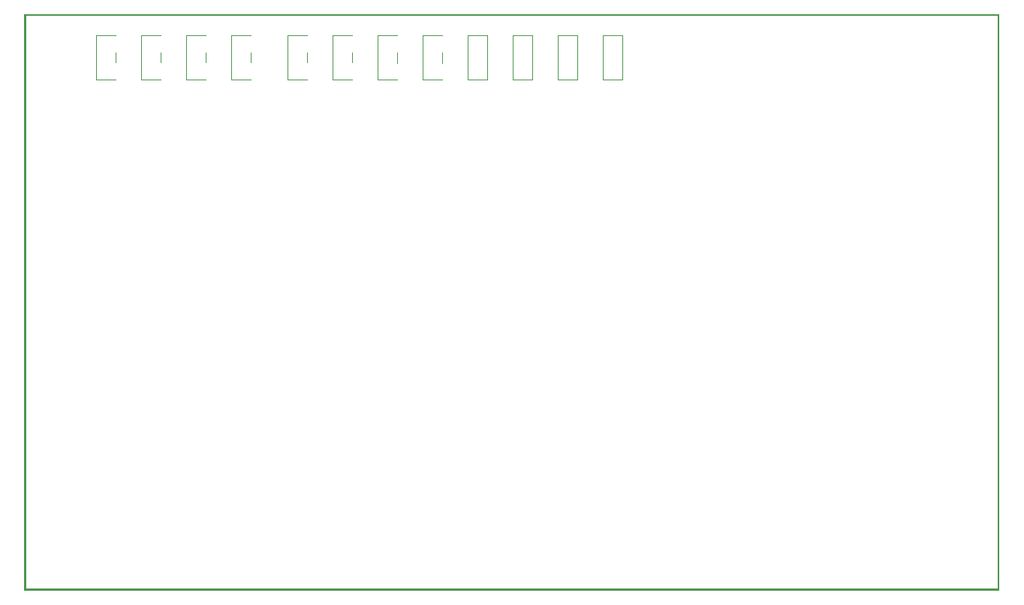
<source format=gbo>
G04 MADE WITH FRITZING*
G04 WWW.FRITZING.ORG*
G04 SINGLE SIDED*
G04 HOLES NOT PLATED*
G04 CONTOUR ON CENTER OF CONTOUR VECTOR*
%ASAXBY*%
%FSLAX23Y23*%
%MOIN*%
%OFA0B0*%
%SFA1.0B1.0*%
%ADD10R,0.001000X0.001000*%
%LNSILK0*%
G90*
G70*
G54D10*
X0Y2559D02*
X4329Y2559D01*
X0Y2558D02*
X4329Y2558D01*
X0Y2557D02*
X4329Y2557D01*
X0Y2556D02*
X4329Y2556D01*
X0Y2555D02*
X4329Y2555D01*
X0Y2554D02*
X4329Y2554D01*
X0Y2553D02*
X4329Y2553D01*
X0Y2552D02*
X4329Y2552D01*
X0Y2551D02*
X7Y2551D01*
X4322Y2551D02*
X4329Y2551D01*
X0Y2550D02*
X7Y2550D01*
X4322Y2550D02*
X4329Y2550D01*
X0Y2549D02*
X7Y2549D01*
X4322Y2549D02*
X4329Y2549D01*
X0Y2548D02*
X7Y2548D01*
X4322Y2548D02*
X4329Y2548D01*
X0Y2547D02*
X7Y2547D01*
X4322Y2547D02*
X4329Y2547D01*
X0Y2546D02*
X7Y2546D01*
X4322Y2546D02*
X4329Y2546D01*
X0Y2545D02*
X7Y2545D01*
X4322Y2545D02*
X4329Y2545D01*
X0Y2544D02*
X7Y2544D01*
X4322Y2544D02*
X4329Y2544D01*
X0Y2543D02*
X7Y2543D01*
X4322Y2543D02*
X4329Y2543D01*
X0Y2542D02*
X7Y2542D01*
X4322Y2542D02*
X4329Y2542D01*
X0Y2541D02*
X7Y2541D01*
X4322Y2541D02*
X4329Y2541D01*
X0Y2540D02*
X7Y2540D01*
X4322Y2540D02*
X4329Y2540D01*
X0Y2539D02*
X7Y2539D01*
X4322Y2539D02*
X4329Y2539D01*
X0Y2538D02*
X7Y2538D01*
X4322Y2538D02*
X4329Y2538D01*
X0Y2537D02*
X7Y2537D01*
X4322Y2537D02*
X4329Y2537D01*
X0Y2536D02*
X7Y2536D01*
X4322Y2536D02*
X4329Y2536D01*
X0Y2535D02*
X7Y2535D01*
X4322Y2535D02*
X4329Y2535D01*
X0Y2534D02*
X7Y2534D01*
X4322Y2534D02*
X4329Y2534D01*
X0Y2533D02*
X7Y2533D01*
X4322Y2533D02*
X4329Y2533D01*
X0Y2532D02*
X7Y2532D01*
X4322Y2532D02*
X4329Y2532D01*
X0Y2531D02*
X7Y2531D01*
X4322Y2531D02*
X4329Y2531D01*
X0Y2530D02*
X7Y2530D01*
X4322Y2530D02*
X4329Y2530D01*
X0Y2529D02*
X7Y2529D01*
X4322Y2529D02*
X4329Y2529D01*
X0Y2528D02*
X7Y2528D01*
X4322Y2528D02*
X4329Y2528D01*
X0Y2527D02*
X7Y2527D01*
X4322Y2527D02*
X4329Y2527D01*
X0Y2526D02*
X7Y2526D01*
X4322Y2526D02*
X4329Y2526D01*
X0Y2525D02*
X7Y2525D01*
X4322Y2525D02*
X4329Y2525D01*
X0Y2524D02*
X7Y2524D01*
X4322Y2524D02*
X4329Y2524D01*
X0Y2523D02*
X7Y2523D01*
X4322Y2523D02*
X4329Y2523D01*
X0Y2522D02*
X7Y2522D01*
X4322Y2522D02*
X4329Y2522D01*
X0Y2521D02*
X7Y2521D01*
X4322Y2521D02*
X4329Y2521D01*
X0Y2520D02*
X7Y2520D01*
X4322Y2520D02*
X4329Y2520D01*
X0Y2519D02*
X7Y2519D01*
X4322Y2519D02*
X4329Y2519D01*
X0Y2518D02*
X7Y2518D01*
X4322Y2518D02*
X4329Y2518D01*
X0Y2517D02*
X7Y2517D01*
X4322Y2517D02*
X4329Y2517D01*
X0Y2516D02*
X7Y2516D01*
X4322Y2516D02*
X4329Y2516D01*
X0Y2515D02*
X7Y2515D01*
X4322Y2515D02*
X4329Y2515D01*
X0Y2514D02*
X7Y2514D01*
X4322Y2514D02*
X4329Y2514D01*
X0Y2513D02*
X7Y2513D01*
X4322Y2513D02*
X4329Y2513D01*
X0Y2512D02*
X7Y2512D01*
X4322Y2512D02*
X4329Y2512D01*
X0Y2511D02*
X7Y2511D01*
X4322Y2511D02*
X4329Y2511D01*
X0Y2510D02*
X7Y2510D01*
X4322Y2510D02*
X4329Y2510D01*
X0Y2509D02*
X7Y2509D01*
X4322Y2509D02*
X4329Y2509D01*
X0Y2508D02*
X7Y2508D01*
X4322Y2508D02*
X4329Y2508D01*
X0Y2507D02*
X7Y2507D01*
X4322Y2507D02*
X4329Y2507D01*
X0Y2506D02*
X7Y2506D01*
X4322Y2506D02*
X4329Y2506D01*
X0Y2505D02*
X7Y2505D01*
X4322Y2505D02*
X4329Y2505D01*
X0Y2504D02*
X7Y2504D01*
X4322Y2504D02*
X4329Y2504D01*
X0Y2503D02*
X7Y2503D01*
X4322Y2503D02*
X4329Y2503D01*
X0Y2502D02*
X7Y2502D01*
X4322Y2502D02*
X4329Y2502D01*
X0Y2501D02*
X7Y2501D01*
X4322Y2501D02*
X4329Y2501D01*
X0Y2500D02*
X7Y2500D01*
X4322Y2500D02*
X4329Y2500D01*
X0Y2499D02*
X7Y2499D01*
X4322Y2499D02*
X4329Y2499D01*
X0Y2498D02*
X7Y2498D01*
X4322Y2498D02*
X4329Y2498D01*
X0Y2497D02*
X7Y2497D01*
X4322Y2497D02*
X4329Y2497D01*
X0Y2496D02*
X7Y2496D01*
X4322Y2496D02*
X4329Y2496D01*
X0Y2495D02*
X7Y2495D01*
X4322Y2495D02*
X4329Y2495D01*
X0Y2494D02*
X7Y2494D01*
X4322Y2494D02*
X4329Y2494D01*
X0Y2493D02*
X7Y2493D01*
X4322Y2493D02*
X4329Y2493D01*
X0Y2492D02*
X7Y2492D01*
X4322Y2492D02*
X4329Y2492D01*
X0Y2491D02*
X7Y2491D01*
X4322Y2491D02*
X4329Y2491D01*
X0Y2490D02*
X7Y2490D01*
X4322Y2490D02*
X4329Y2490D01*
X0Y2489D02*
X7Y2489D01*
X4322Y2489D02*
X4329Y2489D01*
X0Y2488D02*
X7Y2488D01*
X4322Y2488D02*
X4329Y2488D01*
X0Y2487D02*
X7Y2487D01*
X4322Y2487D02*
X4329Y2487D01*
X0Y2486D02*
X7Y2486D01*
X4322Y2486D02*
X4329Y2486D01*
X0Y2485D02*
X7Y2485D01*
X4322Y2485D02*
X4329Y2485D01*
X0Y2484D02*
X7Y2484D01*
X4322Y2484D02*
X4329Y2484D01*
X0Y2483D02*
X7Y2483D01*
X4322Y2483D02*
X4329Y2483D01*
X0Y2482D02*
X7Y2482D01*
X4322Y2482D02*
X4329Y2482D01*
X0Y2481D02*
X7Y2481D01*
X4322Y2481D02*
X4329Y2481D01*
X0Y2480D02*
X7Y2480D01*
X4322Y2480D02*
X4329Y2480D01*
X0Y2479D02*
X7Y2479D01*
X4322Y2479D02*
X4329Y2479D01*
X0Y2478D02*
X7Y2478D01*
X4322Y2478D02*
X4329Y2478D01*
X0Y2477D02*
X7Y2477D01*
X4322Y2477D02*
X4329Y2477D01*
X0Y2476D02*
X7Y2476D01*
X4322Y2476D02*
X4329Y2476D01*
X0Y2475D02*
X7Y2475D01*
X4322Y2475D02*
X4329Y2475D01*
X0Y2474D02*
X7Y2474D01*
X4322Y2474D02*
X4329Y2474D01*
X0Y2473D02*
X7Y2473D01*
X4322Y2473D02*
X4329Y2473D01*
X0Y2472D02*
X7Y2472D01*
X4322Y2472D02*
X4329Y2472D01*
X0Y2471D02*
X7Y2471D01*
X4322Y2471D02*
X4329Y2471D01*
X0Y2470D02*
X7Y2470D01*
X4322Y2470D02*
X4329Y2470D01*
X0Y2469D02*
X7Y2469D01*
X4322Y2469D02*
X4329Y2469D01*
X0Y2468D02*
X7Y2468D01*
X4322Y2468D02*
X4329Y2468D01*
X0Y2467D02*
X7Y2467D01*
X4322Y2467D02*
X4329Y2467D01*
X0Y2466D02*
X7Y2466D01*
X319Y2466D02*
X409Y2466D01*
X519Y2466D02*
X608Y2466D01*
X719Y2466D02*
X808Y2466D01*
X919Y2466D02*
X1008Y2466D01*
X1169Y2466D02*
X1258Y2466D01*
X1369Y2466D02*
X1458Y2466D01*
X1569Y2466D02*
X1658Y2466D01*
X1769Y2466D02*
X1858Y2466D01*
X1969Y2466D02*
X2058Y2466D01*
X2169Y2466D02*
X2258Y2466D01*
X2369Y2466D02*
X2458Y2466D01*
X2569Y2466D02*
X2658Y2466D01*
X4322Y2466D02*
X4329Y2466D01*
X0Y2465D02*
X7Y2465D01*
X319Y2465D02*
X409Y2465D01*
X519Y2465D02*
X609Y2465D01*
X719Y2465D02*
X809Y2465D01*
X919Y2465D02*
X1009Y2465D01*
X1169Y2465D02*
X1259Y2465D01*
X1369Y2465D02*
X1458Y2465D01*
X1569Y2465D02*
X1658Y2465D01*
X1769Y2465D02*
X1858Y2465D01*
X1969Y2465D02*
X2058Y2465D01*
X2169Y2465D02*
X2258Y2465D01*
X2369Y2465D02*
X2458Y2465D01*
X2569Y2465D02*
X2658Y2465D01*
X4322Y2465D02*
X4329Y2465D01*
X0Y2464D02*
X7Y2464D01*
X319Y2464D02*
X409Y2464D01*
X519Y2464D02*
X609Y2464D01*
X719Y2464D02*
X809Y2464D01*
X919Y2464D02*
X1009Y2464D01*
X1169Y2464D02*
X1259Y2464D01*
X1369Y2464D02*
X1458Y2464D01*
X1569Y2464D02*
X1658Y2464D01*
X1769Y2464D02*
X1858Y2464D01*
X1969Y2464D02*
X2058Y2464D01*
X2169Y2464D02*
X2258Y2464D01*
X2369Y2464D02*
X2458Y2464D01*
X2569Y2464D02*
X2658Y2464D01*
X4322Y2464D02*
X4329Y2464D01*
X0Y2463D02*
X7Y2463D01*
X319Y2463D02*
X321Y2463D01*
X407Y2463D02*
X409Y2463D01*
X519Y2463D02*
X521Y2463D01*
X607Y2463D02*
X609Y2463D01*
X719Y2463D02*
X721Y2463D01*
X807Y2463D02*
X809Y2463D01*
X919Y2463D02*
X921Y2463D01*
X1007Y2463D02*
X1009Y2463D01*
X1169Y2463D02*
X1171Y2463D01*
X1257Y2463D02*
X1259Y2463D01*
X1369Y2463D02*
X1371Y2463D01*
X1457Y2463D02*
X1458Y2463D01*
X1569Y2463D02*
X1571Y2463D01*
X1657Y2463D02*
X1658Y2463D01*
X1769Y2463D02*
X1771Y2463D01*
X1856Y2463D02*
X1858Y2463D01*
X1969Y2463D02*
X1971Y2463D01*
X2056Y2463D02*
X2058Y2463D01*
X2169Y2463D02*
X2171Y2463D01*
X2256Y2463D02*
X2258Y2463D01*
X2369Y2463D02*
X2371Y2463D01*
X2456Y2463D02*
X2458Y2463D01*
X2569Y2463D02*
X2571Y2463D01*
X2656Y2463D02*
X2658Y2463D01*
X4322Y2463D02*
X4329Y2463D01*
X0Y2462D02*
X7Y2462D01*
X319Y2462D02*
X321Y2462D01*
X407Y2462D02*
X409Y2462D01*
X519Y2462D02*
X521Y2462D01*
X607Y2462D02*
X609Y2462D01*
X719Y2462D02*
X721Y2462D01*
X807Y2462D02*
X809Y2462D01*
X919Y2462D02*
X921Y2462D01*
X1007Y2462D02*
X1009Y2462D01*
X1169Y2462D02*
X1171Y2462D01*
X1257Y2462D02*
X1259Y2462D01*
X1369Y2462D02*
X1371Y2462D01*
X1457Y2462D02*
X1458Y2462D01*
X1569Y2462D02*
X1571Y2462D01*
X1657Y2462D02*
X1658Y2462D01*
X1769Y2462D02*
X1771Y2462D01*
X1857Y2462D02*
X1858Y2462D01*
X1969Y2462D02*
X1971Y2462D01*
X2056Y2462D02*
X2058Y2462D01*
X2169Y2462D02*
X2171Y2462D01*
X2256Y2462D02*
X2258Y2462D01*
X2369Y2462D02*
X2371Y2462D01*
X2456Y2462D02*
X2458Y2462D01*
X2569Y2462D02*
X2571Y2462D01*
X2656Y2462D02*
X2658Y2462D01*
X4322Y2462D02*
X4329Y2462D01*
X0Y2461D02*
X7Y2461D01*
X319Y2461D02*
X321Y2461D01*
X407Y2461D02*
X409Y2461D01*
X519Y2461D02*
X521Y2461D01*
X607Y2461D02*
X609Y2461D01*
X719Y2461D02*
X721Y2461D01*
X807Y2461D02*
X809Y2461D01*
X919Y2461D02*
X921Y2461D01*
X1007Y2461D02*
X1009Y2461D01*
X1169Y2461D02*
X1171Y2461D01*
X1257Y2461D02*
X1259Y2461D01*
X1369Y2461D02*
X1371Y2461D01*
X1457Y2461D02*
X1458Y2461D01*
X1569Y2461D02*
X1571Y2461D01*
X1657Y2461D02*
X1658Y2461D01*
X1769Y2461D02*
X1771Y2461D01*
X1857Y2461D02*
X1858Y2461D01*
X1969Y2461D02*
X1971Y2461D01*
X2056Y2461D02*
X2058Y2461D01*
X2169Y2461D02*
X2171Y2461D01*
X2256Y2461D02*
X2258Y2461D01*
X2369Y2461D02*
X2371Y2461D01*
X2456Y2461D02*
X2458Y2461D01*
X2569Y2461D02*
X2571Y2461D01*
X2656Y2461D02*
X2658Y2461D01*
X4322Y2461D02*
X4329Y2461D01*
X0Y2460D02*
X7Y2460D01*
X319Y2460D02*
X321Y2460D01*
X407Y2460D02*
X409Y2460D01*
X519Y2460D02*
X521Y2460D01*
X607Y2460D02*
X609Y2460D01*
X719Y2460D02*
X721Y2460D01*
X807Y2460D02*
X809Y2460D01*
X919Y2460D02*
X921Y2460D01*
X1007Y2460D02*
X1009Y2460D01*
X1169Y2460D02*
X1171Y2460D01*
X1257Y2460D02*
X1259Y2460D01*
X1369Y2460D02*
X1371Y2460D01*
X1457Y2460D02*
X1458Y2460D01*
X1569Y2460D02*
X1571Y2460D01*
X1657Y2460D02*
X1658Y2460D01*
X1769Y2460D02*
X1771Y2460D01*
X1857Y2460D02*
X1858Y2460D01*
X1969Y2460D02*
X1971Y2460D01*
X2056Y2460D02*
X2058Y2460D01*
X2169Y2460D02*
X2171Y2460D01*
X2256Y2460D02*
X2258Y2460D01*
X2369Y2460D02*
X2371Y2460D01*
X2456Y2460D02*
X2458Y2460D01*
X2569Y2460D02*
X2571Y2460D01*
X2656Y2460D02*
X2658Y2460D01*
X4322Y2460D02*
X4329Y2460D01*
X0Y2459D02*
X7Y2459D01*
X319Y2459D02*
X321Y2459D01*
X407Y2459D02*
X409Y2459D01*
X519Y2459D02*
X521Y2459D01*
X607Y2459D02*
X609Y2459D01*
X719Y2459D02*
X721Y2459D01*
X807Y2459D02*
X809Y2459D01*
X919Y2459D02*
X921Y2459D01*
X1007Y2459D02*
X1009Y2459D01*
X1169Y2459D02*
X1171Y2459D01*
X1257Y2459D02*
X1259Y2459D01*
X1369Y2459D02*
X1371Y2459D01*
X1457Y2459D02*
X1458Y2459D01*
X1569Y2459D02*
X1571Y2459D01*
X1657Y2459D02*
X1658Y2459D01*
X1769Y2459D02*
X1771Y2459D01*
X1857Y2459D02*
X1858Y2459D01*
X1969Y2459D02*
X1971Y2459D01*
X2056Y2459D02*
X2058Y2459D01*
X2169Y2459D02*
X2171Y2459D01*
X2256Y2459D02*
X2258Y2459D01*
X2369Y2459D02*
X2371Y2459D01*
X2456Y2459D02*
X2458Y2459D01*
X2569Y2459D02*
X2571Y2459D01*
X2656Y2459D02*
X2658Y2459D01*
X4322Y2459D02*
X4329Y2459D01*
X0Y2458D02*
X7Y2458D01*
X319Y2458D02*
X321Y2458D01*
X407Y2458D02*
X409Y2458D01*
X519Y2458D02*
X521Y2458D01*
X607Y2458D02*
X609Y2458D01*
X719Y2458D02*
X721Y2458D01*
X807Y2458D02*
X809Y2458D01*
X919Y2458D02*
X921Y2458D01*
X1007Y2458D02*
X1009Y2458D01*
X1169Y2458D02*
X1171Y2458D01*
X1257Y2458D02*
X1259Y2458D01*
X1369Y2458D02*
X1371Y2458D01*
X1457Y2458D02*
X1458Y2458D01*
X1569Y2458D02*
X1571Y2458D01*
X1657Y2458D02*
X1658Y2458D01*
X1769Y2458D02*
X1771Y2458D01*
X1857Y2458D02*
X1858Y2458D01*
X1969Y2458D02*
X1971Y2458D01*
X2056Y2458D02*
X2058Y2458D01*
X2169Y2458D02*
X2171Y2458D01*
X2256Y2458D02*
X2258Y2458D01*
X2369Y2458D02*
X2371Y2458D01*
X2456Y2458D02*
X2458Y2458D01*
X2569Y2458D02*
X2571Y2458D01*
X2656Y2458D02*
X2658Y2458D01*
X4322Y2458D02*
X4329Y2458D01*
X0Y2457D02*
X7Y2457D01*
X319Y2457D02*
X321Y2457D01*
X407Y2457D02*
X409Y2457D01*
X519Y2457D02*
X521Y2457D01*
X607Y2457D02*
X609Y2457D01*
X719Y2457D02*
X721Y2457D01*
X807Y2457D02*
X809Y2457D01*
X919Y2457D02*
X921Y2457D01*
X1007Y2457D02*
X1009Y2457D01*
X1169Y2457D02*
X1171Y2457D01*
X1257Y2457D02*
X1259Y2457D01*
X1369Y2457D02*
X1371Y2457D01*
X1457Y2457D02*
X1458Y2457D01*
X1569Y2457D02*
X1571Y2457D01*
X1657Y2457D02*
X1658Y2457D01*
X1769Y2457D02*
X1771Y2457D01*
X1857Y2457D02*
X1858Y2457D01*
X1969Y2457D02*
X1971Y2457D01*
X2056Y2457D02*
X2058Y2457D01*
X2169Y2457D02*
X2171Y2457D01*
X2256Y2457D02*
X2258Y2457D01*
X2369Y2457D02*
X2371Y2457D01*
X2456Y2457D02*
X2458Y2457D01*
X2569Y2457D02*
X2571Y2457D01*
X2656Y2457D02*
X2658Y2457D01*
X4322Y2457D02*
X4329Y2457D01*
X0Y2456D02*
X7Y2456D01*
X319Y2456D02*
X321Y2456D01*
X407Y2456D02*
X409Y2456D01*
X519Y2456D02*
X521Y2456D01*
X607Y2456D02*
X609Y2456D01*
X719Y2456D02*
X721Y2456D01*
X807Y2456D02*
X809Y2456D01*
X919Y2456D02*
X921Y2456D01*
X1007Y2456D02*
X1009Y2456D01*
X1169Y2456D02*
X1171Y2456D01*
X1257Y2456D02*
X1259Y2456D01*
X1369Y2456D02*
X1371Y2456D01*
X1457Y2456D02*
X1458Y2456D01*
X1569Y2456D02*
X1571Y2456D01*
X1657Y2456D02*
X1658Y2456D01*
X1769Y2456D02*
X1771Y2456D01*
X1857Y2456D02*
X1858Y2456D01*
X1969Y2456D02*
X1971Y2456D01*
X2056Y2456D02*
X2058Y2456D01*
X2169Y2456D02*
X2171Y2456D01*
X2256Y2456D02*
X2258Y2456D01*
X2369Y2456D02*
X2371Y2456D01*
X2456Y2456D02*
X2458Y2456D01*
X2569Y2456D02*
X2571Y2456D01*
X2656Y2456D02*
X2658Y2456D01*
X4322Y2456D02*
X4329Y2456D01*
X0Y2455D02*
X7Y2455D01*
X319Y2455D02*
X321Y2455D01*
X407Y2455D02*
X409Y2455D01*
X519Y2455D02*
X521Y2455D01*
X607Y2455D02*
X609Y2455D01*
X719Y2455D02*
X721Y2455D01*
X807Y2455D02*
X809Y2455D01*
X919Y2455D02*
X921Y2455D01*
X1007Y2455D02*
X1009Y2455D01*
X1169Y2455D02*
X1171Y2455D01*
X1257Y2455D02*
X1259Y2455D01*
X1369Y2455D02*
X1371Y2455D01*
X1457Y2455D02*
X1458Y2455D01*
X1569Y2455D02*
X1571Y2455D01*
X1657Y2455D02*
X1658Y2455D01*
X1769Y2455D02*
X1771Y2455D01*
X1857Y2455D02*
X1858Y2455D01*
X1969Y2455D02*
X1971Y2455D01*
X2056Y2455D02*
X2058Y2455D01*
X2169Y2455D02*
X2171Y2455D01*
X2256Y2455D02*
X2258Y2455D01*
X2369Y2455D02*
X2371Y2455D01*
X2456Y2455D02*
X2458Y2455D01*
X2569Y2455D02*
X2571Y2455D01*
X2656Y2455D02*
X2658Y2455D01*
X4322Y2455D02*
X4329Y2455D01*
X0Y2454D02*
X7Y2454D01*
X319Y2454D02*
X321Y2454D01*
X407Y2454D02*
X409Y2454D01*
X519Y2454D02*
X521Y2454D01*
X607Y2454D02*
X609Y2454D01*
X719Y2454D02*
X721Y2454D01*
X807Y2454D02*
X809Y2454D01*
X919Y2454D02*
X921Y2454D01*
X1007Y2454D02*
X1009Y2454D01*
X1169Y2454D02*
X1171Y2454D01*
X1257Y2454D02*
X1259Y2454D01*
X1369Y2454D02*
X1371Y2454D01*
X1457Y2454D02*
X1458Y2454D01*
X1569Y2454D02*
X1571Y2454D01*
X1657Y2454D02*
X1658Y2454D01*
X1769Y2454D02*
X1771Y2454D01*
X1857Y2454D02*
X1858Y2454D01*
X1969Y2454D02*
X1971Y2454D01*
X2056Y2454D02*
X2058Y2454D01*
X2169Y2454D02*
X2171Y2454D01*
X2256Y2454D02*
X2258Y2454D01*
X2369Y2454D02*
X2371Y2454D01*
X2456Y2454D02*
X2458Y2454D01*
X2569Y2454D02*
X2571Y2454D01*
X2656Y2454D02*
X2658Y2454D01*
X4322Y2454D02*
X4329Y2454D01*
X0Y2453D02*
X7Y2453D01*
X319Y2453D02*
X321Y2453D01*
X407Y2453D02*
X409Y2453D01*
X519Y2453D02*
X521Y2453D01*
X607Y2453D02*
X609Y2453D01*
X719Y2453D02*
X721Y2453D01*
X807Y2453D02*
X809Y2453D01*
X919Y2453D02*
X921Y2453D01*
X1007Y2453D02*
X1009Y2453D01*
X1169Y2453D02*
X1171Y2453D01*
X1257Y2453D02*
X1259Y2453D01*
X1369Y2453D02*
X1371Y2453D01*
X1457Y2453D02*
X1458Y2453D01*
X1569Y2453D02*
X1571Y2453D01*
X1657Y2453D02*
X1658Y2453D01*
X1769Y2453D02*
X1771Y2453D01*
X1857Y2453D02*
X1858Y2453D01*
X1969Y2453D02*
X1971Y2453D01*
X2056Y2453D02*
X2058Y2453D01*
X2169Y2453D02*
X2171Y2453D01*
X2256Y2453D02*
X2258Y2453D01*
X2369Y2453D02*
X2371Y2453D01*
X2456Y2453D02*
X2458Y2453D01*
X2569Y2453D02*
X2571Y2453D01*
X2656Y2453D02*
X2658Y2453D01*
X4322Y2453D02*
X4329Y2453D01*
X0Y2452D02*
X7Y2452D01*
X319Y2452D02*
X321Y2452D01*
X407Y2452D02*
X409Y2452D01*
X519Y2452D02*
X521Y2452D01*
X607Y2452D02*
X609Y2452D01*
X719Y2452D02*
X721Y2452D01*
X807Y2452D02*
X809Y2452D01*
X919Y2452D02*
X921Y2452D01*
X1007Y2452D02*
X1009Y2452D01*
X1169Y2452D02*
X1171Y2452D01*
X1257Y2452D02*
X1259Y2452D01*
X1369Y2452D02*
X1371Y2452D01*
X1457Y2452D02*
X1458Y2452D01*
X1569Y2452D02*
X1571Y2452D01*
X1657Y2452D02*
X1658Y2452D01*
X1769Y2452D02*
X1771Y2452D01*
X1857Y2452D02*
X1858Y2452D01*
X1969Y2452D02*
X1971Y2452D01*
X2056Y2452D02*
X2058Y2452D01*
X2169Y2452D02*
X2171Y2452D01*
X2256Y2452D02*
X2258Y2452D01*
X2369Y2452D02*
X2371Y2452D01*
X2456Y2452D02*
X2458Y2452D01*
X2569Y2452D02*
X2571Y2452D01*
X2656Y2452D02*
X2658Y2452D01*
X4322Y2452D02*
X4329Y2452D01*
X0Y2451D02*
X7Y2451D01*
X319Y2451D02*
X321Y2451D01*
X407Y2451D02*
X409Y2451D01*
X519Y2451D02*
X521Y2451D01*
X607Y2451D02*
X609Y2451D01*
X719Y2451D02*
X721Y2451D01*
X807Y2451D02*
X809Y2451D01*
X919Y2451D02*
X921Y2451D01*
X1007Y2451D02*
X1009Y2451D01*
X1169Y2451D02*
X1171Y2451D01*
X1257Y2451D02*
X1259Y2451D01*
X1369Y2451D02*
X1371Y2451D01*
X1457Y2451D02*
X1458Y2451D01*
X1569Y2451D02*
X1571Y2451D01*
X1657Y2451D02*
X1658Y2451D01*
X1769Y2451D02*
X1771Y2451D01*
X1857Y2451D02*
X1858Y2451D01*
X1969Y2451D02*
X1971Y2451D01*
X2056Y2451D02*
X2058Y2451D01*
X2169Y2451D02*
X2171Y2451D01*
X2256Y2451D02*
X2258Y2451D01*
X2369Y2451D02*
X2371Y2451D01*
X2456Y2451D02*
X2458Y2451D01*
X2569Y2451D02*
X2571Y2451D01*
X2656Y2451D02*
X2658Y2451D01*
X4322Y2451D02*
X4329Y2451D01*
X0Y2450D02*
X7Y2450D01*
X319Y2450D02*
X321Y2450D01*
X407Y2450D02*
X409Y2450D01*
X519Y2450D02*
X521Y2450D01*
X607Y2450D02*
X609Y2450D01*
X719Y2450D02*
X721Y2450D01*
X807Y2450D02*
X809Y2450D01*
X919Y2450D02*
X921Y2450D01*
X1007Y2450D02*
X1009Y2450D01*
X1169Y2450D02*
X1171Y2450D01*
X1257Y2450D02*
X1259Y2450D01*
X1369Y2450D02*
X1371Y2450D01*
X1457Y2450D02*
X1458Y2450D01*
X1569Y2450D02*
X1571Y2450D01*
X1657Y2450D02*
X1658Y2450D01*
X1769Y2450D02*
X1771Y2450D01*
X1857Y2450D02*
X1858Y2450D01*
X1969Y2450D02*
X1971Y2450D01*
X2056Y2450D02*
X2058Y2450D01*
X2169Y2450D02*
X2171Y2450D01*
X2256Y2450D02*
X2258Y2450D01*
X2369Y2450D02*
X2371Y2450D01*
X2456Y2450D02*
X2458Y2450D01*
X2569Y2450D02*
X2571Y2450D01*
X2656Y2450D02*
X2658Y2450D01*
X4322Y2450D02*
X4329Y2450D01*
X0Y2449D02*
X7Y2449D01*
X319Y2449D02*
X321Y2449D01*
X407Y2449D02*
X409Y2449D01*
X519Y2449D02*
X521Y2449D01*
X607Y2449D02*
X609Y2449D01*
X719Y2449D02*
X721Y2449D01*
X807Y2449D02*
X809Y2449D01*
X919Y2449D02*
X921Y2449D01*
X1007Y2449D02*
X1009Y2449D01*
X1169Y2449D02*
X1171Y2449D01*
X1257Y2449D02*
X1259Y2449D01*
X1369Y2449D02*
X1371Y2449D01*
X1457Y2449D02*
X1458Y2449D01*
X1569Y2449D02*
X1571Y2449D01*
X1657Y2449D02*
X1658Y2449D01*
X1769Y2449D02*
X1771Y2449D01*
X1857Y2449D02*
X1858Y2449D01*
X1969Y2449D02*
X1971Y2449D01*
X2056Y2449D02*
X2058Y2449D01*
X2169Y2449D02*
X2171Y2449D01*
X2256Y2449D02*
X2258Y2449D01*
X2369Y2449D02*
X2371Y2449D01*
X2456Y2449D02*
X2458Y2449D01*
X2569Y2449D02*
X2571Y2449D01*
X2656Y2449D02*
X2658Y2449D01*
X4322Y2449D02*
X4329Y2449D01*
X0Y2448D02*
X7Y2448D01*
X319Y2448D02*
X321Y2448D01*
X407Y2448D02*
X409Y2448D01*
X519Y2448D02*
X521Y2448D01*
X607Y2448D02*
X609Y2448D01*
X719Y2448D02*
X721Y2448D01*
X807Y2448D02*
X809Y2448D01*
X919Y2448D02*
X921Y2448D01*
X1007Y2448D02*
X1009Y2448D01*
X1169Y2448D02*
X1171Y2448D01*
X1257Y2448D02*
X1259Y2448D01*
X1369Y2448D02*
X1371Y2448D01*
X1457Y2448D02*
X1458Y2448D01*
X1569Y2448D02*
X1571Y2448D01*
X1657Y2448D02*
X1658Y2448D01*
X1769Y2448D02*
X1771Y2448D01*
X1857Y2448D02*
X1858Y2448D01*
X1969Y2448D02*
X1971Y2448D01*
X2056Y2448D02*
X2058Y2448D01*
X2169Y2448D02*
X2171Y2448D01*
X2256Y2448D02*
X2258Y2448D01*
X2369Y2448D02*
X2371Y2448D01*
X2456Y2448D02*
X2458Y2448D01*
X2569Y2448D02*
X2571Y2448D01*
X2656Y2448D02*
X2658Y2448D01*
X4322Y2448D02*
X4329Y2448D01*
X0Y2447D02*
X7Y2447D01*
X319Y2447D02*
X321Y2447D01*
X407Y2447D02*
X409Y2447D01*
X519Y2447D02*
X521Y2447D01*
X607Y2447D02*
X609Y2447D01*
X719Y2447D02*
X721Y2447D01*
X807Y2447D02*
X809Y2447D01*
X919Y2447D02*
X921Y2447D01*
X1007Y2447D02*
X1009Y2447D01*
X1169Y2447D02*
X1171Y2447D01*
X1257Y2447D02*
X1259Y2447D01*
X1369Y2447D02*
X1371Y2447D01*
X1457Y2447D02*
X1458Y2447D01*
X1569Y2447D02*
X1571Y2447D01*
X1657Y2447D02*
X1658Y2447D01*
X1769Y2447D02*
X1771Y2447D01*
X1857Y2447D02*
X1858Y2447D01*
X1969Y2447D02*
X1971Y2447D01*
X2056Y2447D02*
X2058Y2447D01*
X2169Y2447D02*
X2171Y2447D01*
X2256Y2447D02*
X2258Y2447D01*
X2369Y2447D02*
X2371Y2447D01*
X2456Y2447D02*
X2458Y2447D01*
X2569Y2447D02*
X2571Y2447D01*
X2656Y2447D02*
X2658Y2447D01*
X4322Y2447D02*
X4329Y2447D01*
X0Y2446D02*
X7Y2446D01*
X319Y2446D02*
X321Y2446D01*
X407Y2446D02*
X409Y2446D01*
X519Y2446D02*
X521Y2446D01*
X607Y2446D02*
X609Y2446D01*
X719Y2446D02*
X721Y2446D01*
X807Y2446D02*
X809Y2446D01*
X919Y2446D02*
X921Y2446D01*
X1007Y2446D02*
X1009Y2446D01*
X1169Y2446D02*
X1171Y2446D01*
X1257Y2446D02*
X1259Y2446D01*
X1369Y2446D02*
X1371Y2446D01*
X1457Y2446D02*
X1458Y2446D01*
X1569Y2446D02*
X1571Y2446D01*
X1657Y2446D02*
X1658Y2446D01*
X1769Y2446D02*
X1771Y2446D01*
X1857Y2446D02*
X1858Y2446D01*
X1969Y2446D02*
X1971Y2446D01*
X2056Y2446D02*
X2058Y2446D01*
X2169Y2446D02*
X2171Y2446D01*
X2256Y2446D02*
X2258Y2446D01*
X2369Y2446D02*
X2371Y2446D01*
X2456Y2446D02*
X2458Y2446D01*
X2569Y2446D02*
X2571Y2446D01*
X2656Y2446D02*
X2658Y2446D01*
X4322Y2446D02*
X4329Y2446D01*
X0Y2445D02*
X7Y2445D01*
X319Y2445D02*
X321Y2445D01*
X407Y2445D02*
X409Y2445D01*
X519Y2445D02*
X521Y2445D01*
X607Y2445D02*
X609Y2445D01*
X719Y2445D02*
X721Y2445D01*
X807Y2445D02*
X809Y2445D01*
X919Y2445D02*
X921Y2445D01*
X1007Y2445D02*
X1009Y2445D01*
X1169Y2445D02*
X1171Y2445D01*
X1257Y2445D02*
X1259Y2445D01*
X1369Y2445D02*
X1371Y2445D01*
X1457Y2445D02*
X1458Y2445D01*
X1569Y2445D02*
X1571Y2445D01*
X1657Y2445D02*
X1658Y2445D01*
X1769Y2445D02*
X1771Y2445D01*
X1857Y2445D02*
X1858Y2445D01*
X1969Y2445D02*
X1971Y2445D01*
X2056Y2445D02*
X2058Y2445D01*
X2169Y2445D02*
X2171Y2445D01*
X2256Y2445D02*
X2258Y2445D01*
X2369Y2445D02*
X2371Y2445D01*
X2456Y2445D02*
X2458Y2445D01*
X2569Y2445D02*
X2571Y2445D01*
X2656Y2445D02*
X2658Y2445D01*
X4322Y2445D02*
X4329Y2445D01*
X0Y2444D02*
X7Y2444D01*
X319Y2444D02*
X321Y2444D01*
X407Y2444D02*
X409Y2444D01*
X519Y2444D02*
X521Y2444D01*
X607Y2444D02*
X609Y2444D01*
X719Y2444D02*
X721Y2444D01*
X807Y2444D02*
X809Y2444D01*
X919Y2444D02*
X921Y2444D01*
X1007Y2444D02*
X1009Y2444D01*
X1169Y2444D02*
X1171Y2444D01*
X1257Y2444D02*
X1259Y2444D01*
X1369Y2444D02*
X1371Y2444D01*
X1457Y2444D02*
X1458Y2444D01*
X1569Y2444D02*
X1571Y2444D01*
X1657Y2444D02*
X1658Y2444D01*
X1769Y2444D02*
X1771Y2444D01*
X1857Y2444D02*
X1858Y2444D01*
X1969Y2444D02*
X1971Y2444D01*
X2056Y2444D02*
X2058Y2444D01*
X2169Y2444D02*
X2171Y2444D01*
X2256Y2444D02*
X2258Y2444D01*
X2369Y2444D02*
X2371Y2444D01*
X2456Y2444D02*
X2458Y2444D01*
X2569Y2444D02*
X2571Y2444D01*
X2656Y2444D02*
X2658Y2444D01*
X4322Y2444D02*
X4329Y2444D01*
X0Y2443D02*
X7Y2443D01*
X319Y2443D02*
X321Y2443D01*
X407Y2443D02*
X409Y2443D01*
X519Y2443D02*
X521Y2443D01*
X607Y2443D02*
X609Y2443D01*
X719Y2443D02*
X721Y2443D01*
X807Y2443D02*
X809Y2443D01*
X919Y2443D02*
X921Y2443D01*
X1007Y2443D02*
X1009Y2443D01*
X1169Y2443D02*
X1171Y2443D01*
X1257Y2443D02*
X1259Y2443D01*
X1369Y2443D02*
X1371Y2443D01*
X1457Y2443D02*
X1458Y2443D01*
X1569Y2443D02*
X1571Y2443D01*
X1657Y2443D02*
X1658Y2443D01*
X1769Y2443D02*
X1771Y2443D01*
X1857Y2443D02*
X1858Y2443D01*
X1969Y2443D02*
X1971Y2443D01*
X2056Y2443D02*
X2058Y2443D01*
X2169Y2443D02*
X2171Y2443D01*
X2256Y2443D02*
X2258Y2443D01*
X2369Y2443D02*
X2371Y2443D01*
X2456Y2443D02*
X2458Y2443D01*
X2569Y2443D02*
X2571Y2443D01*
X2656Y2443D02*
X2658Y2443D01*
X4322Y2443D02*
X4329Y2443D01*
X0Y2442D02*
X7Y2442D01*
X319Y2442D02*
X321Y2442D01*
X407Y2442D02*
X409Y2442D01*
X519Y2442D02*
X521Y2442D01*
X607Y2442D02*
X609Y2442D01*
X719Y2442D02*
X721Y2442D01*
X807Y2442D02*
X809Y2442D01*
X919Y2442D02*
X921Y2442D01*
X1007Y2442D02*
X1009Y2442D01*
X1169Y2442D02*
X1171Y2442D01*
X1257Y2442D02*
X1259Y2442D01*
X1369Y2442D02*
X1371Y2442D01*
X1457Y2442D02*
X1458Y2442D01*
X1569Y2442D02*
X1571Y2442D01*
X1657Y2442D02*
X1658Y2442D01*
X1769Y2442D02*
X1771Y2442D01*
X1857Y2442D02*
X1858Y2442D01*
X1969Y2442D02*
X1971Y2442D01*
X2056Y2442D02*
X2058Y2442D01*
X2169Y2442D02*
X2171Y2442D01*
X2256Y2442D02*
X2258Y2442D01*
X2369Y2442D02*
X2371Y2442D01*
X2456Y2442D02*
X2458Y2442D01*
X2569Y2442D02*
X2571Y2442D01*
X2656Y2442D02*
X2658Y2442D01*
X4322Y2442D02*
X4329Y2442D01*
X0Y2441D02*
X7Y2441D01*
X319Y2441D02*
X321Y2441D01*
X407Y2441D02*
X409Y2441D01*
X519Y2441D02*
X521Y2441D01*
X607Y2441D02*
X609Y2441D01*
X719Y2441D02*
X721Y2441D01*
X807Y2441D02*
X809Y2441D01*
X919Y2441D02*
X921Y2441D01*
X1007Y2441D02*
X1009Y2441D01*
X1169Y2441D02*
X1171Y2441D01*
X1257Y2441D02*
X1259Y2441D01*
X1369Y2441D02*
X1371Y2441D01*
X1457Y2441D02*
X1458Y2441D01*
X1569Y2441D02*
X1571Y2441D01*
X1657Y2441D02*
X1658Y2441D01*
X1769Y2441D02*
X1771Y2441D01*
X1857Y2441D02*
X1858Y2441D01*
X1969Y2441D02*
X1971Y2441D01*
X2056Y2441D02*
X2058Y2441D01*
X2169Y2441D02*
X2171Y2441D01*
X2256Y2441D02*
X2258Y2441D01*
X2369Y2441D02*
X2371Y2441D01*
X2456Y2441D02*
X2458Y2441D01*
X2569Y2441D02*
X2571Y2441D01*
X2656Y2441D02*
X2658Y2441D01*
X4322Y2441D02*
X4329Y2441D01*
X0Y2440D02*
X7Y2440D01*
X319Y2440D02*
X321Y2440D01*
X407Y2440D02*
X409Y2440D01*
X519Y2440D02*
X521Y2440D01*
X607Y2440D02*
X609Y2440D01*
X719Y2440D02*
X721Y2440D01*
X807Y2440D02*
X809Y2440D01*
X919Y2440D02*
X921Y2440D01*
X1007Y2440D02*
X1009Y2440D01*
X1169Y2440D02*
X1171Y2440D01*
X1257Y2440D02*
X1259Y2440D01*
X1369Y2440D02*
X1371Y2440D01*
X1457Y2440D02*
X1458Y2440D01*
X1569Y2440D02*
X1571Y2440D01*
X1657Y2440D02*
X1658Y2440D01*
X1769Y2440D02*
X1771Y2440D01*
X1857Y2440D02*
X1858Y2440D01*
X1969Y2440D02*
X1971Y2440D01*
X2056Y2440D02*
X2058Y2440D01*
X2169Y2440D02*
X2171Y2440D01*
X2256Y2440D02*
X2258Y2440D01*
X2369Y2440D02*
X2371Y2440D01*
X2456Y2440D02*
X2458Y2440D01*
X2569Y2440D02*
X2571Y2440D01*
X2656Y2440D02*
X2658Y2440D01*
X4322Y2440D02*
X4329Y2440D01*
X0Y2439D02*
X7Y2439D01*
X319Y2439D02*
X321Y2439D01*
X407Y2439D02*
X409Y2439D01*
X519Y2439D02*
X521Y2439D01*
X607Y2439D02*
X609Y2439D01*
X719Y2439D02*
X721Y2439D01*
X807Y2439D02*
X809Y2439D01*
X919Y2439D02*
X921Y2439D01*
X1007Y2439D02*
X1009Y2439D01*
X1169Y2439D02*
X1171Y2439D01*
X1257Y2439D02*
X1259Y2439D01*
X1369Y2439D02*
X1371Y2439D01*
X1457Y2439D02*
X1458Y2439D01*
X1569Y2439D02*
X1571Y2439D01*
X1657Y2439D02*
X1658Y2439D01*
X1769Y2439D02*
X1771Y2439D01*
X1857Y2439D02*
X1858Y2439D01*
X1969Y2439D02*
X1971Y2439D01*
X2056Y2439D02*
X2058Y2439D01*
X2169Y2439D02*
X2171Y2439D01*
X2256Y2439D02*
X2258Y2439D01*
X2369Y2439D02*
X2371Y2439D01*
X2456Y2439D02*
X2458Y2439D01*
X2569Y2439D02*
X2571Y2439D01*
X2656Y2439D02*
X2658Y2439D01*
X4322Y2439D02*
X4329Y2439D01*
X0Y2438D02*
X7Y2438D01*
X319Y2438D02*
X321Y2438D01*
X407Y2438D02*
X409Y2438D01*
X519Y2438D02*
X521Y2438D01*
X607Y2438D02*
X609Y2438D01*
X719Y2438D02*
X721Y2438D01*
X807Y2438D02*
X809Y2438D01*
X919Y2438D02*
X921Y2438D01*
X1007Y2438D02*
X1009Y2438D01*
X1169Y2438D02*
X1171Y2438D01*
X1257Y2438D02*
X1259Y2438D01*
X1369Y2438D02*
X1371Y2438D01*
X1457Y2438D02*
X1458Y2438D01*
X1569Y2438D02*
X1571Y2438D01*
X1657Y2438D02*
X1658Y2438D01*
X1769Y2438D02*
X1771Y2438D01*
X1857Y2438D02*
X1858Y2438D01*
X1969Y2438D02*
X1971Y2438D01*
X2056Y2438D02*
X2058Y2438D01*
X2169Y2438D02*
X2171Y2438D01*
X2256Y2438D02*
X2258Y2438D01*
X2369Y2438D02*
X2371Y2438D01*
X2456Y2438D02*
X2458Y2438D01*
X2569Y2438D02*
X2571Y2438D01*
X2656Y2438D02*
X2658Y2438D01*
X4322Y2438D02*
X4329Y2438D01*
X0Y2437D02*
X7Y2437D01*
X319Y2437D02*
X321Y2437D01*
X407Y2437D02*
X409Y2437D01*
X519Y2437D02*
X521Y2437D01*
X607Y2437D02*
X609Y2437D01*
X719Y2437D02*
X721Y2437D01*
X807Y2437D02*
X809Y2437D01*
X919Y2437D02*
X921Y2437D01*
X1007Y2437D02*
X1009Y2437D01*
X1169Y2437D02*
X1171Y2437D01*
X1257Y2437D02*
X1259Y2437D01*
X1369Y2437D02*
X1371Y2437D01*
X1457Y2437D02*
X1458Y2437D01*
X1569Y2437D02*
X1571Y2437D01*
X1657Y2437D02*
X1658Y2437D01*
X1769Y2437D02*
X1771Y2437D01*
X1857Y2437D02*
X1858Y2437D01*
X1969Y2437D02*
X1971Y2437D01*
X2056Y2437D02*
X2058Y2437D01*
X2169Y2437D02*
X2171Y2437D01*
X2256Y2437D02*
X2258Y2437D01*
X2369Y2437D02*
X2371Y2437D01*
X2456Y2437D02*
X2458Y2437D01*
X2569Y2437D02*
X2571Y2437D01*
X2656Y2437D02*
X2658Y2437D01*
X4322Y2437D02*
X4329Y2437D01*
X0Y2436D02*
X7Y2436D01*
X319Y2436D02*
X321Y2436D01*
X407Y2436D02*
X409Y2436D01*
X519Y2436D02*
X521Y2436D01*
X607Y2436D02*
X609Y2436D01*
X719Y2436D02*
X721Y2436D01*
X807Y2436D02*
X809Y2436D01*
X919Y2436D02*
X921Y2436D01*
X1007Y2436D02*
X1009Y2436D01*
X1169Y2436D02*
X1171Y2436D01*
X1257Y2436D02*
X1259Y2436D01*
X1369Y2436D02*
X1371Y2436D01*
X1457Y2436D02*
X1458Y2436D01*
X1569Y2436D02*
X1571Y2436D01*
X1657Y2436D02*
X1658Y2436D01*
X1769Y2436D02*
X1771Y2436D01*
X1857Y2436D02*
X1858Y2436D01*
X1969Y2436D02*
X1971Y2436D01*
X2056Y2436D02*
X2058Y2436D01*
X2169Y2436D02*
X2171Y2436D01*
X2256Y2436D02*
X2258Y2436D01*
X2369Y2436D02*
X2371Y2436D01*
X2456Y2436D02*
X2458Y2436D01*
X2569Y2436D02*
X2571Y2436D01*
X2656Y2436D02*
X2658Y2436D01*
X4322Y2436D02*
X4329Y2436D01*
X0Y2435D02*
X7Y2435D01*
X319Y2435D02*
X321Y2435D01*
X407Y2435D02*
X409Y2435D01*
X519Y2435D02*
X521Y2435D01*
X607Y2435D02*
X609Y2435D01*
X719Y2435D02*
X721Y2435D01*
X807Y2435D02*
X809Y2435D01*
X919Y2435D02*
X921Y2435D01*
X1007Y2435D02*
X1009Y2435D01*
X1169Y2435D02*
X1171Y2435D01*
X1257Y2435D02*
X1259Y2435D01*
X1369Y2435D02*
X1371Y2435D01*
X1457Y2435D02*
X1458Y2435D01*
X1569Y2435D02*
X1571Y2435D01*
X1657Y2435D02*
X1658Y2435D01*
X1769Y2435D02*
X1771Y2435D01*
X1857Y2435D02*
X1858Y2435D01*
X1969Y2435D02*
X1971Y2435D01*
X2056Y2435D02*
X2058Y2435D01*
X2169Y2435D02*
X2171Y2435D01*
X2256Y2435D02*
X2258Y2435D01*
X2369Y2435D02*
X2371Y2435D01*
X2456Y2435D02*
X2458Y2435D01*
X2569Y2435D02*
X2571Y2435D01*
X2656Y2435D02*
X2658Y2435D01*
X4322Y2435D02*
X4329Y2435D01*
X0Y2434D02*
X7Y2434D01*
X319Y2434D02*
X321Y2434D01*
X407Y2434D02*
X409Y2434D01*
X519Y2434D02*
X521Y2434D01*
X607Y2434D02*
X609Y2434D01*
X719Y2434D02*
X721Y2434D01*
X807Y2434D02*
X809Y2434D01*
X919Y2434D02*
X921Y2434D01*
X1007Y2434D02*
X1009Y2434D01*
X1169Y2434D02*
X1171Y2434D01*
X1257Y2434D02*
X1259Y2434D01*
X1369Y2434D02*
X1371Y2434D01*
X1457Y2434D02*
X1458Y2434D01*
X1569Y2434D02*
X1571Y2434D01*
X1657Y2434D02*
X1658Y2434D01*
X1769Y2434D02*
X1771Y2434D01*
X1857Y2434D02*
X1858Y2434D01*
X1969Y2434D02*
X1971Y2434D01*
X2056Y2434D02*
X2058Y2434D01*
X2169Y2434D02*
X2171Y2434D01*
X2256Y2434D02*
X2258Y2434D01*
X2369Y2434D02*
X2371Y2434D01*
X2456Y2434D02*
X2458Y2434D01*
X2569Y2434D02*
X2571Y2434D01*
X2656Y2434D02*
X2658Y2434D01*
X4322Y2434D02*
X4329Y2434D01*
X0Y2433D02*
X7Y2433D01*
X319Y2433D02*
X321Y2433D01*
X407Y2433D02*
X409Y2433D01*
X519Y2433D02*
X521Y2433D01*
X607Y2433D02*
X609Y2433D01*
X719Y2433D02*
X721Y2433D01*
X807Y2433D02*
X809Y2433D01*
X919Y2433D02*
X921Y2433D01*
X1007Y2433D02*
X1009Y2433D01*
X1169Y2433D02*
X1171Y2433D01*
X1257Y2433D02*
X1259Y2433D01*
X1369Y2433D02*
X1371Y2433D01*
X1457Y2433D02*
X1458Y2433D01*
X1569Y2433D02*
X1571Y2433D01*
X1657Y2433D02*
X1658Y2433D01*
X1769Y2433D02*
X1771Y2433D01*
X1857Y2433D02*
X1858Y2433D01*
X1969Y2433D02*
X1971Y2433D01*
X2056Y2433D02*
X2058Y2433D01*
X2169Y2433D02*
X2171Y2433D01*
X2256Y2433D02*
X2258Y2433D01*
X2369Y2433D02*
X2371Y2433D01*
X2456Y2433D02*
X2458Y2433D01*
X2569Y2433D02*
X2571Y2433D01*
X2656Y2433D02*
X2658Y2433D01*
X4322Y2433D02*
X4329Y2433D01*
X0Y2432D02*
X7Y2432D01*
X319Y2432D02*
X321Y2432D01*
X407Y2432D02*
X409Y2432D01*
X519Y2432D02*
X521Y2432D01*
X607Y2432D02*
X609Y2432D01*
X719Y2432D02*
X721Y2432D01*
X807Y2432D02*
X809Y2432D01*
X919Y2432D02*
X921Y2432D01*
X1007Y2432D02*
X1009Y2432D01*
X1169Y2432D02*
X1171Y2432D01*
X1257Y2432D02*
X1259Y2432D01*
X1369Y2432D02*
X1371Y2432D01*
X1457Y2432D02*
X1458Y2432D01*
X1569Y2432D02*
X1571Y2432D01*
X1657Y2432D02*
X1658Y2432D01*
X1769Y2432D02*
X1771Y2432D01*
X1857Y2432D02*
X1858Y2432D01*
X1969Y2432D02*
X1971Y2432D01*
X2056Y2432D02*
X2058Y2432D01*
X2169Y2432D02*
X2171Y2432D01*
X2256Y2432D02*
X2258Y2432D01*
X2369Y2432D02*
X2371Y2432D01*
X2456Y2432D02*
X2458Y2432D01*
X2569Y2432D02*
X2571Y2432D01*
X2656Y2432D02*
X2658Y2432D01*
X4322Y2432D02*
X4329Y2432D01*
X0Y2431D02*
X7Y2431D01*
X319Y2431D02*
X321Y2431D01*
X407Y2431D02*
X409Y2431D01*
X519Y2431D02*
X521Y2431D01*
X607Y2431D02*
X609Y2431D01*
X719Y2431D02*
X721Y2431D01*
X807Y2431D02*
X809Y2431D01*
X919Y2431D02*
X921Y2431D01*
X1007Y2431D02*
X1009Y2431D01*
X1169Y2431D02*
X1171Y2431D01*
X1257Y2431D02*
X1259Y2431D01*
X1369Y2431D02*
X1371Y2431D01*
X1457Y2431D02*
X1458Y2431D01*
X1569Y2431D02*
X1571Y2431D01*
X1657Y2431D02*
X1658Y2431D01*
X1769Y2431D02*
X1771Y2431D01*
X1857Y2431D02*
X1858Y2431D01*
X1969Y2431D02*
X1971Y2431D01*
X2056Y2431D02*
X2058Y2431D01*
X2169Y2431D02*
X2171Y2431D01*
X2256Y2431D02*
X2258Y2431D01*
X2369Y2431D02*
X2371Y2431D01*
X2456Y2431D02*
X2458Y2431D01*
X2569Y2431D02*
X2571Y2431D01*
X2656Y2431D02*
X2658Y2431D01*
X4322Y2431D02*
X4329Y2431D01*
X0Y2430D02*
X7Y2430D01*
X319Y2430D02*
X321Y2430D01*
X407Y2430D02*
X409Y2430D01*
X519Y2430D02*
X521Y2430D01*
X607Y2430D02*
X609Y2430D01*
X719Y2430D02*
X721Y2430D01*
X807Y2430D02*
X809Y2430D01*
X919Y2430D02*
X921Y2430D01*
X1007Y2430D02*
X1009Y2430D01*
X1169Y2430D02*
X1171Y2430D01*
X1257Y2430D02*
X1259Y2430D01*
X1369Y2430D02*
X1371Y2430D01*
X1457Y2430D02*
X1458Y2430D01*
X1569Y2430D02*
X1571Y2430D01*
X1657Y2430D02*
X1658Y2430D01*
X1769Y2430D02*
X1771Y2430D01*
X1857Y2430D02*
X1858Y2430D01*
X1969Y2430D02*
X1971Y2430D01*
X2056Y2430D02*
X2058Y2430D01*
X2169Y2430D02*
X2171Y2430D01*
X2256Y2430D02*
X2258Y2430D01*
X2369Y2430D02*
X2371Y2430D01*
X2456Y2430D02*
X2458Y2430D01*
X2569Y2430D02*
X2571Y2430D01*
X2656Y2430D02*
X2658Y2430D01*
X4322Y2430D02*
X4329Y2430D01*
X0Y2429D02*
X7Y2429D01*
X319Y2429D02*
X321Y2429D01*
X407Y2429D02*
X409Y2429D01*
X519Y2429D02*
X521Y2429D01*
X607Y2429D02*
X609Y2429D01*
X719Y2429D02*
X721Y2429D01*
X807Y2429D02*
X809Y2429D01*
X919Y2429D02*
X921Y2429D01*
X1007Y2429D02*
X1009Y2429D01*
X1169Y2429D02*
X1171Y2429D01*
X1257Y2429D02*
X1259Y2429D01*
X1369Y2429D02*
X1371Y2429D01*
X1457Y2429D02*
X1458Y2429D01*
X1569Y2429D02*
X1571Y2429D01*
X1657Y2429D02*
X1658Y2429D01*
X1769Y2429D02*
X1771Y2429D01*
X1857Y2429D02*
X1858Y2429D01*
X1969Y2429D02*
X1971Y2429D01*
X2056Y2429D02*
X2058Y2429D01*
X2169Y2429D02*
X2171Y2429D01*
X2256Y2429D02*
X2258Y2429D01*
X2369Y2429D02*
X2371Y2429D01*
X2456Y2429D02*
X2458Y2429D01*
X2569Y2429D02*
X2571Y2429D01*
X2656Y2429D02*
X2658Y2429D01*
X4322Y2429D02*
X4329Y2429D01*
X0Y2428D02*
X7Y2428D01*
X319Y2428D02*
X321Y2428D01*
X407Y2428D02*
X409Y2428D01*
X519Y2428D02*
X521Y2428D01*
X607Y2428D02*
X609Y2428D01*
X719Y2428D02*
X721Y2428D01*
X807Y2428D02*
X809Y2428D01*
X919Y2428D02*
X921Y2428D01*
X1007Y2428D02*
X1009Y2428D01*
X1169Y2428D02*
X1171Y2428D01*
X1257Y2428D02*
X1259Y2428D01*
X1369Y2428D02*
X1371Y2428D01*
X1457Y2428D02*
X1458Y2428D01*
X1569Y2428D02*
X1571Y2428D01*
X1657Y2428D02*
X1658Y2428D01*
X1769Y2428D02*
X1771Y2428D01*
X1857Y2428D02*
X1858Y2428D01*
X1969Y2428D02*
X1971Y2428D01*
X2056Y2428D02*
X2058Y2428D01*
X2169Y2428D02*
X2171Y2428D01*
X2256Y2428D02*
X2258Y2428D01*
X2369Y2428D02*
X2371Y2428D01*
X2456Y2428D02*
X2458Y2428D01*
X2569Y2428D02*
X2571Y2428D01*
X2656Y2428D02*
X2658Y2428D01*
X4322Y2428D02*
X4329Y2428D01*
X0Y2427D02*
X7Y2427D01*
X319Y2427D02*
X321Y2427D01*
X407Y2427D02*
X409Y2427D01*
X519Y2427D02*
X521Y2427D01*
X607Y2427D02*
X609Y2427D01*
X719Y2427D02*
X721Y2427D01*
X807Y2427D02*
X809Y2427D01*
X919Y2427D02*
X921Y2427D01*
X1007Y2427D02*
X1009Y2427D01*
X1169Y2427D02*
X1171Y2427D01*
X1257Y2427D02*
X1259Y2427D01*
X1369Y2427D02*
X1371Y2427D01*
X1457Y2427D02*
X1458Y2427D01*
X1569Y2427D02*
X1571Y2427D01*
X1657Y2427D02*
X1658Y2427D01*
X1769Y2427D02*
X1771Y2427D01*
X1857Y2427D02*
X1858Y2427D01*
X1969Y2427D02*
X1971Y2427D01*
X2056Y2427D02*
X2058Y2427D01*
X2169Y2427D02*
X2171Y2427D01*
X2256Y2427D02*
X2258Y2427D01*
X2369Y2427D02*
X2371Y2427D01*
X2456Y2427D02*
X2458Y2427D01*
X2569Y2427D02*
X2571Y2427D01*
X2656Y2427D02*
X2658Y2427D01*
X4322Y2427D02*
X4329Y2427D01*
X0Y2426D02*
X7Y2426D01*
X319Y2426D02*
X321Y2426D01*
X407Y2426D02*
X409Y2426D01*
X519Y2426D02*
X521Y2426D01*
X607Y2426D02*
X609Y2426D01*
X719Y2426D02*
X721Y2426D01*
X807Y2426D02*
X809Y2426D01*
X919Y2426D02*
X921Y2426D01*
X1007Y2426D02*
X1009Y2426D01*
X1169Y2426D02*
X1171Y2426D01*
X1257Y2426D02*
X1259Y2426D01*
X1369Y2426D02*
X1371Y2426D01*
X1457Y2426D02*
X1458Y2426D01*
X1569Y2426D02*
X1571Y2426D01*
X1657Y2426D02*
X1658Y2426D01*
X1769Y2426D02*
X1771Y2426D01*
X1857Y2426D02*
X1858Y2426D01*
X1969Y2426D02*
X1971Y2426D01*
X2056Y2426D02*
X2058Y2426D01*
X2169Y2426D02*
X2171Y2426D01*
X2256Y2426D02*
X2258Y2426D01*
X2369Y2426D02*
X2371Y2426D01*
X2456Y2426D02*
X2458Y2426D01*
X2569Y2426D02*
X2571Y2426D01*
X2656Y2426D02*
X2658Y2426D01*
X4322Y2426D02*
X4329Y2426D01*
X0Y2425D02*
X7Y2425D01*
X319Y2425D02*
X321Y2425D01*
X407Y2425D02*
X409Y2425D01*
X519Y2425D02*
X521Y2425D01*
X607Y2425D02*
X609Y2425D01*
X719Y2425D02*
X721Y2425D01*
X807Y2425D02*
X809Y2425D01*
X919Y2425D02*
X921Y2425D01*
X1007Y2425D02*
X1009Y2425D01*
X1169Y2425D02*
X1171Y2425D01*
X1257Y2425D02*
X1259Y2425D01*
X1369Y2425D02*
X1371Y2425D01*
X1457Y2425D02*
X1458Y2425D01*
X1569Y2425D02*
X1571Y2425D01*
X1657Y2425D02*
X1658Y2425D01*
X1769Y2425D02*
X1771Y2425D01*
X1857Y2425D02*
X1858Y2425D01*
X1969Y2425D02*
X1971Y2425D01*
X2056Y2425D02*
X2058Y2425D01*
X2169Y2425D02*
X2171Y2425D01*
X2256Y2425D02*
X2258Y2425D01*
X2369Y2425D02*
X2371Y2425D01*
X2456Y2425D02*
X2458Y2425D01*
X2569Y2425D02*
X2571Y2425D01*
X2656Y2425D02*
X2658Y2425D01*
X4322Y2425D02*
X4329Y2425D01*
X0Y2424D02*
X7Y2424D01*
X319Y2424D02*
X321Y2424D01*
X407Y2424D02*
X409Y2424D01*
X519Y2424D02*
X521Y2424D01*
X607Y2424D02*
X609Y2424D01*
X719Y2424D02*
X721Y2424D01*
X807Y2424D02*
X809Y2424D01*
X919Y2424D02*
X921Y2424D01*
X1007Y2424D02*
X1009Y2424D01*
X1169Y2424D02*
X1171Y2424D01*
X1257Y2424D02*
X1259Y2424D01*
X1369Y2424D02*
X1371Y2424D01*
X1457Y2424D02*
X1458Y2424D01*
X1569Y2424D02*
X1571Y2424D01*
X1657Y2424D02*
X1658Y2424D01*
X1769Y2424D02*
X1771Y2424D01*
X1857Y2424D02*
X1858Y2424D01*
X1969Y2424D02*
X1971Y2424D01*
X2056Y2424D02*
X2058Y2424D01*
X2169Y2424D02*
X2171Y2424D01*
X2256Y2424D02*
X2258Y2424D01*
X2369Y2424D02*
X2371Y2424D01*
X2456Y2424D02*
X2458Y2424D01*
X2569Y2424D02*
X2571Y2424D01*
X2656Y2424D02*
X2658Y2424D01*
X4322Y2424D02*
X4329Y2424D01*
X0Y2423D02*
X7Y2423D01*
X319Y2423D02*
X321Y2423D01*
X407Y2423D02*
X409Y2423D01*
X519Y2423D02*
X521Y2423D01*
X607Y2423D02*
X609Y2423D01*
X719Y2423D02*
X721Y2423D01*
X807Y2423D02*
X809Y2423D01*
X919Y2423D02*
X921Y2423D01*
X1007Y2423D02*
X1009Y2423D01*
X1169Y2423D02*
X1171Y2423D01*
X1257Y2423D02*
X1259Y2423D01*
X1369Y2423D02*
X1371Y2423D01*
X1457Y2423D02*
X1458Y2423D01*
X1569Y2423D02*
X1571Y2423D01*
X1657Y2423D02*
X1658Y2423D01*
X1769Y2423D02*
X1771Y2423D01*
X1857Y2423D02*
X1858Y2423D01*
X1969Y2423D02*
X1971Y2423D01*
X2056Y2423D02*
X2058Y2423D01*
X2169Y2423D02*
X2171Y2423D01*
X2256Y2423D02*
X2258Y2423D01*
X2369Y2423D02*
X2371Y2423D01*
X2456Y2423D02*
X2458Y2423D01*
X2569Y2423D02*
X2571Y2423D01*
X2656Y2423D02*
X2658Y2423D01*
X4322Y2423D02*
X4329Y2423D01*
X0Y2422D02*
X7Y2422D01*
X319Y2422D02*
X321Y2422D01*
X407Y2422D02*
X409Y2422D01*
X519Y2422D02*
X521Y2422D01*
X607Y2422D02*
X609Y2422D01*
X719Y2422D02*
X721Y2422D01*
X807Y2422D02*
X809Y2422D01*
X919Y2422D02*
X921Y2422D01*
X1007Y2422D02*
X1009Y2422D01*
X1169Y2422D02*
X1171Y2422D01*
X1257Y2422D02*
X1259Y2422D01*
X1369Y2422D02*
X1371Y2422D01*
X1457Y2422D02*
X1458Y2422D01*
X1569Y2422D02*
X1571Y2422D01*
X1657Y2422D02*
X1658Y2422D01*
X1769Y2422D02*
X1771Y2422D01*
X1857Y2422D02*
X1858Y2422D01*
X1969Y2422D02*
X1971Y2422D01*
X2056Y2422D02*
X2058Y2422D01*
X2169Y2422D02*
X2171Y2422D01*
X2256Y2422D02*
X2258Y2422D01*
X2369Y2422D02*
X2371Y2422D01*
X2456Y2422D02*
X2458Y2422D01*
X2569Y2422D02*
X2571Y2422D01*
X2656Y2422D02*
X2658Y2422D01*
X4322Y2422D02*
X4329Y2422D01*
X0Y2421D02*
X7Y2421D01*
X319Y2421D02*
X321Y2421D01*
X407Y2421D02*
X409Y2421D01*
X519Y2421D02*
X521Y2421D01*
X607Y2421D02*
X609Y2421D01*
X719Y2421D02*
X721Y2421D01*
X807Y2421D02*
X809Y2421D01*
X919Y2421D02*
X921Y2421D01*
X1007Y2421D02*
X1009Y2421D01*
X1169Y2421D02*
X1171Y2421D01*
X1257Y2421D02*
X1259Y2421D01*
X1369Y2421D02*
X1371Y2421D01*
X1457Y2421D02*
X1458Y2421D01*
X1569Y2421D02*
X1571Y2421D01*
X1657Y2421D02*
X1658Y2421D01*
X1769Y2421D02*
X1771Y2421D01*
X1857Y2421D02*
X1858Y2421D01*
X1969Y2421D02*
X1971Y2421D01*
X2056Y2421D02*
X2058Y2421D01*
X2169Y2421D02*
X2171Y2421D01*
X2256Y2421D02*
X2258Y2421D01*
X2369Y2421D02*
X2371Y2421D01*
X2456Y2421D02*
X2458Y2421D01*
X2569Y2421D02*
X2571Y2421D01*
X2656Y2421D02*
X2658Y2421D01*
X4322Y2421D02*
X4329Y2421D01*
X0Y2420D02*
X7Y2420D01*
X319Y2420D02*
X321Y2420D01*
X407Y2420D02*
X409Y2420D01*
X519Y2420D02*
X521Y2420D01*
X607Y2420D02*
X609Y2420D01*
X719Y2420D02*
X721Y2420D01*
X807Y2420D02*
X809Y2420D01*
X919Y2420D02*
X921Y2420D01*
X1007Y2420D02*
X1009Y2420D01*
X1169Y2420D02*
X1171Y2420D01*
X1257Y2420D02*
X1259Y2420D01*
X1369Y2420D02*
X1371Y2420D01*
X1457Y2420D02*
X1458Y2420D01*
X1569Y2420D02*
X1571Y2420D01*
X1657Y2420D02*
X1658Y2420D01*
X1769Y2420D02*
X1771Y2420D01*
X1857Y2420D02*
X1858Y2420D01*
X1969Y2420D02*
X1971Y2420D01*
X2056Y2420D02*
X2058Y2420D01*
X2169Y2420D02*
X2171Y2420D01*
X2256Y2420D02*
X2258Y2420D01*
X2369Y2420D02*
X2371Y2420D01*
X2456Y2420D02*
X2458Y2420D01*
X2569Y2420D02*
X2571Y2420D01*
X2656Y2420D02*
X2658Y2420D01*
X4322Y2420D02*
X4329Y2420D01*
X0Y2419D02*
X7Y2419D01*
X319Y2419D02*
X321Y2419D01*
X407Y2419D02*
X409Y2419D01*
X519Y2419D02*
X521Y2419D01*
X607Y2419D02*
X609Y2419D01*
X719Y2419D02*
X721Y2419D01*
X807Y2419D02*
X809Y2419D01*
X919Y2419D02*
X921Y2419D01*
X1007Y2419D02*
X1009Y2419D01*
X1169Y2419D02*
X1171Y2419D01*
X1257Y2419D02*
X1259Y2419D01*
X1369Y2419D02*
X1371Y2419D01*
X1457Y2419D02*
X1458Y2419D01*
X1569Y2419D02*
X1571Y2419D01*
X1657Y2419D02*
X1658Y2419D01*
X1769Y2419D02*
X1771Y2419D01*
X1857Y2419D02*
X1858Y2419D01*
X1969Y2419D02*
X1971Y2419D01*
X2056Y2419D02*
X2058Y2419D01*
X2169Y2419D02*
X2171Y2419D01*
X2256Y2419D02*
X2258Y2419D01*
X2369Y2419D02*
X2371Y2419D01*
X2456Y2419D02*
X2458Y2419D01*
X2569Y2419D02*
X2571Y2419D01*
X2656Y2419D02*
X2658Y2419D01*
X4322Y2419D02*
X4329Y2419D01*
X0Y2418D02*
X7Y2418D01*
X319Y2418D02*
X321Y2418D01*
X407Y2418D02*
X409Y2418D01*
X519Y2418D02*
X521Y2418D01*
X607Y2418D02*
X609Y2418D01*
X719Y2418D02*
X721Y2418D01*
X807Y2418D02*
X809Y2418D01*
X919Y2418D02*
X921Y2418D01*
X1007Y2418D02*
X1009Y2418D01*
X1169Y2418D02*
X1171Y2418D01*
X1257Y2418D02*
X1259Y2418D01*
X1369Y2418D02*
X1371Y2418D01*
X1457Y2418D02*
X1458Y2418D01*
X1569Y2418D02*
X1571Y2418D01*
X1657Y2418D02*
X1658Y2418D01*
X1769Y2418D02*
X1771Y2418D01*
X1857Y2418D02*
X1858Y2418D01*
X1969Y2418D02*
X1971Y2418D01*
X2056Y2418D02*
X2058Y2418D01*
X2169Y2418D02*
X2171Y2418D01*
X2256Y2418D02*
X2258Y2418D01*
X2369Y2418D02*
X2371Y2418D01*
X2456Y2418D02*
X2458Y2418D01*
X2569Y2418D02*
X2571Y2418D01*
X2656Y2418D02*
X2658Y2418D01*
X4322Y2418D02*
X4329Y2418D01*
X0Y2417D02*
X7Y2417D01*
X319Y2417D02*
X321Y2417D01*
X407Y2417D02*
X409Y2417D01*
X519Y2417D02*
X521Y2417D01*
X607Y2417D02*
X609Y2417D01*
X719Y2417D02*
X721Y2417D01*
X807Y2417D02*
X809Y2417D01*
X919Y2417D02*
X921Y2417D01*
X1007Y2417D02*
X1009Y2417D01*
X1169Y2417D02*
X1171Y2417D01*
X1257Y2417D02*
X1259Y2417D01*
X1369Y2417D02*
X1371Y2417D01*
X1457Y2417D02*
X1458Y2417D01*
X1569Y2417D02*
X1571Y2417D01*
X1657Y2417D02*
X1658Y2417D01*
X1769Y2417D02*
X1771Y2417D01*
X1857Y2417D02*
X1858Y2417D01*
X1969Y2417D02*
X1971Y2417D01*
X2056Y2417D02*
X2058Y2417D01*
X2169Y2417D02*
X2171Y2417D01*
X2256Y2417D02*
X2258Y2417D01*
X2369Y2417D02*
X2371Y2417D01*
X2456Y2417D02*
X2458Y2417D01*
X2569Y2417D02*
X2571Y2417D01*
X2656Y2417D02*
X2658Y2417D01*
X4322Y2417D02*
X4329Y2417D01*
X0Y2416D02*
X7Y2416D01*
X319Y2416D02*
X321Y2416D01*
X407Y2416D02*
X409Y2416D01*
X519Y2416D02*
X521Y2416D01*
X607Y2416D02*
X609Y2416D01*
X719Y2416D02*
X721Y2416D01*
X807Y2416D02*
X809Y2416D01*
X919Y2416D02*
X921Y2416D01*
X1007Y2416D02*
X1009Y2416D01*
X1169Y2416D02*
X1171Y2416D01*
X1257Y2416D02*
X1259Y2416D01*
X1369Y2416D02*
X1371Y2416D01*
X1457Y2416D02*
X1458Y2416D01*
X1569Y2416D02*
X1571Y2416D01*
X1657Y2416D02*
X1658Y2416D01*
X1769Y2416D02*
X1771Y2416D01*
X1857Y2416D02*
X1858Y2416D01*
X1969Y2416D02*
X1971Y2416D01*
X2056Y2416D02*
X2058Y2416D01*
X2169Y2416D02*
X2171Y2416D01*
X2256Y2416D02*
X2258Y2416D01*
X2369Y2416D02*
X2371Y2416D01*
X2456Y2416D02*
X2458Y2416D01*
X2569Y2416D02*
X2571Y2416D01*
X2656Y2416D02*
X2658Y2416D01*
X4322Y2416D02*
X4329Y2416D01*
X0Y2415D02*
X7Y2415D01*
X319Y2415D02*
X321Y2415D01*
X407Y2415D02*
X409Y2415D01*
X519Y2415D02*
X521Y2415D01*
X607Y2415D02*
X609Y2415D01*
X719Y2415D02*
X721Y2415D01*
X807Y2415D02*
X809Y2415D01*
X919Y2415D02*
X921Y2415D01*
X1007Y2415D02*
X1009Y2415D01*
X1169Y2415D02*
X1171Y2415D01*
X1257Y2415D02*
X1259Y2415D01*
X1369Y2415D02*
X1371Y2415D01*
X1457Y2415D02*
X1458Y2415D01*
X1569Y2415D02*
X1571Y2415D01*
X1657Y2415D02*
X1658Y2415D01*
X1769Y2415D02*
X1771Y2415D01*
X1857Y2415D02*
X1858Y2415D01*
X1969Y2415D02*
X1971Y2415D01*
X2056Y2415D02*
X2058Y2415D01*
X2169Y2415D02*
X2171Y2415D01*
X2256Y2415D02*
X2258Y2415D01*
X2369Y2415D02*
X2371Y2415D01*
X2456Y2415D02*
X2458Y2415D01*
X2569Y2415D02*
X2571Y2415D01*
X2656Y2415D02*
X2658Y2415D01*
X4322Y2415D02*
X4329Y2415D01*
X0Y2414D02*
X7Y2414D01*
X319Y2414D02*
X321Y2414D01*
X407Y2414D02*
X409Y2414D01*
X519Y2414D02*
X521Y2414D01*
X607Y2414D02*
X609Y2414D01*
X719Y2414D02*
X721Y2414D01*
X807Y2414D02*
X809Y2414D01*
X919Y2414D02*
X921Y2414D01*
X1007Y2414D02*
X1009Y2414D01*
X1169Y2414D02*
X1171Y2414D01*
X1257Y2414D02*
X1259Y2414D01*
X1369Y2414D02*
X1371Y2414D01*
X1457Y2414D02*
X1458Y2414D01*
X1569Y2414D02*
X1571Y2414D01*
X1657Y2414D02*
X1658Y2414D01*
X1769Y2414D02*
X1771Y2414D01*
X1857Y2414D02*
X1858Y2414D01*
X1969Y2414D02*
X1971Y2414D01*
X2056Y2414D02*
X2058Y2414D01*
X2169Y2414D02*
X2171Y2414D01*
X2256Y2414D02*
X2258Y2414D01*
X2369Y2414D02*
X2371Y2414D01*
X2456Y2414D02*
X2458Y2414D01*
X2569Y2414D02*
X2571Y2414D01*
X2656Y2414D02*
X2658Y2414D01*
X4322Y2414D02*
X4329Y2414D01*
X0Y2413D02*
X7Y2413D01*
X319Y2413D02*
X321Y2413D01*
X407Y2413D02*
X409Y2413D01*
X519Y2413D02*
X521Y2413D01*
X607Y2413D02*
X609Y2413D01*
X719Y2413D02*
X721Y2413D01*
X807Y2413D02*
X809Y2413D01*
X919Y2413D02*
X921Y2413D01*
X1007Y2413D02*
X1009Y2413D01*
X1169Y2413D02*
X1171Y2413D01*
X1257Y2413D02*
X1259Y2413D01*
X1369Y2413D02*
X1371Y2413D01*
X1457Y2413D02*
X1458Y2413D01*
X1569Y2413D02*
X1571Y2413D01*
X1657Y2413D02*
X1658Y2413D01*
X1769Y2413D02*
X1771Y2413D01*
X1857Y2413D02*
X1858Y2413D01*
X1969Y2413D02*
X1971Y2413D01*
X2056Y2413D02*
X2058Y2413D01*
X2169Y2413D02*
X2171Y2413D01*
X2256Y2413D02*
X2258Y2413D01*
X2369Y2413D02*
X2371Y2413D01*
X2456Y2413D02*
X2458Y2413D01*
X2569Y2413D02*
X2571Y2413D01*
X2656Y2413D02*
X2658Y2413D01*
X4322Y2413D02*
X4329Y2413D01*
X0Y2412D02*
X7Y2412D01*
X319Y2412D02*
X321Y2412D01*
X407Y2412D02*
X409Y2412D01*
X519Y2412D02*
X521Y2412D01*
X607Y2412D02*
X609Y2412D01*
X719Y2412D02*
X721Y2412D01*
X807Y2412D02*
X809Y2412D01*
X919Y2412D02*
X921Y2412D01*
X1007Y2412D02*
X1009Y2412D01*
X1169Y2412D02*
X1171Y2412D01*
X1257Y2412D02*
X1259Y2412D01*
X1369Y2412D02*
X1371Y2412D01*
X1457Y2412D02*
X1458Y2412D01*
X1569Y2412D02*
X1571Y2412D01*
X1657Y2412D02*
X1658Y2412D01*
X1769Y2412D02*
X1771Y2412D01*
X1857Y2412D02*
X1858Y2412D01*
X1969Y2412D02*
X1971Y2412D01*
X2056Y2412D02*
X2058Y2412D01*
X2169Y2412D02*
X2171Y2412D01*
X2256Y2412D02*
X2258Y2412D01*
X2369Y2412D02*
X2371Y2412D01*
X2456Y2412D02*
X2458Y2412D01*
X2569Y2412D02*
X2571Y2412D01*
X2656Y2412D02*
X2658Y2412D01*
X4322Y2412D02*
X4329Y2412D01*
X0Y2411D02*
X7Y2411D01*
X319Y2411D02*
X321Y2411D01*
X407Y2411D02*
X409Y2411D01*
X519Y2411D02*
X521Y2411D01*
X607Y2411D02*
X609Y2411D01*
X719Y2411D02*
X721Y2411D01*
X807Y2411D02*
X809Y2411D01*
X919Y2411D02*
X921Y2411D01*
X1007Y2411D02*
X1009Y2411D01*
X1169Y2411D02*
X1171Y2411D01*
X1257Y2411D02*
X1259Y2411D01*
X1369Y2411D02*
X1371Y2411D01*
X1457Y2411D02*
X1458Y2411D01*
X1569Y2411D02*
X1571Y2411D01*
X1657Y2411D02*
X1658Y2411D01*
X1769Y2411D02*
X1771Y2411D01*
X1857Y2411D02*
X1858Y2411D01*
X1969Y2411D02*
X1971Y2411D01*
X2056Y2411D02*
X2058Y2411D01*
X2169Y2411D02*
X2171Y2411D01*
X2256Y2411D02*
X2258Y2411D01*
X2369Y2411D02*
X2371Y2411D01*
X2456Y2411D02*
X2458Y2411D01*
X2569Y2411D02*
X2571Y2411D01*
X2656Y2411D02*
X2658Y2411D01*
X4322Y2411D02*
X4329Y2411D01*
X0Y2410D02*
X7Y2410D01*
X319Y2410D02*
X321Y2410D01*
X407Y2410D02*
X409Y2410D01*
X519Y2410D02*
X521Y2410D01*
X607Y2410D02*
X609Y2410D01*
X719Y2410D02*
X721Y2410D01*
X807Y2410D02*
X809Y2410D01*
X919Y2410D02*
X921Y2410D01*
X1007Y2410D02*
X1009Y2410D01*
X1169Y2410D02*
X1171Y2410D01*
X1257Y2410D02*
X1259Y2410D01*
X1369Y2410D02*
X1371Y2410D01*
X1457Y2410D02*
X1458Y2410D01*
X1569Y2410D02*
X1571Y2410D01*
X1657Y2410D02*
X1658Y2410D01*
X1769Y2410D02*
X1771Y2410D01*
X1857Y2410D02*
X1858Y2410D01*
X1969Y2410D02*
X1971Y2410D01*
X2056Y2410D02*
X2058Y2410D01*
X2169Y2410D02*
X2171Y2410D01*
X2256Y2410D02*
X2258Y2410D01*
X2369Y2410D02*
X2371Y2410D01*
X2456Y2410D02*
X2458Y2410D01*
X2569Y2410D02*
X2571Y2410D01*
X2656Y2410D02*
X2658Y2410D01*
X4322Y2410D02*
X4329Y2410D01*
X0Y2409D02*
X7Y2409D01*
X319Y2409D02*
X321Y2409D01*
X407Y2409D02*
X409Y2409D01*
X519Y2409D02*
X521Y2409D01*
X607Y2409D02*
X609Y2409D01*
X719Y2409D02*
X721Y2409D01*
X807Y2409D02*
X809Y2409D01*
X919Y2409D02*
X921Y2409D01*
X1007Y2409D02*
X1009Y2409D01*
X1169Y2409D02*
X1171Y2409D01*
X1257Y2409D02*
X1259Y2409D01*
X1369Y2409D02*
X1371Y2409D01*
X1457Y2409D02*
X1458Y2409D01*
X1569Y2409D02*
X1571Y2409D01*
X1657Y2409D02*
X1658Y2409D01*
X1769Y2409D02*
X1771Y2409D01*
X1857Y2409D02*
X1858Y2409D01*
X1969Y2409D02*
X1971Y2409D01*
X2056Y2409D02*
X2058Y2409D01*
X2169Y2409D02*
X2171Y2409D01*
X2256Y2409D02*
X2258Y2409D01*
X2369Y2409D02*
X2371Y2409D01*
X2456Y2409D02*
X2458Y2409D01*
X2569Y2409D02*
X2571Y2409D01*
X2656Y2409D02*
X2658Y2409D01*
X4322Y2409D02*
X4329Y2409D01*
X0Y2408D02*
X7Y2408D01*
X319Y2408D02*
X321Y2408D01*
X407Y2408D02*
X409Y2408D01*
X519Y2408D02*
X521Y2408D01*
X607Y2408D02*
X609Y2408D01*
X719Y2408D02*
X721Y2408D01*
X807Y2408D02*
X809Y2408D01*
X919Y2408D02*
X921Y2408D01*
X1007Y2408D02*
X1009Y2408D01*
X1169Y2408D02*
X1171Y2408D01*
X1257Y2408D02*
X1259Y2408D01*
X1369Y2408D02*
X1371Y2408D01*
X1457Y2408D02*
X1458Y2408D01*
X1569Y2408D02*
X1571Y2408D01*
X1657Y2408D02*
X1658Y2408D01*
X1769Y2408D02*
X1771Y2408D01*
X1857Y2408D02*
X1858Y2408D01*
X1969Y2408D02*
X1971Y2408D01*
X2056Y2408D02*
X2058Y2408D01*
X2169Y2408D02*
X2171Y2408D01*
X2256Y2408D02*
X2258Y2408D01*
X2369Y2408D02*
X2371Y2408D01*
X2456Y2408D02*
X2458Y2408D01*
X2569Y2408D02*
X2571Y2408D01*
X2656Y2408D02*
X2658Y2408D01*
X4322Y2408D02*
X4329Y2408D01*
X0Y2407D02*
X7Y2407D01*
X319Y2407D02*
X321Y2407D01*
X407Y2407D02*
X409Y2407D01*
X519Y2407D02*
X521Y2407D01*
X607Y2407D02*
X609Y2407D01*
X719Y2407D02*
X721Y2407D01*
X807Y2407D02*
X809Y2407D01*
X919Y2407D02*
X921Y2407D01*
X1007Y2407D02*
X1009Y2407D01*
X1169Y2407D02*
X1171Y2407D01*
X1257Y2407D02*
X1259Y2407D01*
X1369Y2407D02*
X1371Y2407D01*
X1457Y2407D02*
X1458Y2407D01*
X1569Y2407D02*
X1571Y2407D01*
X1657Y2407D02*
X1658Y2407D01*
X1769Y2407D02*
X1771Y2407D01*
X1857Y2407D02*
X1858Y2407D01*
X1969Y2407D02*
X1971Y2407D01*
X2056Y2407D02*
X2058Y2407D01*
X2169Y2407D02*
X2171Y2407D01*
X2256Y2407D02*
X2258Y2407D01*
X2369Y2407D02*
X2371Y2407D01*
X2456Y2407D02*
X2458Y2407D01*
X2569Y2407D02*
X2571Y2407D01*
X2656Y2407D02*
X2658Y2407D01*
X4322Y2407D02*
X4329Y2407D01*
X0Y2406D02*
X7Y2406D01*
X319Y2406D02*
X321Y2406D01*
X407Y2406D02*
X409Y2406D01*
X519Y2406D02*
X521Y2406D01*
X607Y2406D02*
X609Y2406D01*
X719Y2406D02*
X721Y2406D01*
X807Y2406D02*
X809Y2406D01*
X919Y2406D02*
X921Y2406D01*
X1007Y2406D02*
X1009Y2406D01*
X1169Y2406D02*
X1171Y2406D01*
X1257Y2406D02*
X1259Y2406D01*
X1369Y2406D02*
X1371Y2406D01*
X1457Y2406D02*
X1458Y2406D01*
X1569Y2406D02*
X1571Y2406D01*
X1657Y2406D02*
X1658Y2406D01*
X1769Y2406D02*
X1771Y2406D01*
X1857Y2406D02*
X1858Y2406D01*
X1969Y2406D02*
X1971Y2406D01*
X2056Y2406D02*
X2058Y2406D01*
X2169Y2406D02*
X2171Y2406D01*
X2256Y2406D02*
X2258Y2406D01*
X2369Y2406D02*
X2371Y2406D01*
X2456Y2406D02*
X2458Y2406D01*
X2569Y2406D02*
X2571Y2406D01*
X2656Y2406D02*
X2658Y2406D01*
X4322Y2406D02*
X4329Y2406D01*
X0Y2405D02*
X7Y2405D01*
X319Y2405D02*
X321Y2405D01*
X407Y2405D02*
X409Y2405D01*
X519Y2405D02*
X521Y2405D01*
X607Y2405D02*
X609Y2405D01*
X719Y2405D02*
X721Y2405D01*
X807Y2405D02*
X809Y2405D01*
X919Y2405D02*
X921Y2405D01*
X1007Y2405D02*
X1009Y2405D01*
X1169Y2405D02*
X1171Y2405D01*
X1257Y2405D02*
X1259Y2405D01*
X1369Y2405D02*
X1371Y2405D01*
X1457Y2405D02*
X1458Y2405D01*
X1569Y2405D02*
X1571Y2405D01*
X1657Y2405D02*
X1658Y2405D01*
X1769Y2405D02*
X1771Y2405D01*
X1857Y2405D02*
X1858Y2405D01*
X1969Y2405D02*
X1971Y2405D01*
X2056Y2405D02*
X2058Y2405D01*
X2169Y2405D02*
X2171Y2405D01*
X2256Y2405D02*
X2258Y2405D01*
X2369Y2405D02*
X2371Y2405D01*
X2456Y2405D02*
X2458Y2405D01*
X2569Y2405D02*
X2571Y2405D01*
X2656Y2405D02*
X2658Y2405D01*
X4322Y2405D02*
X4329Y2405D01*
X0Y2404D02*
X7Y2404D01*
X319Y2404D02*
X321Y2404D01*
X407Y2404D02*
X409Y2404D01*
X519Y2404D02*
X521Y2404D01*
X607Y2404D02*
X609Y2404D01*
X719Y2404D02*
X721Y2404D01*
X807Y2404D02*
X809Y2404D01*
X919Y2404D02*
X921Y2404D01*
X1007Y2404D02*
X1009Y2404D01*
X1169Y2404D02*
X1171Y2404D01*
X1257Y2404D02*
X1259Y2404D01*
X1369Y2404D02*
X1371Y2404D01*
X1457Y2404D02*
X1458Y2404D01*
X1569Y2404D02*
X1571Y2404D01*
X1657Y2404D02*
X1658Y2404D01*
X1769Y2404D02*
X1771Y2404D01*
X1857Y2404D02*
X1858Y2404D01*
X1969Y2404D02*
X1971Y2404D01*
X2056Y2404D02*
X2058Y2404D01*
X2169Y2404D02*
X2171Y2404D01*
X2256Y2404D02*
X2258Y2404D01*
X2369Y2404D02*
X2371Y2404D01*
X2456Y2404D02*
X2458Y2404D01*
X2569Y2404D02*
X2571Y2404D01*
X2656Y2404D02*
X2658Y2404D01*
X4322Y2404D02*
X4329Y2404D01*
X0Y2403D02*
X7Y2403D01*
X319Y2403D02*
X321Y2403D01*
X407Y2403D02*
X409Y2403D01*
X519Y2403D02*
X521Y2403D01*
X607Y2403D02*
X609Y2403D01*
X719Y2403D02*
X721Y2403D01*
X807Y2403D02*
X809Y2403D01*
X919Y2403D02*
X921Y2403D01*
X1007Y2403D02*
X1009Y2403D01*
X1169Y2403D02*
X1171Y2403D01*
X1257Y2403D02*
X1259Y2403D01*
X1369Y2403D02*
X1371Y2403D01*
X1457Y2403D02*
X1458Y2403D01*
X1569Y2403D02*
X1571Y2403D01*
X1657Y2403D02*
X1658Y2403D01*
X1769Y2403D02*
X1771Y2403D01*
X1857Y2403D02*
X1858Y2403D01*
X1969Y2403D02*
X1971Y2403D01*
X2056Y2403D02*
X2058Y2403D01*
X2169Y2403D02*
X2171Y2403D01*
X2256Y2403D02*
X2258Y2403D01*
X2369Y2403D02*
X2371Y2403D01*
X2456Y2403D02*
X2458Y2403D01*
X2569Y2403D02*
X2571Y2403D01*
X2656Y2403D02*
X2658Y2403D01*
X4322Y2403D02*
X4329Y2403D01*
X0Y2402D02*
X7Y2402D01*
X319Y2402D02*
X321Y2402D01*
X407Y2402D02*
X409Y2402D01*
X519Y2402D02*
X521Y2402D01*
X607Y2402D02*
X609Y2402D01*
X719Y2402D02*
X721Y2402D01*
X807Y2402D02*
X809Y2402D01*
X919Y2402D02*
X921Y2402D01*
X1007Y2402D02*
X1009Y2402D01*
X1169Y2402D02*
X1171Y2402D01*
X1257Y2402D02*
X1259Y2402D01*
X1369Y2402D02*
X1371Y2402D01*
X1457Y2402D02*
X1458Y2402D01*
X1569Y2402D02*
X1571Y2402D01*
X1657Y2402D02*
X1658Y2402D01*
X1769Y2402D02*
X1771Y2402D01*
X1857Y2402D02*
X1858Y2402D01*
X1969Y2402D02*
X1971Y2402D01*
X2056Y2402D02*
X2058Y2402D01*
X2169Y2402D02*
X2171Y2402D01*
X2256Y2402D02*
X2258Y2402D01*
X2369Y2402D02*
X2371Y2402D01*
X2456Y2402D02*
X2458Y2402D01*
X2569Y2402D02*
X2571Y2402D01*
X2656Y2402D02*
X2658Y2402D01*
X4322Y2402D02*
X4329Y2402D01*
X0Y2401D02*
X7Y2401D01*
X319Y2401D02*
X321Y2401D01*
X407Y2401D02*
X409Y2401D01*
X519Y2401D02*
X521Y2401D01*
X607Y2401D02*
X609Y2401D01*
X719Y2401D02*
X721Y2401D01*
X807Y2401D02*
X809Y2401D01*
X919Y2401D02*
X921Y2401D01*
X1007Y2401D02*
X1009Y2401D01*
X1169Y2401D02*
X1171Y2401D01*
X1257Y2401D02*
X1259Y2401D01*
X1369Y2401D02*
X1371Y2401D01*
X1457Y2401D02*
X1458Y2401D01*
X1569Y2401D02*
X1571Y2401D01*
X1657Y2401D02*
X1658Y2401D01*
X1769Y2401D02*
X1771Y2401D01*
X1857Y2401D02*
X1858Y2401D01*
X1969Y2401D02*
X1971Y2401D01*
X2056Y2401D02*
X2058Y2401D01*
X2169Y2401D02*
X2171Y2401D01*
X2256Y2401D02*
X2258Y2401D01*
X2369Y2401D02*
X2371Y2401D01*
X2456Y2401D02*
X2458Y2401D01*
X2569Y2401D02*
X2571Y2401D01*
X2656Y2401D02*
X2658Y2401D01*
X4322Y2401D02*
X4329Y2401D01*
X0Y2400D02*
X7Y2400D01*
X319Y2400D02*
X321Y2400D01*
X407Y2400D02*
X409Y2400D01*
X519Y2400D02*
X521Y2400D01*
X607Y2400D02*
X609Y2400D01*
X719Y2400D02*
X721Y2400D01*
X807Y2400D02*
X809Y2400D01*
X919Y2400D02*
X921Y2400D01*
X1007Y2400D02*
X1009Y2400D01*
X1169Y2400D02*
X1171Y2400D01*
X1257Y2400D02*
X1259Y2400D01*
X1369Y2400D02*
X1371Y2400D01*
X1457Y2400D02*
X1458Y2400D01*
X1569Y2400D02*
X1571Y2400D01*
X1657Y2400D02*
X1658Y2400D01*
X1769Y2400D02*
X1771Y2400D01*
X1857Y2400D02*
X1858Y2400D01*
X1969Y2400D02*
X1971Y2400D01*
X2056Y2400D02*
X2058Y2400D01*
X2169Y2400D02*
X2171Y2400D01*
X2256Y2400D02*
X2258Y2400D01*
X2369Y2400D02*
X2371Y2400D01*
X2456Y2400D02*
X2458Y2400D01*
X2569Y2400D02*
X2571Y2400D01*
X2656Y2400D02*
X2658Y2400D01*
X4322Y2400D02*
X4329Y2400D01*
X0Y2399D02*
X7Y2399D01*
X319Y2399D02*
X321Y2399D01*
X407Y2399D02*
X409Y2399D01*
X519Y2399D02*
X521Y2399D01*
X607Y2399D02*
X609Y2399D01*
X719Y2399D02*
X721Y2399D01*
X807Y2399D02*
X809Y2399D01*
X919Y2399D02*
X921Y2399D01*
X1007Y2399D02*
X1009Y2399D01*
X1169Y2399D02*
X1171Y2399D01*
X1257Y2399D02*
X1259Y2399D01*
X1369Y2399D02*
X1371Y2399D01*
X1457Y2399D02*
X1458Y2399D01*
X1569Y2399D02*
X1571Y2399D01*
X1657Y2399D02*
X1658Y2399D01*
X1769Y2399D02*
X1771Y2399D01*
X1857Y2399D02*
X1858Y2399D01*
X1969Y2399D02*
X1971Y2399D01*
X2056Y2399D02*
X2058Y2399D01*
X2169Y2399D02*
X2171Y2399D01*
X2256Y2399D02*
X2258Y2399D01*
X2369Y2399D02*
X2371Y2399D01*
X2456Y2399D02*
X2458Y2399D01*
X2569Y2399D02*
X2571Y2399D01*
X2656Y2399D02*
X2658Y2399D01*
X4322Y2399D02*
X4329Y2399D01*
X0Y2398D02*
X7Y2398D01*
X319Y2398D02*
X321Y2398D01*
X407Y2398D02*
X409Y2398D01*
X519Y2398D02*
X521Y2398D01*
X607Y2398D02*
X609Y2398D01*
X719Y2398D02*
X721Y2398D01*
X807Y2398D02*
X809Y2398D01*
X919Y2398D02*
X921Y2398D01*
X1007Y2398D02*
X1009Y2398D01*
X1169Y2398D02*
X1171Y2398D01*
X1257Y2398D02*
X1259Y2398D01*
X1369Y2398D02*
X1371Y2398D01*
X1457Y2398D02*
X1458Y2398D01*
X1569Y2398D02*
X1571Y2398D01*
X1657Y2398D02*
X1658Y2398D01*
X1769Y2398D02*
X1771Y2398D01*
X1857Y2398D02*
X1858Y2398D01*
X1969Y2398D02*
X1971Y2398D01*
X2056Y2398D02*
X2058Y2398D01*
X2169Y2398D02*
X2171Y2398D01*
X2256Y2398D02*
X2258Y2398D01*
X2369Y2398D02*
X2371Y2398D01*
X2456Y2398D02*
X2458Y2398D01*
X2569Y2398D02*
X2571Y2398D01*
X2656Y2398D02*
X2658Y2398D01*
X4322Y2398D02*
X4329Y2398D01*
X0Y2397D02*
X7Y2397D01*
X319Y2397D02*
X321Y2397D01*
X407Y2397D02*
X409Y2397D01*
X519Y2397D02*
X521Y2397D01*
X607Y2397D02*
X609Y2397D01*
X719Y2397D02*
X721Y2397D01*
X807Y2397D02*
X809Y2397D01*
X919Y2397D02*
X921Y2397D01*
X1007Y2397D02*
X1009Y2397D01*
X1169Y2397D02*
X1171Y2397D01*
X1257Y2397D02*
X1259Y2397D01*
X1369Y2397D02*
X1371Y2397D01*
X1457Y2397D02*
X1458Y2397D01*
X1569Y2397D02*
X1571Y2397D01*
X1657Y2397D02*
X1658Y2397D01*
X1769Y2397D02*
X1771Y2397D01*
X1857Y2397D02*
X1858Y2397D01*
X1969Y2397D02*
X1971Y2397D01*
X2056Y2397D02*
X2058Y2397D01*
X2169Y2397D02*
X2171Y2397D01*
X2256Y2397D02*
X2258Y2397D01*
X2369Y2397D02*
X2371Y2397D01*
X2456Y2397D02*
X2458Y2397D01*
X2569Y2397D02*
X2571Y2397D01*
X2656Y2397D02*
X2658Y2397D01*
X4322Y2397D02*
X4329Y2397D01*
X0Y2396D02*
X7Y2396D01*
X319Y2396D02*
X321Y2396D01*
X407Y2396D02*
X409Y2396D01*
X519Y2396D02*
X521Y2396D01*
X607Y2396D02*
X609Y2396D01*
X719Y2396D02*
X721Y2396D01*
X807Y2396D02*
X809Y2396D01*
X919Y2396D02*
X921Y2396D01*
X1007Y2396D02*
X1009Y2396D01*
X1169Y2396D02*
X1171Y2396D01*
X1257Y2396D02*
X1259Y2396D01*
X1369Y2396D02*
X1371Y2396D01*
X1457Y2396D02*
X1458Y2396D01*
X1569Y2396D02*
X1571Y2396D01*
X1657Y2396D02*
X1658Y2396D01*
X1769Y2396D02*
X1771Y2396D01*
X1857Y2396D02*
X1858Y2396D01*
X1969Y2396D02*
X1971Y2396D01*
X2056Y2396D02*
X2058Y2396D01*
X2169Y2396D02*
X2171Y2396D01*
X2256Y2396D02*
X2258Y2396D01*
X2369Y2396D02*
X2371Y2396D01*
X2456Y2396D02*
X2458Y2396D01*
X2569Y2396D02*
X2571Y2396D01*
X2656Y2396D02*
X2658Y2396D01*
X4322Y2396D02*
X4329Y2396D01*
X0Y2395D02*
X7Y2395D01*
X319Y2395D02*
X321Y2395D01*
X407Y2395D02*
X409Y2395D01*
X519Y2395D02*
X521Y2395D01*
X607Y2395D02*
X609Y2395D01*
X719Y2395D02*
X721Y2395D01*
X807Y2395D02*
X809Y2395D01*
X919Y2395D02*
X921Y2395D01*
X1007Y2395D02*
X1009Y2395D01*
X1169Y2395D02*
X1171Y2395D01*
X1257Y2395D02*
X1259Y2395D01*
X1369Y2395D02*
X1371Y2395D01*
X1457Y2395D02*
X1458Y2395D01*
X1569Y2395D02*
X1571Y2395D01*
X1657Y2395D02*
X1658Y2395D01*
X1769Y2395D02*
X1771Y2395D01*
X1857Y2395D02*
X1858Y2395D01*
X1969Y2395D02*
X1971Y2395D01*
X2056Y2395D02*
X2058Y2395D01*
X2169Y2395D02*
X2171Y2395D01*
X2256Y2395D02*
X2258Y2395D01*
X2369Y2395D02*
X2371Y2395D01*
X2456Y2395D02*
X2458Y2395D01*
X2569Y2395D02*
X2571Y2395D01*
X2656Y2395D02*
X2658Y2395D01*
X4322Y2395D02*
X4329Y2395D01*
X0Y2394D02*
X7Y2394D01*
X319Y2394D02*
X321Y2394D01*
X407Y2394D02*
X409Y2394D01*
X519Y2394D02*
X521Y2394D01*
X607Y2394D02*
X609Y2394D01*
X719Y2394D02*
X721Y2394D01*
X807Y2394D02*
X809Y2394D01*
X919Y2394D02*
X921Y2394D01*
X1007Y2394D02*
X1009Y2394D01*
X1169Y2394D02*
X1171Y2394D01*
X1257Y2394D02*
X1259Y2394D01*
X1369Y2394D02*
X1371Y2394D01*
X1457Y2394D02*
X1458Y2394D01*
X1569Y2394D02*
X1571Y2394D01*
X1657Y2394D02*
X1658Y2394D01*
X1769Y2394D02*
X1771Y2394D01*
X1857Y2394D02*
X1858Y2394D01*
X1969Y2394D02*
X1971Y2394D01*
X2056Y2394D02*
X2058Y2394D01*
X2169Y2394D02*
X2171Y2394D01*
X2256Y2394D02*
X2258Y2394D01*
X2369Y2394D02*
X2371Y2394D01*
X2456Y2394D02*
X2458Y2394D01*
X2569Y2394D02*
X2571Y2394D01*
X2656Y2394D02*
X2658Y2394D01*
X4322Y2394D02*
X4329Y2394D01*
X0Y2393D02*
X7Y2393D01*
X319Y2393D02*
X321Y2393D01*
X407Y2393D02*
X409Y2393D01*
X519Y2393D02*
X521Y2393D01*
X607Y2393D02*
X609Y2393D01*
X719Y2393D02*
X721Y2393D01*
X807Y2393D02*
X809Y2393D01*
X919Y2393D02*
X921Y2393D01*
X1007Y2393D02*
X1009Y2393D01*
X1169Y2393D02*
X1171Y2393D01*
X1257Y2393D02*
X1259Y2393D01*
X1369Y2393D02*
X1371Y2393D01*
X1457Y2393D02*
X1458Y2393D01*
X1569Y2393D02*
X1571Y2393D01*
X1657Y2393D02*
X1658Y2393D01*
X1769Y2393D02*
X1771Y2393D01*
X1857Y2393D02*
X1858Y2393D01*
X1969Y2393D02*
X1971Y2393D01*
X2056Y2393D02*
X2058Y2393D01*
X2169Y2393D02*
X2171Y2393D01*
X2256Y2393D02*
X2258Y2393D01*
X2369Y2393D02*
X2371Y2393D01*
X2456Y2393D02*
X2458Y2393D01*
X2569Y2393D02*
X2571Y2393D01*
X2656Y2393D02*
X2658Y2393D01*
X4322Y2393D02*
X4329Y2393D01*
X0Y2392D02*
X7Y2392D01*
X319Y2392D02*
X321Y2392D01*
X407Y2392D02*
X409Y2392D01*
X519Y2392D02*
X521Y2392D01*
X607Y2392D02*
X609Y2392D01*
X719Y2392D02*
X721Y2392D01*
X807Y2392D02*
X809Y2392D01*
X919Y2392D02*
X921Y2392D01*
X1007Y2392D02*
X1009Y2392D01*
X1169Y2392D02*
X1171Y2392D01*
X1257Y2392D02*
X1259Y2392D01*
X1369Y2392D02*
X1371Y2392D01*
X1457Y2392D02*
X1458Y2392D01*
X1569Y2392D02*
X1571Y2392D01*
X1657Y2392D02*
X1658Y2392D01*
X1769Y2392D02*
X1771Y2392D01*
X1857Y2392D02*
X1858Y2392D01*
X1969Y2392D02*
X1971Y2392D01*
X2056Y2392D02*
X2058Y2392D01*
X2169Y2392D02*
X2171Y2392D01*
X2256Y2392D02*
X2258Y2392D01*
X2369Y2392D02*
X2371Y2392D01*
X2456Y2392D02*
X2458Y2392D01*
X2569Y2392D02*
X2571Y2392D01*
X2656Y2392D02*
X2658Y2392D01*
X4322Y2392D02*
X4329Y2392D01*
X0Y2391D02*
X7Y2391D01*
X319Y2391D02*
X321Y2391D01*
X407Y2391D02*
X409Y2391D01*
X519Y2391D02*
X521Y2391D01*
X607Y2391D02*
X609Y2391D01*
X719Y2391D02*
X721Y2391D01*
X807Y2391D02*
X809Y2391D01*
X919Y2391D02*
X921Y2391D01*
X1007Y2391D02*
X1009Y2391D01*
X1169Y2391D02*
X1171Y2391D01*
X1257Y2391D02*
X1259Y2391D01*
X1369Y2391D02*
X1371Y2391D01*
X1457Y2391D02*
X1458Y2391D01*
X1569Y2391D02*
X1571Y2391D01*
X1657Y2391D02*
X1658Y2391D01*
X1769Y2391D02*
X1771Y2391D01*
X1857Y2391D02*
X1858Y2391D01*
X1969Y2391D02*
X1971Y2391D01*
X2056Y2391D02*
X2058Y2391D01*
X2169Y2391D02*
X2171Y2391D01*
X2256Y2391D02*
X2258Y2391D01*
X2369Y2391D02*
X2371Y2391D01*
X2456Y2391D02*
X2458Y2391D01*
X2569Y2391D02*
X2571Y2391D01*
X2656Y2391D02*
X2658Y2391D01*
X4322Y2391D02*
X4329Y2391D01*
X0Y2390D02*
X7Y2390D01*
X319Y2390D02*
X322Y2390D01*
X406Y2390D02*
X409Y2390D01*
X519Y2390D02*
X522Y2390D01*
X606Y2390D02*
X609Y2390D01*
X719Y2390D02*
X722Y2390D01*
X806Y2390D02*
X809Y2390D01*
X919Y2390D02*
X922Y2390D01*
X1006Y2390D02*
X1009Y2390D01*
X1169Y2390D02*
X1172Y2390D01*
X1256Y2390D02*
X1259Y2390D01*
X1369Y2390D02*
X1372Y2390D01*
X1456Y2390D02*
X1458Y2390D01*
X1569Y2390D02*
X1572Y2390D01*
X1655Y2390D02*
X1658Y2390D01*
X1769Y2390D02*
X1772Y2390D01*
X1855Y2390D02*
X1858Y2390D01*
X1969Y2390D02*
X1972Y2390D01*
X2055Y2390D02*
X2058Y2390D01*
X2169Y2390D02*
X2172Y2390D01*
X2255Y2390D02*
X2258Y2390D01*
X2369Y2390D02*
X2372Y2390D01*
X2455Y2390D02*
X2458Y2390D01*
X2569Y2390D02*
X2572Y2390D01*
X2655Y2390D02*
X2658Y2390D01*
X4322Y2390D02*
X4329Y2390D01*
X0Y2389D02*
X7Y2389D01*
X319Y2389D02*
X322Y2389D01*
X406Y2389D02*
X409Y2389D01*
X519Y2389D02*
X522Y2389D01*
X606Y2389D02*
X609Y2389D01*
X719Y2389D02*
X722Y2389D01*
X806Y2389D02*
X809Y2389D01*
X919Y2389D02*
X922Y2389D01*
X1006Y2389D02*
X1009Y2389D01*
X1169Y2389D02*
X1172Y2389D01*
X1256Y2389D02*
X1259Y2389D01*
X1369Y2389D02*
X1372Y2389D01*
X1456Y2389D02*
X1458Y2389D01*
X1569Y2389D02*
X1572Y2389D01*
X1655Y2389D02*
X1658Y2389D01*
X1769Y2389D02*
X1772Y2389D01*
X1855Y2389D02*
X1858Y2389D01*
X1969Y2389D02*
X1972Y2389D01*
X2055Y2389D02*
X2058Y2389D01*
X2169Y2389D02*
X2172Y2389D01*
X2255Y2389D02*
X2258Y2389D01*
X2369Y2389D02*
X2372Y2389D01*
X2455Y2389D02*
X2458Y2389D01*
X2569Y2389D02*
X2572Y2389D01*
X2655Y2389D02*
X2658Y2389D01*
X4322Y2389D02*
X4329Y2389D01*
X0Y2388D02*
X7Y2388D01*
X319Y2388D02*
X322Y2388D01*
X406Y2388D02*
X409Y2388D01*
X519Y2388D02*
X522Y2388D01*
X606Y2388D02*
X609Y2388D01*
X719Y2388D02*
X722Y2388D01*
X806Y2388D02*
X809Y2388D01*
X919Y2388D02*
X922Y2388D01*
X1006Y2388D02*
X1009Y2388D01*
X1169Y2388D02*
X1172Y2388D01*
X1256Y2388D02*
X1259Y2388D01*
X1369Y2388D02*
X1372Y2388D01*
X1456Y2388D02*
X1458Y2388D01*
X1569Y2388D02*
X1572Y2388D01*
X1655Y2388D02*
X1658Y2388D01*
X1769Y2388D02*
X1772Y2388D01*
X1855Y2388D02*
X1858Y2388D01*
X1969Y2388D02*
X1972Y2388D01*
X2055Y2388D02*
X2058Y2388D01*
X2169Y2388D02*
X2172Y2388D01*
X2255Y2388D02*
X2258Y2388D01*
X2369Y2388D02*
X2372Y2388D01*
X2455Y2388D02*
X2458Y2388D01*
X2569Y2388D02*
X2572Y2388D01*
X2655Y2388D02*
X2658Y2388D01*
X4322Y2388D02*
X4329Y2388D01*
X0Y2387D02*
X7Y2387D01*
X319Y2387D02*
X322Y2387D01*
X406Y2387D02*
X409Y2387D01*
X519Y2387D02*
X522Y2387D01*
X606Y2387D02*
X609Y2387D01*
X719Y2387D02*
X722Y2387D01*
X806Y2387D02*
X809Y2387D01*
X919Y2387D02*
X922Y2387D01*
X1006Y2387D02*
X1009Y2387D01*
X1169Y2387D02*
X1172Y2387D01*
X1256Y2387D02*
X1259Y2387D01*
X1369Y2387D02*
X1372Y2387D01*
X1456Y2387D02*
X1458Y2387D01*
X1569Y2387D02*
X1572Y2387D01*
X1655Y2387D02*
X1658Y2387D01*
X1769Y2387D02*
X1772Y2387D01*
X1855Y2387D02*
X1858Y2387D01*
X1969Y2387D02*
X1972Y2387D01*
X2055Y2387D02*
X2058Y2387D01*
X2169Y2387D02*
X2172Y2387D01*
X2255Y2387D02*
X2258Y2387D01*
X2369Y2387D02*
X2372Y2387D01*
X2455Y2387D02*
X2458Y2387D01*
X2569Y2387D02*
X2572Y2387D01*
X2655Y2387D02*
X2658Y2387D01*
X4322Y2387D02*
X4329Y2387D01*
X0Y2386D02*
X7Y2386D01*
X319Y2386D02*
X322Y2386D01*
X406Y2386D02*
X409Y2386D01*
X519Y2386D02*
X522Y2386D01*
X606Y2386D02*
X609Y2386D01*
X719Y2386D02*
X722Y2386D01*
X806Y2386D02*
X809Y2386D01*
X919Y2386D02*
X922Y2386D01*
X1006Y2386D02*
X1009Y2386D01*
X1169Y2386D02*
X1172Y2386D01*
X1256Y2386D02*
X1259Y2386D01*
X1369Y2386D02*
X1372Y2386D01*
X1456Y2386D02*
X1458Y2386D01*
X1569Y2386D02*
X1572Y2386D01*
X1655Y2386D02*
X1658Y2386D01*
X1769Y2386D02*
X1772Y2386D01*
X1855Y2386D02*
X1858Y2386D01*
X1969Y2386D02*
X1972Y2386D01*
X2055Y2386D02*
X2058Y2386D01*
X2169Y2386D02*
X2172Y2386D01*
X2255Y2386D02*
X2258Y2386D01*
X2369Y2386D02*
X2372Y2386D01*
X2455Y2386D02*
X2458Y2386D01*
X2569Y2386D02*
X2572Y2386D01*
X2655Y2386D02*
X2658Y2386D01*
X4322Y2386D02*
X4329Y2386D01*
X0Y2385D02*
X7Y2385D01*
X319Y2385D02*
X322Y2385D01*
X406Y2385D02*
X409Y2385D01*
X519Y2385D02*
X522Y2385D01*
X606Y2385D02*
X609Y2385D01*
X719Y2385D02*
X722Y2385D01*
X806Y2385D02*
X809Y2385D01*
X919Y2385D02*
X922Y2385D01*
X1006Y2385D02*
X1009Y2385D01*
X1169Y2385D02*
X1172Y2385D01*
X1256Y2385D02*
X1259Y2385D01*
X1369Y2385D02*
X1372Y2385D01*
X1456Y2385D02*
X1458Y2385D01*
X1569Y2385D02*
X1572Y2385D01*
X1655Y2385D02*
X1658Y2385D01*
X1769Y2385D02*
X1772Y2385D01*
X1855Y2385D02*
X1858Y2385D01*
X1969Y2385D02*
X1972Y2385D01*
X2055Y2385D02*
X2058Y2385D01*
X2169Y2385D02*
X2172Y2385D01*
X2255Y2385D02*
X2258Y2385D01*
X2369Y2385D02*
X2372Y2385D01*
X2455Y2385D02*
X2458Y2385D01*
X2569Y2385D02*
X2572Y2385D01*
X2655Y2385D02*
X2658Y2385D01*
X4322Y2385D02*
X4329Y2385D01*
X0Y2384D02*
X7Y2384D01*
X319Y2384D02*
X322Y2384D01*
X406Y2384D02*
X409Y2384D01*
X519Y2384D02*
X522Y2384D01*
X606Y2384D02*
X609Y2384D01*
X719Y2384D02*
X722Y2384D01*
X806Y2384D02*
X809Y2384D01*
X919Y2384D02*
X922Y2384D01*
X1006Y2384D02*
X1009Y2384D01*
X1169Y2384D02*
X1172Y2384D01*
X1256Y2384D02*
X1259Y2384D01*
X1369Y2384D02*
X1372Y2384D01*
X1456Y2384D02*
X1458Y2384D01*
X1569Y2384D02*
X1572Y2384D01*
X1655Y2384D02*
X1658Y2384D01*
X1769Y2384D02*
X1772Y2384D01*
X1855Y2384D02*
X1858Y2384D01*
X1969Y2384D02*
X1972Y2384D01*
X2055Y2384D02*
X2058Y2384D01*
X2169Y2384D02*
X2172Y2384D01*
X2255Y2384D02*
X2258Y2384D01*
X2369Y2384D02*
X2372Y2384D01*
X2455Y2384D02*
X2458Y2384D01*
X2569Y2384D02*
X2572Y2384D01*
X2655Y2384D02*
X2658Y2384D01*
X4322Y2384D02*
X4329Y2384D01*
X0Y2383D02*
X7Y2383D01*
X319Y2383D02*
X322Y2383D01*
X406Y2383D02*
X409Y2383D01*
X519Y2383D02*
X522Y2383D01*
X606Y2383D02*
X609Y2383D01*
X719Y2383D02*
X722Y2383D01*
X806Y2383D02*
X809Y2383D01*
X919Y2383D02*
X922Y2383D01*
X1006Y2383D02*
X1009Y2383D01*
X1169Y2383D02*
X1172Y2383D01*
X1256Y2383D02*
X1259Y2383D01*
X1369Y2383D02*
X1372Y2383D01*
X1456Y2383D02*
X1458Y2383D01*
X1569Y2383D02*
X1572Y2383D01*
X1655Y2383D02*
X1658Y2383D01*
X1769Y2383D02*
X1772Y2383D01*
X1855Y2383D02*
X1858Y2383D01*
X1969Y2383D02*
X1972Y2383D01*
X2055Y2383D02*
X2058Y2383D01*
X2169Y2383D02*
X2172Y2383D01*
X2255Y2383D02*
X2258Y2383D01*
X2369Y2383D02*
X2372Y2383D01*
X2455Y2383D02*
X2458Y2383D01*
X2569Y2383D02*
X2572Y2383D01*
X2655Y2383D02*
X2658Y2383D01*
X4322Y2383D02*
X4329Y2383D01*
X0Y2382D02*
X7Y2382D01*
X319Y2382D02*
X322Y2382D01*
X406Y2382D02*
X409Y2382D01*
X519Y2382D02*
X522Y2382D01*
X606Y2382D02*
X609Y2382D01*
X719Y2382D02*
X722Y2382D01*
X806Y2382D02*
X809Y2382D01*
X919Y2382D02*
X922Y2382D01*
X1006Y2382D02*
X1009Y2382D01*
X1169Y2382D02*
X1172Y2382D01*
X1256Y2382D02*
X1259Y2382D01*
X1369Y2382D02*
X1372Y2382D01*
X1456Y2382D02*
X1458Y2382D01*
X1569Y2382D02*
X1572Y2382D01*
X1655Y2382D02*
X1658Y2382D01*
X1769Y2382D02*
X1772Y2382D01*
X1855Y2382D02*
X1858Y2382D01*
X1969Y2382D02*
X1972Y2382D01*
X2055Y2382D02*
X2058Y2382D01*
X2169Y2382D02*
X2172Y2382D01*
X2255Y2382D02*
X2258Y2382D01*
X2369Y2382D02*
X2372Y2382D01*
X2455Y2382D02*
X2458Y2382D01*
X2569Y2382D02*
X2572Y2382D01*
X2655Y2382D02*
X2658Y2382D01*
X4322Y2382D02*
X4329Y2382D01*
X0Y2381D02*
X7Y2381D01*
X319Y2381D02*
X322Y2381D01*
X406Y2381D02*
X409Y2381D01*
X519Y2381D02*
X522Y2381D01*
X606Y2381D02*
X609Y2381D01*
X719Y2381D02*
X722Y2381D01*
X806Y2381D02*
X809Y2381D01*
X919Y2381D02*
X922Y2381D01*
X1006Y2381D02*
X1009Y2381D01*
X1169Y2381D02*
X1172Y2381D01*
X1256Y2381D02*
X1259Y2381D01*
X1369Y2381D02*
X1372Y2381D01*
X1456Y2381D02*
X1458Y2381D01*
X1569Y2381D02*
X1572Y2381D01*
X1655Y2381D02*
X1658Y2381D01*
X1769Y2381D02*
X1772Y2381D01*
X1855Y2381D02*
X1858Y2381D01*
X1969Y2381D02*
X1972Y2381D01*
X2055Y2381D02*
X2058Y2381D01*
X2169Y2381D02*
X2172Y2381D01*
X2255Y2381D02*
X2258Y2381D01*
X2369Y2381D02*
X2372Y2381D01*
X2455Y2381D02*
X2458Y2381D01*
X2569Y2381D02*
X2572Y2381D01*
X2655Y2381D02*
X2658Y2381D01*
X4322Y2381D02*
X4329Y2381D01*
X0Y2380D02*
X7Y2380D01*
X319Y2380D02*
X322Y2380D01*
X406Y2380D02*
X409Y2380D01*
X519Y2380D02*
X522Y2380D01*
X606Y2380D02*
X609Y2380D01*
X719Y2380D02*
X722Y2380D01*
X806Y2380D02*
X809Y2380D01*
X919Y2380D02*
X922Y2380D01*
X1006Y2380D02*
X1009Y2380D01*
X1169Y2380D02*
X1172Y2380D01*
X1256Y2380D02*
X1259Y2380D01*
X1369Y2380D02*
X1372Y2380D01*
X1456Y2380D02*
X1458Y2380D01*
X1569Y2380D02*
X1572Y2380D01*
X1655Y2380D02*
X1658Y2380D01*
X1769Y2380D02*
X1772Y2380D01*
X1855Y2380D02*
X1858Y2380D01*
X1969Y2380D02*
X1972Y2380D01*
X2055Y2380D02*
X2058Y2380D01*
X2169Y2380D02*
X2172Y2380D01*
X2255Y2380D02*
X2258Y2380D01*
X2369Y2380D02*
X2372Y2380D01*
X2455Y2380D02*
X2458Y2380D01*
X2569Y2380D02*
X2572Y2380D01*
X2655Y2380D02*
X2658Y2380D01*
X4322Y2380D02*
X4329Y2380D01*
X0Y2379D02*
X7Y2379D01*
X319Y2379D02*
X322Y2379D01*
X406Y2379D02*
X409Y2379D01*
X519Y2379D02*
X522Y2379D01*
X606Y2379D02*
X609Y2379D01*
X719Y2379D02*
X722Y2379D01*
X806Y2379D02*
X809Y2379D01*
X919Y2379D02*
X922Y2379D01*
X1006Y2379D02*
X1009Y2379D01*
X1169Y2379D02*
X1172Y2379D01*
X1256Y2379D02*
X1259Y2379D01*
X1369Y2379D02*
X1372Y2379D01*
X1456Y2379D02*
X1458Y2379D01*
X1569Y2379D02*
X1572Y2379D01*
X1655Y2379D02*
X1658Y2379D01*
X1769Y2379D02*
X1772Y2379D01*
X1855Y2379D02*
X1858Y2379D01*
X1969Y2379D02*
X1972Y2379D01*
X2055Y2379D02*
X2058Y2379D01*
X2169Y2379D02*
X2172Y2379D01*
X2255Y2379D02*
X2258Y2379D01*
X2369Y2379D02*
X2372Y2379D01*
X2455Y2379D02*
X2458Y2379D01*
X2569Y2379D02*
X2572Y2379D01*
X2655Y2379D02*
X2658Y2379D01*
X4322Y2379D02*
X4329Y2379D01*
X0Y2378D02*
X7Y2378D01*
X319Y2378D02*
X322Y2378D01*
X406Y2378D02*
X409Y2378D01*
X519Y2378D02*
X522Y2378D01*
X606Y2378D02*
X609Y2378D01*
X719Y2378D02*
X722Y2378D01*
X806Y2378D02*
X809Y2378D01*
X919Y2378D02*
X922Y2378D01*
X1006Y2378D02*
X1009Y2378D01*
X1169Y2378D02*
X1172Y2378D01*
X1256Y2378D02*
X1259Y2378D01*
X1369Y2378D02*
X1372Y2378D01*
X1456Y2378D02*
X1458Y2378D01*
X1569Y2378D02*
X1572Y2378D01*
X1655Y2378D02*
X1658Y2378D01*
X1769Y2378D02*
X1772Y2378D01*
X1855Y2378D02*
X1858Y2378D01*
X1969Y2378D02*
X1972Y2378D01*
X2055Y2378D02*
X2058Y2378D01*
X2169Y2378D02*
X2172Y2378D01*
X2255Y2378D02*
X2258Y2378D01*
X2369Y2378D02*
X2372Y2378D01*
X2455Y2378D02*
X2458Y2378D01*
X2569Y2378D02*
X2572Y2378D01*
X2655Y2378D02*
X2658Y2378D01*
X4322Y2378D02*
X4329Y2378D01*
X0Y2377D02*
X7Y2377D01*
X319Y2377D02*
X322Y2377D01*
X406Y2377D02*
X409Y2377D01*
X519Y2377D02*
X522Y2377D01*
X606Y2377D02*
X609Y2377D01*
X719Y2377D02*
X722Y2377D01*
X806Y2377D02*
X809Y2377D01*
X919Y2377D02*
X922Y2377D01*
X1006Y2377D02*
X1009Y2377D01*
X1169Y2377D02*
X1172Y2377D01*
X1256Y2377D02*
X1259Y2377D01*
X1369Y2377D02*
X1372Y2377D01*
X1456Y2377D02*
X1458Y2377D01*
X1569Y2377D02*
X1572Y2377D01*
X1655Y2377D02*
X1658Y2377D01*
X1769Y2377D02*
X1772Y2377D01*
X1855Y2377D02*
X1858Y2377D01*
X1969Y2377D02*
X1972Y2377D01*
X2055Y2377D02*
X2058Y2377D01*
X2169Y2377D02*
X2172Y2377D01*
X2255Y2377D02*
X2258Y2377D01*
X2369Y2377D02*
X2372Y2377D01*
X2455Y2377D02*
X2458Y2377D01*
X2569Y2377D02*
X2572Y2377D01*
X2655Y2377D02*
X2658Y2377D01*
X4322Y2377D02*
X4329Y2377D01*
X0Y2376D02*
X7Y2376D01*
X319Y2376D02*
X322Y2376D01*
X406Y2376D02*
X409Y2376D01*
X519Y2376D02*
X522Y2376D01*
X606Y2376D02*
X609Y2376D01*
X719Y2376D02*
X722Y2376D01*
X806Y2376D02*
X809Y2376D01*
X919Y2376D02*
X922Y2376D01*
X1006Y2376D02*
X1009Y2376D01*
X1169Y2376D02*
X1172Y2376D01*
X1256Y2376D02*
X1259Y2376D01*
X1369Y2376D02*
X1372Y2376D01*
X1456Y2376D02*
X1458Y2376D01*
X1569Y2376D02*
X1572Y2376D01*
X1655Y2376D02*
X1658Y2376D01*
X1769Y2376D02*
X1772Y2376D01*
X1855Y2376D02*
X1858Y2376D01*
X1969Y2376D02*
X1972Y2376D01*
X2055Y2376D02*
X2058Y2376D01*
X2169Y2376D02*
X2172Y2376D01*
X2255Y2376D02*
X2258Y2376D01*
X2369Y2376D02*
X2372Y2376D01*
X2455Y2376D02*
X2458Y2376D01*
X2569Y2376D02*
X2572Y2376D01*
X2655Y2376D02*
X2658Y2376D01*
X4322Y2376D02*
X4329Y2376D01*
X0Y2375D02*
X7Y2375D01*
X319Y2375D02*
X322Y2375D01*
X406Y2375D02*
X409Y2375D01*
X519Y2375D02*
X522Y2375D01*
X606Y2375D02*
X609Y2375D01*
X719Y2375D02*
X722Y2375D01*
X806Y2375D02*
X809Y2375D01*
X919Y2375D02*
X922Y2375D01*
X1006Y2375D02*
X1009Y2375D01*
X1169Y2375D02*
X1172Y2375D01*
X1256Y2375D02*
X1259Y2375D01*
X1369Y2375D02*
X1372Y2375D01*
X1456Y2375D02*
X1458Y2375D01*
X1569Y2375D02*
X1572Y2375D01*
X1655Y2375D02*
X1658Y2375D01*
X1769Y2375D02*
X1772Y2375D01*
X1855Y2375D02*
X1858Y2375D01*
X1969Y2375D02*
X1972Y2375D01*
X2055Y2375D02*
X2058Y2375D01*
X2169Y2375D02*
X2172Y2375D01*
X2255Y2375D02*
X2258Y2375D01*
X2369Y2375D02*
X2372Y2375D01*
X2455Y2375D02*
X2458Y2375D01*
X2569Y2375D02*
X2572Y2375D01*
X2655Y2375D02*
X2658Y2375D01*
X4322Y2375D02*
X4329Y2375D01*
X0Y2374D02*
X7Y2374D01*
X319Y2374D02*
X322Y2374D01*
X406Y2374D02*
X409Y2374D01*
X519Y2374D02*
X522Y2374D01*
X606Y2374D02*
X609Y2374D01*
X719Y2374D02*
X722Y2374D01*
X806Y2374D02*
X809Y2374D01*
X919Y2374D02*
X922Y2374D01*
X1006Y2374D02*
X1009Y2374D01*
X1169Y2374D02*
X1172Y2374D01*
X1256Y2374D02*
X1259Y2374D01*
X1369Y2374D02*
X1372Y2374D01*
X1456Y2374D02*
X1458Y2374D01*
X1569Y2374D02*
X1572Y2374D01*
X1655Y2374D02*
X1658Y2374D01*
X1769Y2374D02*
X1772Y2374D01*
X1855Y2374D02*
X1858Y2374D01*
X1969Y2374D02*
X1972Y2374D01*
X2055Y2374D02*
X2058Y2374D01*
X2169Y2374D02*
X2172Y2374D01*
X2255Y2374D02*
X2258Y2374D01*
X2369Y2374D02*
X2372Y2374D01*
X2455Y2374D02*
X2458Y2374D01*
X2569Y2374D02*
X2572Y2374D01*
X2655Y2374D02*
X2658Y2374D01*
X4322Y2374D02*
X4329Y2374D01*
X0Y2373D02*
X7Y2373D01*
X319Y2373D02*
X322Y2373D01*
X406Y2373D02*
X409Y2373D01*
X519Y2373D02*
X522Y2373D01*
X606Y2373D02*
X609Y2373D01*
X719Y2373D02*
X722Y2373D01*
X806Y2373D02*
X809Y2373D01*
X919Y2373D02*
X922Y2373D01*
X1006Y2373D02*
X1009Y2373D01*
X1169Y2373D02*
X1172Y2373D01*
X1256Y2373D02*
X1259Y2373D01*
X1369Y2373D02*
X1372Y2373D01*
X1456Y2373D02*
X1458Y2373D01*
X1569Y2373D02*
X1572Y2373D01*
X1655Y2373D02*
X1658Y2373D01*
X1769Y2373D02*
X1772Y2373D01*
X1855Y2373D02*
X1858Y2373D01*
X1969Y2373D02*
X1972Y2373D01*
X2055Y2373D02*
X2058Y2373D01*
X2169Y2373D02*
X2172Y2373D01*
X2255Y2373D02*
X2258Y2373D01*
X2369Y2373D02*
X2372Y2373D01*
X2455Y2373D02*
X2458Y2373D01*
X2569Y2373D02*
X2572Y2373D01*
X2655Y2373D02*
X2658Y2373D01*
X4322Y2373D02*
X4329Y2373D01*
X0Y2372D02*
X7Y2372D01*
X319Y2372D02*
X322Y2372D01*
X406Y2372D02*
X409Y2372D01*
X519Y2372D02*
X522Y2372D01*
X606Y2372D02*
X609Y2372D01*
X719Y2372D02*
X722Y2372D01*
X806Y2372D02*
X809Y2372D01*
X919Y2372D02*
X922Y2372D01*
X1006Y2372D02*
X1009Y2372D01*
X1169Y2372D02*
X1172Y2372D01*
X1256Y2372D02*
X1259Y2372D01*
X1369Y2372D02*
X1372Y2372D01*
X1456Y2372D02*
X1458Y2372D01*
X1569Y2372D02*
X1572Y2372D01*
X1655Y2372D02*
X1658Y2372D01*
X1769Y2372D02*
X1772Y2372D01*
X1855Y2372D02*
X1858Y2372D01*
X1969Y2372D02*
X1972Y2372D01*
X2055Y2372D02*
X2058Y2372D01*
X2169Y2372D02*
X2172Y2372D01*
X2255Y2372D02*
X2258Y2372D01*
X2369Y2372D02*
X2372Y2372D01*
X2455Y2372D02*
X2458Y2372D01*
X2569Y2372D02*
X2572Y2372D01*
X2655Y2372D02*
X2658Y2372D01*
X4322Y2372D02*
X4329Y2372D01*
X0Y2371D02*
X7Y2371D01*
X319Y2371D02*
X322Y2371D01*
X406Y2371D02*
X409Y2371D01*
X519Y2371D02*
X522Y2371D01*
X606Y2371D02*
X609Y2371D01*
X719Y2371D02*
X722Y2371D01*
X806Y2371D02*
X809Y2371D01*
X919Y2371D02*
X922Y2371D01*
X1006Y2371D02*
X1009Y2371D01*
X1169Y2371D02*
X1172Y2371D01*
X1256Y2371D02*
X1259Y2371D01*
X1369Y2371D02*
X1372Y2371D01*
X1456Y2371D02*
X1458Y2371D01*
X1569Y2371D02*
X1572Y2371D01*
X1655Y2371D02*
X1658Y2371D01*
X1769Y2371D02*
X1772Y2371D01*
X1855Y2371D02*
X1858Y2371D01*
X1969Y2371D02*
X1972Y2371D01*
X2055Y2371D02*
X2058Y2371D01*
X2169Y2371D02*
X2172Y2371D01*
X2255Y2371D02*
X2258Y2371D01*
X2369Y2371D02*
X2372Y2371D01*
X2455Y2371D02*
X2458Y2371D01*
X2569Y2371D02*
X2572Y2371D01*
X2655Y2371D02*
X2658Y2371D01*
X4322Y2371D02*
X4329Y2371D01*
X0Y2370D02*
X7Y2370D01*
X319Y2370D02*
X322Y2370D01*
X406Y2370D02*
X409Y2370D01*
X519Y2370D02*
X522Y2370D01*
X606Y2370D02*
X609Y2370D01*
X719Y2370D02*
X722Y2370D01*
X806Y2370D02*
X809Y2370D01*
X919Y2370D02*
X922Y2370D01*
X1006Y2370D02*
X1009Y2370D01*
X1169Y2370D02*
X1172Y2370D01*
X1256Y2370D02*
X1259Y2370D01*
X1369Y2370D02*
X1372Y2370D01*
X1456Y2370D02*
X1458Y2370D01*
X1569Y2370D02*
X1572Y2370D01*
X1655Y2370D02*
X1658Y2370D01*
X1769Y2370D02*
X1772Y2370D01*
X1855Y2370D02*
X1858Y2370D01*
X1969Y2370D02*
X1972Y2370D01*
X2055Y2370D02*
X2058Y2370D01*
X2169Y2370D02*
X2172Y2370D01*
X2255Y2370D02*
X2258Y2370D01*
X2369Y2370D02*
X2372Y2370D01*
X2455Y2370D02*
X2458Y2370D01*
X2569Y2370D02*
X2572Y2370D01*
X2655Y2370D02*
X2658Y2370D01*
X4322Y2370D02*
X4329Y2370D01*
X0Y2369D02*
X7Y2369D01*
X319Y2369D02*
X322Y2369D01*
X406Y2369D02*
X409Y2369D01*
X519Y2369D02*
X522Y2369D01*
X606Y2369D02*
X609Y2369D01*
X719Y2369D02*
X722Y2369D01*
X806Y2369D02*
X809Y2369D01*
X919Y2369D02*
X922Y2369D01*
X1006Y2369D02*
X1009Y2369D01*
X1169Y2369D02*
X1172Y2369D01*
X1256Y2369D02*
X1259Y2369D01*
X1369Y2369D02*
X1372Y2369D01*
X1456Y2369D02*
X1458Y2369D01*
X1569Y2369D02*
X1572Y2369D01*
X1655Y2369D02*
X1658Y2369D01*
X1769Y2369D02*
X1772Y2369D01*
X1855Y2369D02*
X1858Y2369D01*
X1969Y2369D02*
X1972Y2369D01*
X2055Y2369D02*
X2058Y2369D01*
X2169Y2369D02*
X2172Y2369D01*
X2255Y2369D02*
X2258Y2369D01*
X2369Y2369D02*
X2372Y2369D01*
X2455Y2369D02*
X2458Y2369D01*
X2569Y2369D02*
X2572Y2369D01*
X2655Y2369D02*
X2658Y2369D01*
X4322Y2369D02*
X4329Y2369D01*
X0Y2368D02*
X7Y2368D01*
X319Y2368D02*
X322Y2368D01*
X406Y2368D02*
X409Y2368D01*
X519Y2368D02*
X522Y2368D01*
X606Y2368D02*
X609Y2368D01*
X719Y2368D02*
X722Y2368D01*
X806Y2368D02*
X809Y2368D01*
X919Y2368D02*
X922Y2368D01*
X1006Y2368D02*
X1009Y2368D01*
X1169Y2368D02*
X1172Y2368D01*
X1256Y2368D02*
X1259Y2368D01*
X1369Y2368D02*
X1372Y2368D01*
X1456Y2368D02*
X1458Y2368D01*
X1569Y2368D02*
X1572Y2368D01*
X1655Y2368D02*
X1658Y2368D01*
X1769Y2368D02*
X1772Y2368D01*
X1855Y2368D02*
X1858Y2368D01*
X1969Y2368D02*
X1972Y2368D01*
X2055Y2368D02*
X2058Y2368D01*
X2169Y2368D02*
X2172Y2368D01*
X2255Y2368D02*
X2258Y2368D01*
X2369Y2368D02*
X2372Y2368D01*
X2455Y2368D02*
X2458Y2368D01*
X2569Y2368D02*
X2572Y2368D01*
X2655Y2368D02*
X2658Y2368D01*
X4322Y2368D02*
X4329Y2368D01*
X0Y2367D02*
X7Y2367D01*
X319Y2367D02*
X322Y2367D01*
X406Y2367D02*
X409Y2367D01*
X519Y2367D02*
X522Y2367D01*
X606Y2367D02*
X609Y2367D01*
X719Y2367D02*
X722Y2367D01*
X806Y2367D02*
X809Y2367D01*
X919Y2367D02*
X922Y2367D01*
X1006Y2367D02*
X1009Y2367D01*
X1169Y2367D02*
X1172Y2367D01*
X1256Y2367D02*
X1259Y2367D01*
X1369Y2367D02*
X1372Y2367D01*
X1456Y2367D02*
X1458Y2367D01*
X1569Y2367D02*
X1572Y2367D01*
X1655Y2367D02*
X1658Y2367D01*
X1769Y2367D02*
X1772Y2367D01*
X1855Y2367D02*
X1858Y2367D01*
X1969Y2367D02*
X1972Y2367D01*
X2055Y2367D02*
X2058Y2367D01*
X2169Y2367D02*
X2172Y2367D01*
X2255Y2367D02*
X2258Y2367D01*
X2369Y2367D02*
X2372Y2367D01*
X2455Y2367D02*
X2458Y2367D01*
X2569Y2367D02*
X2572Y2367D01*
X2655Y2367D02*
X2658Y2367D01*
X4322Y2367D02*
X4329Y2367D01*
X0Y2366D02*
X7Y2366D01*
X319Y2366D02*
X322Y2366D01*
X406Y2366D02*
X409Y2366D01*
X519Y2366D02*
X522Y2366D01*
X606Y2366D02*
X609Y2366D01*
X719Y2366D02*
X722Y2366D01*
X806Y2366D02*
X809Y2366D01*
X919Y2366D02*
X922Y2366D01*
X1006Y2366D02*
X1009Y2366D01*
X1169Y2366D02*
X1172Y2366D01*
X1256Y2366D02*
X1259Y2366D01*
X1369Y2366D02*
X1372Y2366D01*
X1456Y2366D02*
X1458Y2366D01*
X1569Y2366D02*
X1572Y2366D01*
X1655Y2366D02*
X1658Y2366D01*
X1769Y2366D02*
X1772Y2366D01*
X1855Y2366D02*
X1858Y2366D01*
X1969Y2366D02*
X1972Y2366D01*
X2055Y2366D02*
X2058Y2366D01*
X2169Y2366D02*
X2172Y2366D01*
X2255Y2366D02*
X2258Y2366D01*
X2369Y2366D02*
X2372Y2366D01*
X2455Y2366D02*
X2458Y2366D01*
X2569Y2366D02*
X2572Y2366D01*
X2655Y2366D02*
X2658Y2366D01*
X4322Y2366D02*
X4329Y2366D01*
X0Y2365D02*
X7Y2365D01*
X319Y2365D02*
X322Y2365D01*
X406Y2365D02*
X409Y2365D01*
X519Y2365D02*
X522Y2365D01*
X606Y2365D02*
X609Y2365D01*
X719Y2365D02*
X722Y2365D01*
X806Y2365D02*
X809Y2365D01*
X919Y2365D02*
X922Y2365D01*
X1006Y2365D02*
X1009Y2365D01*
X1169Y2365D02*
X1172Y2365D01*
X1256Y2365D02*
X1259Y2365D01*
X1369Y2365D02*
X1372Y2365D01*
X1456Y2365D02*
X1458Y2365D01*
X1569Y2365D02*
X1572Y2365D01*
X1655Y2365D02*
X1658Y2365D01*
X1769Y2365D02*
X1772Y2365D01*
X1855Y2365D02*
X1858Y2365D01*
X1969Y2365D02*
X1972Y2365D01*
X2055Y2365D02*
X2058Y2365D01*
X2169Y2365D02*
X2172Y2365D01*
X2255Y2365D02*
X2258Y2365D01*
X2369Y2365D02*
X2372Y2365D01*
X2455Y2365D02*
X2458Y2365D01*
X2569Y2365D02*
X2572Y2365D01*
X2655Y2365D02*
X2658Y2365D01*
X4322Y2365D02*
X4329Y2365D01*
X0Y2364D02*
X7Y2364D01*
X319Y2364D02*
X322Y2364D01*
X406Y2364D02*
X409Y2364D01*
X519Y2364D02*
X522Y2364D01*
X606Y2364D02*
X609Y2364D01*
X719Y2364D02*
X722Y2364D01*
X806Y2364D02*
X809Y2364D01*
X919Y2364D02*
X922Y2364D01*
X1006Y2364D02*
X1009Y2364D01*
X1169Y2364D02*
X1172Y2364D01*
X1256Y2364D02*
X1259Y2364D01*
X1369Y2364D02*
X1372Y2364D01*
X1456Y2364D02*
X1458Y2364D01*
X1569Y2364D02*
X1572Y2364D01*
X1655Y2364D02*
X1658Y2364D01*
X1769Y2364D02*
X1772Y2364D01*
X1855Y2364D02*
X1858Y2364D01*
X1969Y2364D02*
X1972Y2364D01*
X2055Y2364D02*
X2058Y2364D01*
X2169Y2364D02*
X2172Y2364D01*
X2255Y2364D02*
X2258Y2364D01*
X2369Y2364D02*
X2372Y2364D01*
X2455Y2364D02*
X2458Y2364D01*
X2569Y2364D02*
X2572Y2364D01*
X2655Y2364D02*
X2658Y2364D01*
X4322Y2364D02*
X4329Y2364D01*
X0Y2363D02*
X7Y2363D01*
X319Y2363D02*
X322Y2363D01*
X406Y2363D02*
X409Y2363D01*
X519Y2363D02*
X522Y2363D01*
X606Y2363D02*
X609Y2363D01*
X719Y2363D02*
X722Y2363D01*
X806Y2363D02*
X809Y2363D01*
X919Y2363D02*
X922Y2363D01*
X1006Y2363D02*
X1009Y2363D01*
X1169Y2363D02*
X1172Y2363D01*
X1256Y2363D02*
X1259Y2363D01*
X1369Y2363D02*
X1372Y2363D01*
X1456Y2363D02*
X1458Y2363D01*
X1569Y2363D02*
X1572Y2363D01*
X1655Y2363D02*
X1658Y2363D01*
X1769Y2363D02*
X1772Y2363D01*
X1855Y2363D02*
X1858Y2363D01*
X1969Y2363D02*
X1972Y2363D01*
X2055Y2363D02*
X2058Y2363D01*
X2169Y2363D02*
X2172Y2363D01*
X2255Y2363D02*
X2258Y2363D01*
X2369Y2363D02*
X2372Y2363D01*
X2455Y2363D02*
X2458Y2363D01*
X2569Y2363D02*
X2572Y2363D01*
X2655Y2363D02*
X2658Y2363D01*
X4322Y2363D02*
X4329Y2363D01*
X0Y2362D02*
X7Y2362D01*
X319Y2362D02*
X322Y2362D01*
X406Y2362D02*
X409Y2362D01*
X519Y2362D02*
X522Y2362D01*
X606Y2362D02*
X609Y2362D01*
X719Y2362D02*
X722Y2362D01*
X806Y2362D02*
X809Y2362D01*
X919Y2362D02*
X922Y2362D01*
X1006Y2362D02*
X1009Y2362D01*
X1169Y2362D02*
X1172Y2362D01*
X1256Y2362D02*
X1259Y2362D01*
X1369Y2362D02*
X1372Y2362D01*
X1456Y2362D02*
X1458Y2362D01*
X1569Y2362D02*
X1572Y2362D01*
X1655Y2362D02*
X1658Y2362D01*
X1769Y2362D02*
X1772Y2362D01*
X1855Y2362D02*
X1858Y2362D01*
X1969Y2362D02*
X1972Y2362D01*
X2055Y2362D02*
X2058Y2362D01*
X2169Y2362D02*
X2172Y2362D01*
X2255Y2362D02*
X2258Y2362D01*
X2369Y2362D02*
X2372Y2362D01*
X2455Y2362D02*
X2458Y2362D01*
X2569Y2362D02*
X2572Y2362D01*
X2655Y2362D02*
X2658Y2362D01*
X4322Y2362D02*
X4329Y2362D01*
X0Y2361D02*
X7Y2361D01*
X319Y2361D02*
X322Y2361D01*
X406Y2361D02*
X409Y2361D01*
X519Y2361D02*
X522Y2361D01*
X606Y2361D02*
X609Y2361D01*
X719Y2361D02*
X722Y2361D01*
X806Y2361D02*
X809Y2361D01*
X919Y2361D02*
X922Y2361D01*
X1006Y2361D02*
X1009Y2361D01*
X1169Y2361D02*
X1172Y2361D01*
X1256Y2361D02*
X1259Y2361D01*
X1369Y2361D02*
X1372Y2361D01*
X1456Y2361D02*
X1458Y2361D01*
X1569Y2361D02*
X1572Y2361D01*
X1655Y2361D02*
X1658Y2361D01*
X1769Y2361D02*
X1772Y2361D01*
X1855Y2361D02*
X1858Y2361D01*
X1969Y2361D02*
X1972Y2361D01*
X2055Y2361D02*
X2058Y2361D01*
X2169Y2361D02*
X2172Y2361D01*
X2255Y2361D02*
X2258Y2361D01*
X2369Y2361D02*
X2372Y2361D01*
X2455Y2361D02*
X2458Y2361D01*
X2569Y2361D02*
X2572Y2361D01*
X2655Y2361D02*
X2658Y2361D01*
X4322Y2361D02*
X4329Y2361D01*
X0Y2360D02*
X7Y2360D01*
X319Y2360D02*
X322Y2360D01*
X406Y2360D02*
X409Y2360D01*
X519Y2360D02*
X522Y2360D01*
X606Y2360D02*
X609Y2360D01*
X719Y2360D02*
X722Y2360D01*
X806Y2360D02*
X809Y2360D01*
X919Y2360D02*
X922Y2360D01*
X1006Y2360D02*
X1009Y2360D01*
X1169Y2360D02*
X1172Y2360D01*
X1256Y2360D02*
X1259Y2360D01*
X1369Y2360D02*
X1372Y2360D01*
X1456Y2360D02*
X1458Y2360D01*
X1569Y2360D02*
X1572Y2360D01*
X1655Y2360D02*
X1658Y2360D01*
X1769Y2360D02*
X1772Y2360D01*
X1855Y2360D02*
X1858Y2360D01*
X1969Y2360D02*
X1972Y2360D01*
X2055Y2360D02*
X2058Y2360D01*
X2169Y2360D02*
X2172Y2360D01*
X2255Y2360D02*
X2258Y2360D01*
X2369Y2360D02*
X2372Y2360D01*
X2455Y2360D02*
X2458Y2360D01*
X2569Y2360D02*
X2572Y2360D01*
X2655Y2360D02*
X2658Y2360D01*
X4322Y2360D02*
X4329Y2360D01*
X0Y2359D02*
X7Y2359D01*
X319Y2359D02*
X322Y2359D01*
X406Y2359D02*
X409Y2359D01*
X519Y2359D02*
X522Y2359D01*
X606Y2359D02*
X609Y2359D01*
X719Y2359D02*
X722Y2359D01*
X806Y2359D02*
X809Y2359D01*
X919Y2359D02*
X922Y2359D01*
X1006Y2359D02*
X1009Y2359D01*
X1169Y2359D02*
X1172Y2359D01*
X1256Y2359D02*
X1259Y2359D01*
X1369Y2359D02*
X1372Y2359D01*
X1456Y2359D02*
X1458Y2359D01*
X1569Y2359D02*
X1572Y2359D01*
X1655Y2359D02*
X1658Y2359D01*
X1769Y2359D02*
X1772Y2359D01*
X1855Y2359D02*
X1858Y2359D01*
X1969Y2359D02*
X1972Y2359D01*
X2055Y2359D02*
X2058Y2359D01*
X2169Y2359D02*
X2172Y2359D01*
X2255Y2359D02*
X2258Y2359D01*
X2369Y2359D02*
X2372Y2359D01*
X2455Y2359D02*
X2458Y2359D01*
X2569Y2359D02*
X2572Y2359D01*
X2655Y2359D02*
X2658Y2359D01*
X4322Y2359D02*
X4329Y2359D01*
X0Y2358D02*
X7Y2358D01*
X319Y2358D02*
X322Y2358D01*
X406Y2358D02*
X409Y2358D01*
X519Y2358D02*
X522Y2358D01*
X606Y2358D02*
X609Y2358D01*
X719Y2358D02*
X722Y2358D01*
X806Y2358D02*
X809Y2358D01*
X919Y2358D02*
X922Y2358D01*
X1006Y2358D02*
X1009Y2358D01*
X1169Y2358D02*
X1172Y2358D01*
X1256Y2358D02*
X1259Y2358D01*
X1369Y2358D02*
X1372Y2358D01*
X1456Y2358D02*
X1458Y2358D01*
X1569Y2358D02*
X1572Y2358D01*
X1655Y2358D02*
X1658Y2358D01*
X1769Y2358D02*
X1772Y2358D01*
X1855Y2358D02*
X1858Y2358D01*
X1969Y2358D02*
X1972Y2358D01*
X2055Y2358D02*
X2058Y2358D01*
X2169Y2358D02*
X2172Y2358D01*
X2255Y2358D02*
X2258Y2358D01*
X2369Y2358D02*
X2372Y2358D01*
X2455Y2358D02*
X2458Y2358D01*
X2569Y2358D02*
X2572Y2358D01*
X2655Y2358D02*
X2658Y2358D01*
X4322Y2358D02*
X4329Y2358D01*
X0Y2357D02*
X7Y2357D01*
X319Y2357D02*
X322Y2357D01*
X406Y2357D02*
X409Y2357D01*
X519Y2357D02*
X522Y2357D01*
X606Y2357D02*
X609Y2357D01*
X719Y2357D02*
X722Y2357D01*
X806Y2357D02*
X809Y2357D01*
X919Y2357D02*
X922Y2357D01*
X1006Y2357D02*
X1009Y2357D01*
X1169Y2357D02*
X1172Y2357D01*
X1256Y2357D02*
X1259Y2357D01*
X1369Y2357D02*
X1372Y2357D01*
X1456Y2357D02*
X1458Y2357D01*
X1569Y2357D02*
X1572Y2357D01*
X1655Y2357D02*
X1658Y2357D01*
X1769Y2357D02*
X1772Y2357D01*
X1855Y2357D02*
X1858Y2357D01*
X1969Y2357D02*
X1972Y2357D01*
X2055Y2357D02*
X2058Y2357D01*
X2169Y2357D02*
X2172Y2357D01*
X2255Y2357D02*
X2258Y2357D01*
X2369Y2357D02*
X2372Y2357D01*
X2455Y2357D02*
X2458Y2357D01*
X2569Y2357D02*
X2572Y2357D01*
X2655Y2357D02*
X2658Y2357D01*
X4322Y2357D02*
X4329Y2357D01*
X0Y2356D02*
X7Y2356D01*
X319Y2356D02*
X322Y2356D01*
X406Y2356D02*
X409Y2356D01*
X519Y2356D02*
X522Y2356D01*
X606Y2356D02*
X609Y2356D01*
X719Y2356D02*
X722Y2356D01*
X806Y2356D02*
X809Y2356D01*
X919Y2356D02*
X922Y2356D01*
X1006Y2356D02*
X1009Y2356D01*
X1169Y2356D02*
X1172Y2356D01*
X1256Y2356D02*
X1259Y2356D01*
X1369Y2356D02*
X1372Y2356D01*
X1456Y2356D02*
X1458Y2356D01*
X1569Y2356D02*
X1572Y2356D01*
X1655Y2356D02*
X1658Y2356D01*
X1769Y2356D02*
X1772Y2356D01*
X1855Y2356D02*
X1858Y2356D01*
X1969Y2356D02*
X1972Y2356D01*
X2055Y2356D02*
X2058Y2356D01*
X2169Y2356D02*
X2172Y2356D01*
X2255Y2356D02*
X2258Y2356D01*
X2369Y2356D02*
X2372Y2356D01*
X2455Y2356D02*
X2458Y2356D01*
X2569Y2356D02*
X2572Y2356D01*
X2655Y2356D02*
X2658Y2356D01*
X4322Y2356D02*
X4329Y2356D01*
X0Y2355D02*
X7Y2355D01*
X319Y2355D02*
X322Y2355D01*
X406Y2355D02*
X409Y2355D01*
X519Y2355D02*
X522Y2355D01*
X606Y2355D02*
X609Y2355D01*
X719Y2355D02*
X722Y2355D01*
X806Y2355D02*
X809Y2355D01*
X919Y2355D02*
X922Y2355D01*
X1006Y2355D02*
X1009Y2355D01*
X1169Y2355D02*
X1172Y2355D01*
X1256Y2355D02*
X1259Y2355D01*
X1369Y2355D02*
X1372Y2355D01*
X1456Y2355D02*
X1458Y2355D01*
X1569Y2355D02*
X1572Y2355D01*
X1655Y2355D02*
X1658Y2355D01*
X1769Y2355D02*
X1772Y2355D01*
X1855Y2355D02*
X1858Y2355D01*
X1969Y2355D02*
X1972Y2355D01*
X2055Y2355D02*
X2058Y2355D01*
X2169Y2355D02*
X2172Y2355D01*
X2255Y2355D02*
X2258Y2355D01*
X2369Y2355D02*
X2372Y2355D01*
X2455Y2355D02*
X2458Y2355D01*
X2569Y2355D02*
X2572Y2355D01*
X2655Y2355D02*
X2658Y2355D01*
X4322Y2355D02*
X4329Y2355D01*
X0Y2354D02*
X7Y2354D01*
X319Y2354D02*
X322Y2354D01*
X406Y2354D02*
X409Y2354D01*
X519Y2354D02*
X522Y2354D01*
X606Y2354D02*
X609Y2354D01*
X719Y2354D02*
X722Y2354D01*
X806Y2354D02*
X809Y2354D01*
X919Y2354D02*
X922Y2354D01*
X1006Y2354D02*
X1009Y2354D01*
X1169Y2354D02*
X1172Y2354D01*
X1256Y2354D02*
X1259Y2354D01*
X1369Y2354D02*
X1372Y2354D01*
X1456Y2354D02*
X1458Y2354D01*
X1569Y2354D02*
X1572Y2354D01*
X1655Y2354D02*
X1658Y2354D01*
X1769Y2354D02*
X1772Y2354D01*
X1855Y2354D02*
X1858Y2354D01*
X1969Y2354D02*
X1972Y2354D01*
X2055Y2354D02*
X2058Y2354D01*
X2169Y2354D02*
X2172Y2354D01*
X2255Y2354D02*
X2258Y2354D01*
X2369Y2354D02*
X2372Y2354D01*
X2455Y2354D02*
X2458Y2354D01*
X2569Y2354D02*
X2572Y2354D01*
X2655Y2354D02*
X2658Y2354D01*
X4322Y2354D02*
X4329Y2354D01*
X0Y2353D02*
X7Y2353D01*
X319Y2353D02*
X322Y2353D01*
X406Y2353D02*
X409Y2353D01*
X519Y2353D02*
X522Y2353D01*
X606Y2353D02*
X609Y2353D01*
X719Y2353D02*
X722Y2353D01*
X806Y2353D02*
X809Y2353D01*
X919Y2353D02*
X922Y2353D01*
X1006Y2353D02*
X1009Y2353D01*
X1169Y2353D02*
X1172Y2353D01*
X1256Y2353D02*
X1259Y2353D01*
X1369Y2353D02*
X1372Y2353D01*
X1456Y2353D02*
X1458Y2353D01*
X1569Y2353D02*
X1572Y2353D01*
X1655Y2353D02*
X1658Y2353D01*
X1769Y2353D02*
X1772Y2353D01*
X1855Y2353D02*
X1858Y2353D01*
X1969Y2353D02*
X1972Y2353D01*
X2055Y2353D02*
X2058Y2353D01*
X2169Y2353D02*
X2172Y2353D01*
X2255Y2353D02*
X2258Y2353D01*
X2369Y2353D02*
X2372Y2353D01*
X2455Y2353D02*
X2458Y2353D01*
X2569Y2353D02*
X2572Y2353D01*
X2655Y2353D02*
X2658Y2353D01*
X4322Y2353D02*
X4329Y2353D01*
X0Y2352D02*
X7Y2352D01*
X319Y2352D02*
X322Y2352D01*
X406Y2352D02*
X409Y2352D01*
X519Y2352D02*
X522Y2352D01*
X606Y2352D02*
X609Y2352D01*
X719Y2352D02*
X722Y2352D01*
X806Y2352D02*
X809Y2352D01*
X919Y2352D02*
X922Y2352D01*
X1006Y2352D02*
X1009Y2352D01*
X1169Y2352D02*
X1172Y2352D01*
X1256Y2352D02*
X1259Y2352D01*
X1369Y2352D02*
X1372Y2352D01*
X1456Y2352D02*
X1458Y2352D01*
X1569Y2352D02*
X1572Y2352D01*
X1655Y2352D02*
X1658Y2352D01*
X1769Y2352D02*
X1772Y2352D01*
X1855Y2352D02*
X1858Y2352D01*
X1969Y2352D02*
X1972Y2352D01*
X2055Y2352D02*
X2058Y2352D01*
X2169Y2352D02*
X2172Y2352D01*
X2255Y2352D02*
X2258Y2352D01*
X2369Y2352D02*
X2372Y2352D01*
X2455Y2352D02*
X2458Y2352D01*
X2569Y2352D02*
X2572Y2352D01*
X2655Y2352D02*
X2658Y2352D01*
X4322Y2352D02*
X4329Y2352D01*
X0Y2351D02*
X7Y2351D01*
X319Y2351D02*
X322Y2351D01*
X406Y2351D02*
X409Y2351D01*
X519Y2351D02*
X522Y2351D01*
X606Y2351D02*
X609Y2351D01*
X719Y2351D02*
X722Y2351D01*
X806Y2351D02*
X809Y2351D01*
X919Y2351D02*
X922Y2351D01*
X1006Y2351D02*
X1009Y2351D01*
X1169Y2351D02*
X1172Y2351D01*
X1256Y2351D02*
X1259Y2351D01*
X1369Y2351D02*
X1372Y2351D01*
X1456Y2351D02*
X1458Y2351D01*
X1569Y2351D02*
X1572Y2351D01*
X1655Y2351D02*
X1658Y2351D01*
X1769Y2351D02*
X1772Y2351D01*
X1855Y2351D02*
X1858Y2351D01*
X1969Y2351D02*
X1972Y2351D01*
X2055Y2351D02*
X2058Y2351D01*
X2169Y2351D02*
X2172Y2351D01*
X2255Y2351D02*
X2258Y2351D01*
X2369Y2351D02*
X2372Y2351D01*
X2455Y2351D02*
X2458Y2351D01*
X2569Y2351D02*
X2572Y2351D01*
X2655Y2351D02*
X2658Y2351D01*
X4322Y2351D02*
X4329Y2351D01*
X0Y2350D02*
X7Y2350D01*
X319Y2350D02*
X322Y2350D01*
X406Y2350D02*
X409Y2350D01*
X519Y2350D02*
X522Y2350D01*
X606Y2350D02*
X609Y2350D01*
X719Y2350D02*
X722Y2350D01*
X806Y2350D02*
X809Y2350D01*
X919Y2350D02*
X922Y2350D01*
X1006Y2350D02*
X1009Y2350D01*
X1169Y2350D02*
X1172Y2350D01*
X1256Y2350D02*
X1259Y2350D01*
X1369Y2350D02*
X1372Y2350D01*
X1456Y2350D02*
X1458Y2350D01*
X1569Y2350D02*
X1572Y2350D01*
X1655Y2350D02*
X1658Y2350D01*
X1769Y2350D02*
X1772Y2350D01*
X1855Y2350D02*
X1858Y2350D01*
X1969Y2350D02*
X1972Y2350D01*
X2055Y2350D02*
X2058Y2350D01*
X2169Y2350D02*
X2172Y2350D01*
X2255Y2350D02*
X2258Y2350D01*
X2369Y2350D02*
X2372Y2350D01*
X2455Y2350D02*
X2458Y2350D01*
X2569Y2350D02*
X2572Y2350D01*
X2655Y2350D02*
X2658Y2350D01*
X4322Y2350D02*
X4329Y2350D01*
X0Y2349D02*
X7Y2349D01*
X319Y2349D02*
X322Y2349D01*
X406Y2349D02*
X409Y2349D01*
X519Y2349D02*
X522Y2349D01*
X606Y2349D02*
X609Y2349D01*
X719Y2349D02*
X722Y2349D01*
X806Y2349D02*
X809Y2349D01*
X919Y2349D02*
X922Y2349D01*
X1006Y2349D02*
X1009Y2349D01*
X1169Y2349D02*
X1172Y2349D01*
X1256Y2349D02*
X1259Y2349D01*
X1369Y2349D02*
X1372Y2349D01*
X1456Y2349D02*
X1458Y2349D01*
X1569Y2349D02*
X1572Y2349D01*
X1655Y2349D02*
X1658Y2349D01*
X1769Y2349D02*
X1772Y2349D01*
X1855Y2349D02*
X1858Y2349D01*
X1969Y2349D02*
X1972Y2349D01*
X2055Y2349D02*
X2058Y2349D01*
X2169Y2349D02*
X2172Y2349D01*
X2255Y2349D02*
X2258Y2349D01*
X2369Y2349D02*
X2372Y2349D01*
X2455Y2349D02*
X2458Y2349D01*
X2569Y2349D02*
X2572Y2349D01*
X2655Y2349D02*
X2658Y2349D01*
X4322Y2349D02*
X4329Y2349D01*
X0Y2348D02*
X7Y2348D01*
X319Y2348D02*
X322Y2348D01*
X406Y2348D02*
X409Y2348D01*
X519Y2348D02*
X522Y2348D01*
X606Y2348D02*
X609Y2348D01*
X719Y2348D02*
X722Y2348D01*
X806Y2348D02*
X809Y2348D01*
X919Y2348D02*
X922Y2348D01*
X1006Y2348D02*
X1009Y2348D01*
X1169Y2348D02*
X1172Y2348D01*
X1256Y2348D02*
X1259Y2348D01*
X1369Y2348D02*
X1372Y2348D01*
X1456Y2348D02*
X1458Y2348D01*
X1569Y2348D02*
X1572Y2348D01*
X1655Y2348D02*
X1658Y2348D01*
X1769Y2348D02*
X1772Y2348D01*
X1855Y2348D02*
X1858Y2348D01*
X1969Y2348D02*
X1972Y2348D01*
X2055Y2348D02*
X2058Y2348D01*
X2169Y2348D02*
X2172Y2348D01*
X2255Y2348D02*
X2258Y2348D01*
X2369Y2348D02*
X2372Y2348D01*
X2455Y2348D02*
X2458Y2348D01*
X2569Y2348D02*
X2572Y2348D01*
X2655Y2348D02*
X2658Y2348D01*
X4322Y2348D02*
X4329Y2348D01*
X0Y2347D02*
X7Y2347D01*
X319Y2347D02*
X322Y2347D01*
X406Y2347D02*
X409Y2347D01*
X519Y2347D02*
X522Y2347D01*
X606Y2347D02*
X609Y2347D01*
X719Y2347D02*
X722Y2347D01*
X806Y2347D02*
X809Y2347D01*
X919Y2347D02*
X922Y2347D01*
X1006Y2347D02*
X1009Y2347D01*
X1169Y2347D02*
X1172Y2347D01*
X1256Y2347D02*
X1259Y2347D01*
X1369Y2347D02*
X1372Y2347D01*
X1456Y2347D02*
X1458Y2347D01*
X1569Y2347D02*
X1572Y2347D01*
X1655Y2347D02*
X1658Y2347D01*
X1769Y2347D02*
X1772Y2347D01*
X1855Y2347D02*
X1858Y2347D01*
X1969Y2347D02*
X1972Y2347D01*
X2055Y2347D02*
X2058Y2347D01*
X2169Y2347D02*
X2172Y2347D01*
X2255Y2347D02*
X2258Y2347D01*
X2369Y2347D02*
X2372Y2347D01*
X2455Y2347D02*
X2458Y2347D01*
X2569Y2347D02*
X2572Y2347D01*
X2655Y2347D02*
X2658Y2347D01*
X4322Y2347D02*
X4329Y2347D01*
X0Y2346D02*
X7Y2346D01*
X319Y2346D02*
X322Y2346D01*
X406Y2346D02*
X409Y2346D01*
X519Y2346D02*
X522Y2346D01*
X606Y2346D02*
X609Y2346D01*
X719Y2346D02*
X722Y2346D01*
X806Y2346D02*
X809Y2346D01*
X919Y2346D02*
X922Y2346D01*
X1006Y2346D02*
X1009Y2346D01*
X1169Y2346D02*
X1172Y2346D01*
X1256Y2346D02*
X1259Y2346D01*
X1369Y2346D02*
X1372Y2346D01*
X1456Y2346D02*
X1458Y2346D01*
X1569Y2346D02*
X1572Y2346D01*
X1655Y2346D02*
X1658Y2346D01*
X1769Y2346D02*
X1772Y2346D01*
X1855Y2346D02*
X1858Y2346D01*
X1969Y2346D02*
X1972Y2346D01*
X2055Y2346D02*
X2058Y2346D01*
X2169Y2346D02*
X2172Y2346D01*
X2255Y2346D02*
X2258Y2346D01*
X2369Y2346D02*
X2372Y2346D01*
X2455Y2346D02*
X2458Y2346D01*
X2569Y2346D02*
X2572Y2346D01*
X2655Y2346D02*
X2658Y2346D01*
X4322Y2346D02*
X4329Y2346D01*
X0Y2345D02*
X7Y2345D01*
X319Y2345D02*
X322Y2345D01*
X406Y2345D02*
X409Y2345D01*
X519Y2345D02*
X522Y2345D01*
X606Y2345D02*
X609Y2345D01*
X719Y2345D02*
X722Y2345D01*
X806Y2345D02*
X809Y2345D01*
X919Y2345D02*
X922Y2345D01*
X1006Y2345D02*
X1009Y2345D01*
X1169Y2345D02*
X1172Y2345D01*
X1256Y2345D02*
X1259Y2345D01*
X1369Y2345D02*
X1372Y2345D01*
X1456Y2345D02*
X1458Y2345D01*
X1569Y2345D02*
X1572Y2345D01*
X1655Y2345D02*
X1658Y2345D01*
X1769Y2345D02*
X1772Y2345D01*
X1855Y2345D02*
X1858Y2345D01*
X1969Y2345D02*
X1972Y2345D01*
X2055Y2345D02*
X2058Y2345D01*
X2169Y2345D02*
X2172Y2345D01*
X2255Y2345D02*
X2258Y2345D01*
X2369Y2345D02*
X2372Y2345D01*
X2455Y2345D02*
X2458Y2345D01*
X2569Y2345D02*
X2572Y2345D01*
X2655Y2345D02*
X2658Y2345D01*
X4322Y2345D02*
X4329Y2345D01*
X0Y2344D02*
X7Y2344D01*
X319Y2344D02*
X322Y2344D01*
X406Y2344D02*
X409Y2344D01*
X519Y2344D02*
X522Y2344D01*
X606Y2344D02*
X609Y2344D01*
X719Y2344D02*
X722Y2344D01*
X806Y2344D02*
X809Y2344D01*
X919Y2344D02*
X922Y2344D01*
X1006Y2344D02*
X1009Y2344D01*
X1169Y2344D02*
X1172Y2344D01*
X1256Y2344D02*
X1259Y2344D01*
X1369Y2344D02*
X1372Y2344D01*
X1456Y2344D02*
X1458Y2344D01*
X1569Y2344D02*
X1572Y2344D01*
X1655Y2344D02*
X1658Y2344D01*
X1769Y2344D02*
X1772Y2344D01*
X1855Y2344D02*
X1858Y2344D01*
X1969Y2344D02*
X1972Y2344D01*
X2055Y2344D02*
X2058Y2344D01*
X2169Y2344D02*
X2172Y2344D01*
X2255Y2344D02*
X2258Y2344D01*
X2369Y2344D02*
X2372Y2344D01*
X2455Y2344D02*
X2458Y2344D01*
X2569Y2344D02*
X2572Y2344D01*
X2655Y2344D02*
X2658Y2344D01*
X4322Y2344D02*
X4329Y2344D01*
X0Y2343D02*
X7Y2343D01*
X319Y2343D02*
X322Y2343D01*
X406Y2343D02*
X409Y2343D01*
X519Y2343D02*
X522Y2343D01*
X606Y2343D02*
X609Y2343D01*
X719Y2343D02*
X722Y2343D01*
X806Y2343D02*
X809Y2343D01*
X919Y2343D02*
X922Y2343D01*
X1006Y2343D02*
X1009Y2343D01*
X1169Y2343D02*
X1172Y2343D01*
X1256Y2343D02*
X1259Y2343D01*
X1369Y2343D02*
X1372Y2343D01*
X1456Y2343D02*
X1458Y2343D01*
X1569Y2343D02*
X1572Y2343D01*
X1655Y2343D02*
X1658Y2343D01*
X1769Y2343D02*
X1772Y2343D01*
X1855Y2343D02*
X1858Y2343D01*
X1969Y2343D02*
X1972Y2343D01*
X2055Y2343D02*
X2058Y2343D01*
X2169Y2343D02*
X2172Y2343D01*
X2255Y2343D02*
X2258Y2343D01*
X2369Y2343D02*
X2372Y2343D01*
X2455Y2343D02*
X2458Y2343D01*
X2569Y2343D02*
X2572Y2343D01*
X2655Y2343D02*
X2658Y2343D01*
X4322Y2343D02*
X4329Y2343D01*
X0Y2342D02*
X7Y2342D01*
X319Y2342D02*
X322Y2342D01*
X406Y2342D02*
X409Y2342D01*
X519Y2342D02*
X522Y2342D01*
X606Y2342D02*
X609Y2342D01*
X719Y2342D02*
X722Y2342D01*
X806Y2342D02*
X809Y2342D01*
X919Y2342D02*
X922Y2342D01*
X1006Y2342D02*
X1009Y2342D01*
X1169Y2342D02*
X1172Y2342D01*
X1256Y2342D02*
X1259Y2342D01*
X1369Y2342D02*
X1372Y2342D01*
X1456Y2342D02*
X1458Y2342D01*
X1569Y2342D02*
X1572Y2342D01*
X1655Y2342D02*
X1658Y2342D01*
X1769Y2342D02*
X1772Y2342D01*
X1855Y2342D02*
X1858Y2342D01*
X1969Y2342D02*
X1972Y2342D01*
X2055Y2342D02*
X2058Y2342D01*
X2169Y2342D02*
X2172Y2342D01*
X2255Y2342D02*
X2258Y2342D01*
X2369Y2342D02*
X2372Y2342D01*
X2455Y2342D02*
X2458Y2342D01*
X2569Y2342D02*
X2572Y2342D01*
X2655Y2342D02*
X2658Y2342D01*
X4322Y2342D02*
X4329Y2342D01*
X0Y2341D02*
X7Y2341D01*
X319Y2341D02*
X321Y2341D01*
X407Y2341D02*
X409Y2341D01*
X519Y2341D02*
X521Y2341D01*
X607Y2341D02*
X609Y2341D01*
X719Y2341D02*
X721Y2341D01*
X807Y2341D02*
X809Y2341D01*
X919Y2341D02*
X921Y2341D01*
X1007Y2341D02*
X1009Y2341D01*
X1169Y2341D02*
X1171Y2341D01*
X1257Y2341D02*
X1259Y2341D01*
X1369Y2341D02*
X1371Y2341D01*
X1457Y2341D02*
X1458Y2341D01*
X1569Y2341D02*
X1571Y2341D01*
X1656Y2341D02*
X1658Y2341D01*
X1769Y2341D02*
X1771Y2341D01*
X1856Y2341D02*
X1858Y2341D01*
X1969Y2341D02*
X1971Y2341D01*
X2056Y2341D02*
X2058Y2341D01*
X2169Y2341D02*
X2171Y2341D01*
X2256Y2341D02*
X2258Y2341D01*
X2369Y2341D02*
X2371Y2341D01*
X2456Y2341D02*
X2458Y2341D01*
X2569Y2341D02*
X2571Y2341D01*
X2656Y2341D02*
X2658Y2341D01*
X4322Y2341D02*
X4329Y2341D01*
X0Y2340D02*
X7Y2340D01*
X319Y2340D02*
X321Y2340D01*
X407Y2340D02*
X409Y2340D01*
X519Y2340D02*
X521Y2340D01*
X607Y2340D02*
X609Y2340D01*
X719Y2340D02*
X721Y2340D01*
X807Y2340D02*
X809Y2340D01*
X919Y2340D02*
X921Y2340D01*
X1007Y2340D02*
X1009Y2340D01*
X1169Y2340D02*
X1171Y2340D01*
X1257Y2340D02*
X1259Y2340D01*
X1369Y2340D02*
X1371Y2340D01*
X1457Y2340D02*
X1458Y2340D01*
X1569Y2340D02*
X1571Y2340D01*
X1657Y2340D02*
X1658Y2340D01*
X1769Y2340D02*
X1771Y2340D01*
X1857Y2340D02*
X1858Y2340D01*
X1969Y2340D02*
X1971Y2340D01*
X2056Y2340D02*
X2058Y2340D01*
X2169Y2340D02*
X2171Y2340D01*
X2256Y2340D02*
X2258Y2340D01*
X2369Y2340D02*
X2371Y2340D01*
X2456Y2340D02*
X2458Y2340D01*
X2569Y2340D02*
X2571Y2340D01*
X2656Y2340D02*
X2658Y2340D01*
X4322Y2340D02*
X4329Y2340D01*
X0Y2339D02*
X7Y2339D01*
X319Y2339D02*
X321Y2339D01*
X407Y2339D02*
X409Y2339D01*
X519Y2339D02*
X521Y2339D01*
X607Y2339D02*
X609Y2339D01*
X719Y2339D02*
X721Y2339D01*
X807Y2339D02*
X809Y2339D01*
X919Y2339D02*
X921Y2339D01*
X1007Y2339D02*
X1009Y2339D01*
X1169Y2339D02*
X1171Y2339D01*
X1257Y2339D02*
X1259Y2339D01*
X1369Y2339D02*
X1371Y2339D01*
X1457Y2339D02*
X1458Y2339D01*
X1569Y2339D02*
X1571Y2339D01*
X1657Y2339D02*
X1658Y2339D01*
X1769Y2339D02*
X1771Y2339D01*
X1857Y2339D02*
X1858Y2339D01*
X1969Y2339D02*
X1971Y2339D01*
X2056Y2339D02*
X2058Y2339D01*
X2169Y2339D02*
X2171Y2339D01*
X2256Y2339D02*
X2258Y2339D01*
X2369Y2339D02*
X2371Y2339D01*
X2456Y2339D02*
X2458Y2339D01*
X2569Y2339D02*
X2571Y2339D01*
X2656Y2339D02*
X2658Y2339D01*
X4322Y2339D02*
X4329Y2339D01*
X0Y2338D02*
X7Y2338D01*
X319Y2338D02*
X321Y2338D01*
X407Y2338D02*
X409Y2338D01*
X519Y2338D02*
X521Y2338D01*
X607Y2338D02*
X609Y2338D01*
X719Y2338D02*
X721Y2338D01*
X807Y2338D02*
X809Y2338D01*
X919Y2338D02*
X921Y2338D01*
X1007Y2338D02*
X1009Y2338D01*
X1169Y2338D02*
X1171Y2338D01*
X1257Y2338D02*
X1259Y2338D01*
X1369Y2338D02*
X1371Y2338D01*
X1457Y2338D02*
X1458Y2338D01*
X1569Y2338D02*
X1571Y2338D01*
X1657Y2338D02*
X1658Y2338D01*
X1769Y2338D02*
X1771Y2338D01*
X1857Y2338D02*
X1858Y2338D01*
X1969Y2338D02*
X1971Y2338D01*
X2056Y2338D02*
X2058Y2338D01*
X2169Y2338D02*
X2171Y2338D01*
X2256Y2338D02*
X2258Y2338D01*
X2369Y2338D02*
X2371Y2338D01*
X2456Y2338D02*
X2458Y2338D01*
X2569Y2338D02*
X2571Y2338D01*
X2656Y2338D02*
X2658Y2338D01*
X4322Y2338D02*
X4329Y2338D01*
X0Y2337D02*
X7Y2337D01*
X319Y2337D02*
X321Y2337D01*
X407Y2337D02*
X409Y2337D01*
X519Y2337D02*
X521Y2337D01*
X607Y2337D02*
X609Y2337D01*
X719Y2337D02*
X721Y2337D01*
X807Y2337D02*
X809Y2337D01*
X919Y2337D02*
X921Y2337D01*
X1007Y2337D02*
X1009Y2337D01*
X1169Y2337D02*
X1171Y2337D01*
X1257Y2337D02*
X1259Y2337D01*
X1369Y2337D02*
X1371Y2337D01*
X1457Y2337D02*
X1458Y2337D01*
X1569Y2337D02*
X1571Y2337D01*
X1657Y2337D02*
X1658Y2337D01*
X1769Y2337D02*
X1771Y2337D01*
X1857Y2337D02*
X1858Y2337D01*
X1969Y2337D02*
X1971Y2337D01*
X2056Y2337D02*
X2058Y2337D01*
X2169Y2337D02*
X2171Y2337D01*
X2256Y2337D02*
X2258Y2337D01*
X2369Y2337D02*
X2371Y2337D01*
X2456Y2337D02*
X2458Y2337D01*
X2569Y2337D02*
X2571Y2337D01*
X2656Y2337D02*
X2658Y2337D01*
X4322Y2337D02*
X4329Y2337D01*
X0Y2336D02*
X7Y2336D01*
X319Y2336D02*
X321Y2336D01*
X407Y2336D02*
X409Y2336D01*
X519Y2336D02*
X521Y2336D01*
X607Y2336D02*
X609Y2336D01*
X719Y2336D02*
X721Y2336D01*
X807Y2336D02*
X809Y2336D01*
X919Y2336D02*
X921Y2336D01*
X1007Y2336D02*
X1009Y2336D01*
X1169Y2336D02*
X1171Y2336D01*
X1257Y2336D02*
X1259Y2336D01*
X1369Y2336D02*
X1371Y2336D01*
X1457Y2336D02*
X1458Y2336D01*
X1569Y2336D02*
X1571Y2336D01*
X1657Y2336D02*
X1658Y2336D01*
X1769Y2336D02*
X1771Y2336D01*
X1857Y2336D02*
X1858Y2336D01*
X1969Y2336D02*
X1971Y2336D01*
X2056Y2336D02*
X2058Y2336D01*
X2169Y2336D02*
X2171Y2336D01*
X2256Y2336D02*
X2258Y2336D01*
X2369Y2336D02*
X2371Y2336D01*
X2456Y2336D02*
X2458Y2336D01*
X2569Y2336D02*
X2571Y2336D01*
X2656Y2336D02*
X2658Y2336D01*
X4322Y2336D02*
X4329Y2336D01*
X0Y2335D02*
X7Y2335D01*
X319Y2335D02*
X321Y2335D01*
X407Y2335D02*
X409Y2335D01*
X519Y2335D02*
X521Y2335D01*
X607Y2335D02*
X609Y2335D01*
X719Y2335D02*
X721Y2335D01*
X807Y2335D02*
X809Y2335D01*
X919Y2335D02*
X921Y2335D01*
X1007Y2335D02*
X1009Y2335D01*
X1169Y2335D02*
X1171Y2335D01*
X1257Y2335D02*
X1259Y2335D01*
X1369Y2335D02*
X1371Y2335D01*
X1457Y2335D02*
X1458Y2335D01*
X1569Y2335D02*
X1571Y2335D01*
X1657Y2335D02*
X1658Y2335D01*
X1769Y2335D02*
X1771Y2335D01*
X1857Y2335D02*
X1858Y2335D01*
X1969Y2335D02*
X1971Y2335D01*
X2056Y2335D02*
X2058Y2335D01*
X2169Y2335D02*
X2171Y2335D01*
X2256Y2335D02*
X2258Y2335D01*
X2369Y2335D02*
X2371Y2335D01*
X2456Y2335D02*
X2458Y2335D01*
X2569Y2335D02*
X2571Y2335D01*
X2656Y2335D02*
X2658Y2335D01*
X4322Y2335D02*
X4329Y2335D01*
X0Y2334D02*
X7Y2334D01*
X319Y2334D02*
X321Y2334D01*
X407Y2334D02*
X409Y2334D01*
X519Y2334D02*
X521Y2334D01*
X607Y2334D02*
X609Y2334D01*
X719Y2334D02*
X721Y2334D01*
X807Y2334D02*
X809Y2334D01*
X919Y2334D02*
X921Y2334D01*
X1007Y2334D02*
X1009Y2334D01*
X1169Y2334D02*
X1171Y2334D01*
X1257Y2334D02*
X1259Y2334D01*
X1369Y2334D02*
X1371Y2334D01*
X1457Y2334D02*
X1458Y2334D01*
X1569Y2334D02*
X1571Y2334D01*
X1657Y2334D02*
X1658Y2334D01*
X1769Y2334D02*
X1771Y2334D01*
X1857Y2334D02*
X1858Y2334D01*
X1969Y2334D02*
X1971Y2334D01*
X2056Y2334D02*
X2058Y2334D01*
X2169Y2334D02*
X2171Y2334D01*
X2256Y2334D02*
X2258Y2334D01*
X2369Y2334D02*
X2371Y2334D01*
X2456Y2334D02*
X2458Y2334D01*
X2569Y2334D02*
X2571Y2334D01*
X2656Y2334D02*
X2658Y2334D01*
X4322Y2334D02*
X4329Y2334D01*
X0Y2333D02*
X7Y2333D01*
X319Y2333D02*
X321Y2333D01*
X407Y2333D02*
X409Y2333D01*
X519Y2333D02*
X521Y2333D01*
X607Y2333D02*
X609Y2333D01*
X719Y2333D02*
X721Y2333D01*
X807Y2333D02*
X809Y2333D01*
X919Y2333D02*
X921Y2333D01*
X1007Y2333D02*
X1009Y2333D01*
X1169Y2333D02*
X1171Y2333D01*
X1257Y2333D02*
X1259Y2333D01*
X1369Y2333D02*
X1371Y2333D01*
X1457Y2333D02*
X1458Y2333D01*
X1569Y2333D02*
X1571Y2333D01*
X1657Y2333D02*
X1658Y2333D01*
X1769Y2333D02*
X1771Y2333D01*
X1857Y2333D02*
X1858Y2333D01*
X1969Y2333D02*
X1971Y2333D01*
X2056Y2333D02*
X2058Y2333D01*
X2169Y2333D02*
X2171Y2333D01*
X2256Y2333D02*
X2258Y2333D01*
X2369Y2333D02*
X2371Y2333D01*
X2456Y2333D02*
X2458Y2333D01*
X2569Y2333D02*
X2571Y2333D01*
X2656Y2333D02*
X2658Y2333D01*
X4322Y2333D02*
X4329Y2333D01*
X0Y2332D02*
X7Y2332D01*
X319Y2332D02*
X321Y2332D01*
X407Y2332D02*
X409Y2332D01*
X519Y2332D02*
X521Y2332D01*
X607Y2332D02*
X609Y2332D01*
X719Y2332D02*
X721Y2332D01*
X807Y2332D02*
X809Y2332D01*
X919Y2332D02*
X921Y2332D01*
X1007Y2332D02*
X1009Y2332D01*
X1169Y2332D02*
X1171Y2332D01*
X1257Y2332D02*
X1259Y2332D01*
X1369Y2332D02*
X1371Y2332D01*
X1457Y2332D02*
X1458Y2332D01*
X1569Y2332D02*
X1571Y2332D01*
X1657Y2332D02*
X1658Y2332D01*
X1769Y2332D02*
X1771Y2332D01*
X1857Y2332D02*
X1858Y2332D01*
X1969Y2332D02*
X1971Y2332D01*
X2056Y2332D02*
X2058Y2332D01*
X2169Y2332D02*
X2171Y2332D01*
X2256Y2332D02*
X2258Y2332D01*
X2369Y2332D02*
X2371Y2332D01*
X2456Y2332D02*
X2458Y2332D01*
X2569Y2332D02*
X2571Y2332D01*
X2656Y2332D02*
X2658Y2332D01*
X4322Y2332D02*
X4329Y2332D01*
X0Y2331D02*
X7Y2331D01*
X319Y2331D02*
X321Y2331D01*
X407Y2331D02*
X409Y2331D01*
X519Y2331D02*
X521Y2331D01*
X607Y2331D02*
X609Y2331D01*
X719Y2331D02*
X721Y2331D01*
X807Y2331D02*
X809Y2331D01*
X919Y2331D02*
X921Y2331D01*
X1007Y2331D02*
X1009Y2331D01*
X1169Y2331D02*
X1171Y2331D01*
X1257Y2331D02*
X1259Y2331D01*
X1369Y2331D02*
X1371Y2331D01*
X1457Y2331D02*
X1458Y2331D01*
X1569Y2331D02*
X1571Y2331D01*
X1657Y2331D02*
X1658Y2331D01*
X1769Y2331D02*
X1771Y2331D01*
X1857Y2331D02*
X1858Y2331D01*
X1969Y2331D02*
X1971Y2331D01*
X2056Y2331D02*
X2058Y2331D01*
X2169Y2331D02*
X2171Y2331D01*
X2256Y2331D02*
X2258Y2331D01*
X2369Y2331D02*
X2371Y2331D01*
X2456Y2331D02*
X2458Y2331D01*
X2569Y2331D02*
X2571Y2331D01*
X2656Y2331D02*
X2658Y2331D01*
X4322Y2331D02*
X4329Y2331D01*
X0Y2330D02*
X7Y2330D01*
X319Y2330D02*
X321Y2330D01*
X407Y2330D02*
X409Y2330D01*
X519Y2330D02*
X521Y2330D01*
X607Y2330D02*
X609Y2330D01*
X719Y2330D02*
X721Y2330D01*
X807Y2330D02*
X809Y2330D01*
X919Y2330D02*
X921Y2330D01*
X1007Y2330D02*
X1009Y2330D01*
X1169Y2330D02*
X1171Y2330D01*
X1257Y2330D02*
X1259Y2330D01*
X1369Y2330D02*
X1371Y2330D01*
X1457Y2330D02*
X1458Y2330D01*
X1569Y2330D02*
X1571Y2330D01*
X1657Y2330D02*
X1658Y2330D01*
X1769Y2330D02*
X1771Y2330D01*
X1857Y2330D02*
X1858Y2330D01*
X1969Y2330D02*
X1971Y2330D01*
X2056Y2330D02*
X2058Y2330D01*
X2169Y2330D02*
X2171Y2330D01*
X2256Y2330D02*
X2258Y2330D01*
X2369Y2330D02*
X2371Y2330D01*
X2456Y2330D02*
X2458Y2330D01*
X2569Y2330D02*
X2571Y2330D01*
X2656Y2330D02*
X2658Y2330D01*
X4322Y2330D02*
X4329Y2330D01*
X0Y2329D02*
X7Y2329D01*
X319Y2329D02*
X321Y2329D01*
X407Y2329D02*
X409Y2329D01*
X519Y2329D02*
X521Y2329D01*
X607Y2329D02*
X609Y2329D01*
X719Y2329D02*
X721Y2329D01*
X807Y2329D02*
X809Y2329D01*
X919Y2329D02*
X921Y2329D01*
X1007Y2329D02*
X1009Y2329D01*
X1169Y2329D02*
X1171Y2329D01*
X1257Y2329D02*
X1259Y2329D01*
X1369Y2329D02*
X1371Y2329D01*
X1457Y2329D02*
X1458Y2329D01*
X1569Y2329D02*
X1571Y2329D01*
X1657Y2329D02*
X1658Y2329D01*
X1769Y2329D02*
X1771Y2329D01*
X1857Y2329D02*
X1858Y2329D01*
X1969Y2329D02*
X1971Y2329D01*
X2056Y2329D02*
X2058Y2329D01*
X2169Y2329D02*
X2171Y2329D01*
X2256Y2329D02*
X2258Y2329D01*
X2369Y2329D02*
X2371Y2329D01*
X2456Y2329D02*
X2458Y2329D01*
X2569Y2329D02*
X2571Y2329D01*
X2656Y2329D02*
X2658Y2329D01*
X4322Y2329D02*
X4329Y2329D01*
X0Y2328D02*
X7Y2328D01*
X319Y2328D02*
X321Y2328D01*
X407Y2328D02*
X409Y2328D01*
X519Y2328D02*
X521Y2328D01*
X607Y2328D02*
X609Y2328D01*
X719Y2328D02*
X721Y2328D01*
X807Y2328D02*
X809Y2328D01*
X919Y2328D02*
X921Y2328D01*
X1007Y2328D02*
X1009Y2328D01*
X1169Y2328D02*
X1171Y2328D01*
X1257Y2328D02*
X1259Y2328D01*
X1369Y2328D02*
X1371Y2328D01*
X1457Y2328D02*
X1458Y2328D01*
X1569Y2328D02*
X1571Y2328D01*
X1657Y2328D02*
X1658Y2328D01*
X1769Y2328D02*
X1771Y2328D01*
X1857Y2328D02*
X1858Y2328D01*
X1969Y2328D02*
X1971Y2328D01*
X2056Y2328D02*
X2058Y2328D01*
X2169Y2328D02*
X2171Y2328D01*
X2256Y2328D02*
X2258Y2328D01*
X2369Y2328D02*
X2371Y2328D01*
X2456Y2328D02*
X2458Y2328D01*
X2569Y2328D02*
X2571Y2328D01*
X2656Y2328D02*
X2658Y2328D01*
X4322Y2328D02*
X4329Y2328D01*
X0Y2327D02*
X7Y2327D01*
X319Y2327D02*
X321Y2327D01*
X407Y2327D02*
X409Y2327D01*
X519Y2327D02*
X521Y2327D01*
X607Y2327D02*
X609Y2327D01*
X719Y2327D02*
X721Y2327D01*
X807Y2327D02*
X809Y2327D01*
X919Y2327D02*
X921Y2327D01*
X1007Y2327D02*
X1009Y2327D01*
X1169Y2327D02*
X1171Y2327D01*
X1257Y2327D02*
X1259Y2327D01*
X1369Y2327D02*
X1371Y2327D01*
X1457Y2327D02*
X1458Y2327D01*
X1569Y2327D02*
X1571Y2327D01*
X1657Y2327D02*
X1658Y2327D01*
X1769Y2327D02*
X1771Y2327D01*
X1857Y2327D02*
X1858Y2327D01*
X1969Y2327D02*
X1971Y2327D01*
X2056Y2327D02*
X2058Y2327D01*
X2169Y2327D02*
X2171Y2327D01*
X2256Y2327D02*
X2258Y2327D01*
X2369Y2327D02*
X2371Y2327D01*
X2456Y2327D02*
X2458Y2327D01*
X2569Y2327D02*
X2571Y2327D01*
X2656Y2327D02*
X2658Y2327D01*
X4322Y2327D02*
X4329Y2327D01*
X0Y2326D02*
X7Y2326D01*
X319Y2326D02*
X321Y2326D01*
X407Y2326D02*
X409Y2326D01*
X519Y2326D02*
X521Y2326D01*
X607Y2326D02*
X609Y2326D01*
X719Y2326D02*
X721Y2326D01*
X807Y2326D02*
X809Y2326D01*
X919Y2326D02*
X921Y2326D01*
X1007Y2326D02*
X1009Y2326D01*
X1169Y2326D02*
X1171Y2326D01*
X1257Y2326D02*
X1259Y2326D01*
X1369Y2326D02*
X1371Y2326D01*
X1457Y2326D02*
X1458Y2326D01*
X1569Y2326D02*
X1571Y2326D01*
X1657Y2326D02*
X1658Y2326D01*
X1769Y2326D02*
X1771Y2326D01*
X1857Y2326D02*
X1858Y2326D01*
X1969Y2326D02*
X1971Y2326D01*
X2056Y2326D02*
X2058Y2326D01*
X2169Y2326D02*
X2171Y2326D01*
X2256Y2326D02*
X2258Y2326D01*
X2369Y2326D02*
X2371Y2326D01*
X2456Y2326D02*
X2458Y2326D01*
X2569Y2326D02*
X2571Y2326D01*
X2656Y2326D02*
X2658Y2326D01*
X4322Y2326D02*
X4329Y2326D01*
X0Y2325D02*
X7Y2325D01*
X319Y2325D02*
X321Y2325D01*
X407Y2325D02*
X409Y2325D01*
X519Y2325D02*
X521Y2325D01*
X607Y2325D02*
X609Y2325D01*
X719Y2325D02*
X721Y2325D01*
X807Y2325D02*
X809Y2325D01*
X919Y2325D02*
X921Y2325D01*
X1007Y2325D02*
X1009Y2325D01*
X1169Y2325D02*
X1171Y2325D01*
X1257Y2325D02*
X1259Y2325D01*
X1369Y2325D02*
X1371Y2325D01*
X1457Y2325D02*
X1458Y2325D01*
X1569Y2325D02*
X1571Y2325D01*
X1657Y2325D02*
X1658Y2325D01*
X1769Y2325D02*
X1771Y2325D01*
X1857Y2325D02*
X1858Y2325D01*
X1969Y2325D02*
X1971Y2325D01*
X2056Y2325D02*
X2058Y2325D01*
X2169Y2325D02*
X2171Y2325D01*
X2256Y2325D02*
X2258Y2325D01*
X2369Y2325D02*
X2371Y2325D01*
X2456Y2325D02*
X2458Y2325D01*
X2569Y2325D02*
X2571Y2325D01*
X2656Y2325D02*
X2658Y2325D01*
X4322Y2325D02*
X4329Y2325D01*
X0Y2324D02*
X7Y2324D01*
X319Y2324D02*
X321Y2324D01*
X407Y2324D02*
X409Y2324D01*
X519Y2324D02*
X521Y2324D01*
X607Y2324D02*
X609Y2324D01*
X719Y2324D02*
X721Y2324D01*
X807Y2324D02*
X809Y2324D01*
X919Y2324D02*
X921Y2324D01*
X1007Y2324D02*
X1009Y2324D01*
X1169Y2324D02*
X1171Y2324D01*
X1257Y2324D02*
X1259Y2324D01*
X1369Y2324D02*
X1371Y2324D01*
X1457Y2324D02*
X1458Y2324D01*
X1569Y2324D02*
X1571Y2324D01*
X1657Y2324D02*
X1658Y2324D01*
X1769Y2324D02*
X1771Y2324D01*
X1857Y2324D02*
X1858Y2324D01*
X1969Y2324D02*
X1971Y2324D01*
X2056Y2324D02*
X2058Y2324D01*
X2169Y2324D02*
X2171Y2324D01*
X2256Y2324D02*
X2258Y2324D01*
X2369Y2324D02*
X2371Y2324D01*
X2456Y2324D02*
X2458Y2324D01*
X2569Y2324D02*
X2571Y2324D01*
X2656Y2324D02*
X2658Y2324D01*
X4322Y2324D02*
X4329Y2324D01*
X0Y2323D02*
X7Y2323D01*
X319Y2323D02*
X321Y2323D01*
X407Y2323D02*
X409Y2323D01*
X519Y2323D02*
X521Y2323D01*
X607Y2323D02*
X609Y2323D01*
X719Y2323D02*
X721Y2323D01*
X807Y2323D02*
X809Y2323D01*
X919Y2323D02*
X921Y2323D01*
X1007Y2323D02*
X1009Y2323D01*
X1169Y2323D02*
X1171Y2323D01*
X1257Y2323D02*
X1259Y2323D01*
X1369Y2323D02*
X1371Y2323D01*
X1457Y2323D02*
X1458Y2323D01*
X1569Y2323D02*
X1571Y2323D01*
X1657Y2323D02*
X1658Y2323D01*
X1769Y2323D02*
X1771Y2323D01*
X1857Y2323D02*
X1858Y2323D01*
X1969Y2323D02*
X1971Y2323D01*
X2056Y2323D02*
X2058Y2323D01*
X2169Y2323D02*
X2171Y2323D01*
X2256Y2323D02*
X2258Y2323D01*
X2369Y2323D02*
X2371Y2323D01*
X2456Y2323D02*
X2458Y2323D01*
X2569Y2323D02*
X2571Y2323D01*
X2656Y2323D02*
X2658Y2323D01*
X4322Y2323D02*
X4329Y2323D01*
X0Y2322D02*
X7Y2322D01*
X319Y2322D02*
X321Y2322D01*
X407Y2322D02*
X409Y2322D01*
X519Y2322D02*
X521Y2322D01*
X607Y2322D02*
X609Y2322D01*
X719Y2322D02*
X721Y2322D01*
X807Y2322D02*
X809Y2322D01*
X919Y2322D02*
X921Y2322D01*
X1007Y2322D02*
X1009Y2322D01*
X1169Y2322D02*
X1171Y2322D01*
X1257Y2322D02*
X1259Y2322D01*
X1369Y2322D02*
X1371Y2322D01*
X1457Y2322D02*
X1458Y2322D01*
X1569Y2322D02*
X1571Y2322D01*
X1657Y2322D02*
X1658Y2322D01*
X1769Y2322D02*
X1771Y2322D01*
X1857Y2322D02*
X1858Y2322D01*
X1969Y2322D02*
X1971Y2322D01*
X2056Y2322D02*
X2058Y2322D01*
X2169Y2322D02*
X2171Y2322D01*
X2256Y2322D02*
X2258Y2322D01*
X2369Y2322D02*
X2371Y2322D01*
X2456Y2322D02*
X2458Y2322D01*
X2569Y2322D02*
X2571Y2322D01*
X2656Y2322D02*
X2658Y2322D01*
X4322Y2322D02*
X4329Y2322D01*
X0Y2321D02*
X7Y2321D01*
X319Y2321D02*
X321Y2321D01*
X407Y2321D02*
X409Y2321D01*
X519Y2321D02*
X521Y2321D01*
X607Y2321D02*
X609Y2321D01*
X719Y2321D02*
X721Y2321D01*
X807Y2321D02*
X809Y2321D01*
X919Y2321D02*
X921Y2321D01*
X1007Y2321D02*
X1009Y2321D01*
X1169Y2321D02*
X1171Y2321D01*
X1257Y2321D02*
X1259Y2321D01*
X1369Y2321D02*
X1371Y2321D01*
X1457Y2321D02*
X1458Y2321D01*
X1569Y2321D02*
X1571Y2321D01*
X1657Y2321D02*
X1658Y2321D01*
X1769Y2321D02*
X1771Y2321D01*
X1857Y2321D02*
X1858Y2321D01*
X1969Y2321D02*
X1971Y2321D01*
X2056Y2321D02*
X2058Y2321D01*
X2169Y2321D02*
X2171Y2321D01*
X2256Y2321D02*
X2258Y2321D01*
X2369Y2321D02*
X2371Y2321D01*
X2456Y2321D02*
X2458Y2321D01*
X2569Y2321D02*
X2571Y2321D01*
X2656Y2321D02*
X2658Y2321D01*
X4322Y2321D02*
X4329Y2321D01*
X0Y2320D02*
X7Y2320D01*
X319Y2320D02*
X321Y2320D01*
X407Y2320D02*
X409Y2320D01*
X519Y2320D02*
X521Y2320D01*
X607Y2320D02*
X609Y2320D01*
X719Y2320D02*
X721Y2320D01*
X807Y2320D02*
X809Y2320D01*
X919Y2320D02*
X921Y2320D01*
X1007Y2320D02*
X1009Y2320D01*
X1169Y2320D02*
X1171Y2320D01*
X1257Y2320D02*
X1259Y2320D01*
X1369Y2320D02*
X1371Y2320D01*
X1457Y2320D02*
X1458Y2320D01*
X1569Y2320D02*
X1571Y2320D01*
X1657Y2320D02*
X1658Y2320D01*
X1769Y2320D02*
X1771Y2320D01*
X1857Y2320D02*
X1858Y2320D01*
X1969Y2320D02*
X1971Y2320D01*
X2056Y2320D02*
X2058Y2320D01*
X2169Y2320D02*
X2171Y2320D01*
X2256Y2320D02*
X2258Y2320D01*
X2369Y2320D02*
X2371Y2320D01*
X2456Y2320D02*
X2458Y2320D01*
X2569Y2320D02*
X2571Y2320D01*
X2656Y2320D02*
X2658Y2320D01*
X4322Y2320D02*
X4329Y2320D01*
X0Y2319D02*
X7Y2319D01*
X319Y2319D02*
X321Y2319D01*
X407Y2319D02*
X409Y2319D01*
X519Y2319D02*
X521Y2319D01*
X607Y2319D02*
X609Y2319D01*
X719Y2319D02*
X721Y2319D01*
X807Y2319D02*
X809Y2319D01*
X919Y2319D02*
X921Y2319D01*
X1007Y2319D02*
X1009Y2319D01*
X1169Y2319D02*
X1171Y2319D01*
X1257Y2319D02*
X1259Y2319D01*
X1369Y2319D02*
X1371Y2319D01*
X1457Y2319D02*
X1458Y2319D01*
X1569Y2319D02*
X1571Y2319D01*
X1657Y2319D02*
X1658Y2319D01*
X1769Y2319D02*
X1771Y2319D01*
X1857Y2319D02*
X1858Y2319D01*
X1969Y2319D02*
X1971Y2319D01*
X2056Y2319D02*
X2058Y2319D01*
X2169Y2319D02*
X2171Y2319D01*
X2256Y2319D02*
X2258Y2319D01*
X2369Y2319D02*
X2371Y2319D01*
X2456Y2319D02*
X2458Y2319D01*
X2569Y2319D02*
X2571Y2319D01*
X2656Y2319D02*
X2658Y2319D01*
X4322Y2319D02*
X4329Y2319D01*
X0Y2318D02*
X7Y2318D01*
X319Y2318D02*
X321Y2318D01*
X407Y2318D02*
X409Y2318D01*
X519Y2318D02*
X521Y2318D01*
X607Y2318D02*
X609Y2318D01*
X719Y2318D02*
X721Y2318D01*
X807Y2318D02*
X809Y2318D01*
X919Y2318D02*
X921Y2318D01*
X1007Y2318D02*
X1009Y2318D01*
X1169Y2318D02*
X1171Y2318D01*
X1257Y2318D02*
X1259Y2318D01*
X1369Y2318D02*
X1371Y2318D01*
X1457Y2318D02*
X1458Y2318D01*
X1569Y2318D02*
X1571Y2318D01*
X1657Y2318D02*
X1658Y2318D01*
X1769Y2318D02*
X1771Y2318D01*
X1857Y2318D02*
X1858Y2318D01*
X1969Y2318D02*
X1971Y2318D01*
X2056Y2318D02*
X2058Y2318D01*
X2169Y2318D02*
X2171Y2318D01*
X2256Y2318D02*
X2258Y2318D01*
X2369Y2318D02*
X2371Y2318D01*
X2456Y2318D02*
X2458Y2318D01*
X2569Y2318D02*
X2571Y2318D01*
X2656Y2318D02*
X2658Y2318D01*
X4322Y2318D02*
X4329Y2318D01*
X0Y2317D02*
X7Y2317D01*
X319Y2317D02*
X321Y2317D01*
X407Y2317D02*
X409Y2317D01*
X519Y2317D02*
X521Y2317D01*
X607Y2317D02*
X609Y2317D01*
X719Y2317D02*
X721Y2317D01*
X807Y2317D02*
X809Y2317D01*
X919Y2317D02*
X921Y2317D01*
X1007Y2317D02*
X1009Y2317D01*
X1169Y2317D02*
X1171Y2317D01*
X1257Y2317D02*
X1259Y2317D01*
X1369Y2317D02*
X1371Y2317D01*
X1457Y2317D02*
X1458Y2317D01*
X1569Y2317D02*
X1571Y2317D01*
X1657Y2317D02*
X1658Y2317D01*
X1769Y2317D02*
X1771Y2317D01*
X1857Y2317D02*
X1858Y2317D01*
X1969Y2317D02*
X1971Y2317D01*
X2056Y2317D02*
X2058Y2317D01*
X2169Y2317D02*
X2171Y2317D01*
X2256Y2317D02*
X2258Y2317D01*
X2369Y2317D02*
X2371Y2317D01*
X2456Y2317D02*
X2458Y2317D01*
X2569Y2317D02*
X2571Y2317D01*
X2656Y2317D02*
X2658Y2317D01*
X4322Y2317D02*
X4329Y2317D01*
X0Y2316D02*
X7Y2316D01*
X319Y2316D02*
X321Y2316D01*
X407Y2316D02*
X409Y2316D01*
X519Y2316D02*
X521Y2316D01*
X607Y2316D02*
X609Y2316D01*
X719Y2316D02*
X721Y2316D01*
X807Y2316D02*
X809Y2316D01*
X919Y2316D02*
X921Y2316D01*
X1007Y2316D02*
X1009Y2316D01*
X1169Y2316D02*
X1171Y2316D01*
X1257Y2316D02*
X1259Y2316D01*
X1369Y2316D02*
X1371Y2316D01*
X1457Y2316D02*
X1458Y2316D01*
X1569Y2316D02*
X1571Y2316D01*
X1657Y2316D02*
X1658Y2316D01*
X1769Y2316D02*
X1771Y2316D01*
X1857Y2316D02*
X1858Y2316D01*
X1969Y2316D02*
X1971Y2316D01*
X2056Y2316D02*
X2058Y2316D01*
X2169Y2316D02*
X2171Y2316D01*
X2256Y2316D02*
X2258Y2316D01*
X2369Y2316D02*
X2371Y2316D01*
X2456Y2316D02*
X2458Y2316D01*
X2569Y2316D02*
X2571Y2316D01*
X2656Y2316D02*
X2658Y2316D01*
X4322Y2316D02*
X4329Y2316D01*
X0Y2315D02*
X7Y2315D01*
X319Y2315D02*
X321Y2315D01*
X407Y2315D02*
X409Y2315D01*
X519Y2315D02*
X521Y2315D01*
X607Y2315D02*
X609Y2315D01*
X719Y2315D02*
X721Y2315D01*
X807Y2315D02*
X809Y2315D01*
X919Y2315D02*
X921Y2315D01*
X1007Y2315D02*
X1009Y2315D01*
X1169Y2315D02*
X1171Y2315D01*
X1257Y2315D02*
X1259Y2315D01*
X1369Y2315D02*
X1371Y2315D01*
X1457Y2315D02*
X1458Y2315D01*
X1569Y2315D02*
X1571Y2315D01*
X1657Y2315D02*
X1658Y2315D01*
X1769Y2315D02*
X1771Y2315D01*
X1857Y2315D02*
X1858Y2315D01*
X1969Y2315D02*
X1971Y2315D01*
X2056Y2315D02*
X2058Y2315D01*
X2169Y2315D02*
X2171Y2315D01*
X2256Y2315D02*
X2258Y2315D01*
X2369Y2315D02*
X2371Y2315D01*
X2456Y2315D02*
X2458Y2315D01*
X2569Y2315D02*
X2571Y2315D01*
X2656Y2315D02*
X2658Y2315D01*
X4322Y2315D02*
X4329Y2315D01*
X0Y2314D02*
X7Y2314D01*
X319Y2314D02*
X321Y2314D01*
X407Y2314D02*
X409Y2314D01*
X519Y2314D02*
X521Y2314D01*
X607Y2314D02*
X609Y2314D01*
X719Y2314D02*
X721Y2314D01*
X807Y2314D02*
X809Y2314D01*
X919Y2314D02*
X921Y2314D01*
X1007Y2314D02*
X1009Y2314D01*
X1169Y2314D02*
X1171Y2314D01*
X1257Y2314D02*
X1259Y2314D01*
X1369Y2314D02*
X1371Y2314D01*
X1457Y2314D02*
X1458Y2314D01*
X1569Y2314D02*
X1571Y2314D01*
X1657Y2314D02*
X1658Y2314D01*
X1769Y2314D02*
X1771Y2314D01*
X1857Y2314D02*
X1858Y2314D01*
X1969Y2314D02*
X1971Y2314D01*
X2056Y2314D02*
X2058Y2314D01*
X2169Y2314D02*
X2171Y2314D01*
X2256Y2314D02*
X2258Y2314D01*
X2369Y2314D02*
X2371Y2314D01*
X2456Y2314D02*
X2458Y2314D01*
X2569Y2314D02*
X2571Y2314D01*
X2656Y2314D02*
X2658Y2314D01*
X4322Y2314D02*
X4329Y2314D01*
X0Y2313D02*
X7Y2313D01*
X319Y2313D02*
X321Y2313D01*
X407Y2313D02*
X409Y2313D01*
X519Y2313D02*
X521Y2313D01*
X607Y2313D02*
X609Y2313D01*
X719Y2313D02*
X721Y2313D01*
X807Y2313D02*
X809Y2313D01*
X919Y2313D02*
X921Y2313D01*
X1007Y2313D02*
X1009Y2313D01*
X1169Y2313D02*
X1171Y2313D01*
X1257Y2313D02*
X1259Y2313D01*
X1369Y2313D02*
X1371Y2313D01*
X1457Y2313D02*
X1458Y2313D01*
X1569Y2313D02*
X1571Y2313D01*
X1657Y2313D02*
X1658Y2313D01*
X1769Y2313D02*
X1771Y2313D01*
X1857Y2313D02*
X1858Y2313D01*
X1969Y2313D02*
X1971Y2313D01*
X2056Y2313D02*
X2058Y2313D01*
X2169Y2313D02*
X2171Y2313D01*
X2256Y2313D02*
X2258Y2313D01*
X2369Y2313D02*
X2371Y2313D01*
X2456Y2313D02*
X2458Y2313D01*
X2569Y2313D02*
X2571Y2313D01*
X2656Y2313D02*
X2658Y2313D01*
X4322Y2313D02*
X4329Y2313D01*
X0Y2312D02*
X7Y2312D01*
X319Y2312D02*
X321Y2312D01*
X407Y2312D02*
X409Y2312D01*
X519Y2312D02*
X521Y2312D01*
X607Y2312D02*
X609Y2312D01*
X719Y2312D02*
X721Y2312D01*
X807Y2312D02*
X809Y2312D01*
X919Y2312D02*
X921Y2312D01*
X1007Y2312D02*
X1009Y2312D01*
X1169Y2312D02*
X1171Y2312D01*
X1257Y2312D02*
X1259Y2312D01*
X1369Y2312D02*
X1371Y2312D01*
X1457Y2312D02*
X1458Y2312D01*
X1569Y2312D02*
X1571Y2312D01*
X1657Y2312D02*
X1658Y2312D01*
X1769Y2312D02*
X1771Y2312D01*
X1857Y2312D02*
X1858Y2312D01*
X1969Y2312D02*
X1971Y2312D01*
X2056Y2312D02*
X2058Y2312D01*
X2169Y2312D02*
X2171Y2312D01*
X2256Y2312D02*
X2258Y2312D01*
X2369Y2312D02*
X2371Y2312D01*
X2456Y2312D02*
X2458Y2312D01*
X2569Y2312D02*
X2571Y2312D01*
X2656Y2312D02*
X2658Y2312D01*
X4322Y2312D02*
X4329Y2312D01*
X0Y2311D02*
X7Y2311D01*
X319Y2311D02*
X321Y2311D01*
X407Y2311D02*
X409Y2311D01*
X519Y2311D02*
X521Y2311D01*
X607Y2311D02*
X609Y2311D01*
X719Y2311D02*
X721Y2311D01*
X807Y2311D02*
X809Y2311D01*
X919Y2311D02*
X921Y2311D01*
X1007Y2311D02*
X1009Y2311D01*
X1169Y2311D02*
X1171Y2311D01*
X1257Y2311D02*
X1259Y2311D01*
X1369Y2311D02*
X1371Y2311D01*
X1457Y2311D02*
X1458Y2311D01*
X1569Y2311D02*
X1571Y2311D01*
X1657Y2311D02*
X1658Y2311D01*
X1769Y2311D02*
X1771Y2311D01*
X1857Y2311D02*
X1858Y2311D01*
X1969Y2311D02*
X1971Y2311D01*
X2056Y2311D02*
X2058Y2311D01*
X2169Y2311D02*
X2171Y2311D01*
X2256Y2311D02*
X2258Y2311D01*
X2369Y2311D02*
X2371Y2311D01*
X2456Y2311D02*
X2458Y2311D01*
X2569Y2311D02*
X2571Y2311D01*
X2656Y2311D02*
X2658Y2311D01*
X4322Y2311D02*
X4329Y2311D01*
X0Y2310D02*
X7Y2310D01*
X319Y2310D02*
X321Y2310D01*
X407Y2310D02*
X409Y2310D01*
X519Y2310D02*
X521Y2310D01*
X607Y2310D02*
X609Y2310D01*
X719Y2310D02*
X721Y2310D01*
X807Y2310D02*
X809Y2310D01*
X919Y2310D02*
X921Y2310D01*
X1007Y2310D02*
X1009Y2310D01*
X1169Y2310D02*
X1171Y2310D01*
X1257Y2310D02*
X1259Y2310D01*
X1369Y2310D02*
X1371Y2310D01*
X1457Y2310D02*
X1458Y2310D01*
X1569Y2310D02*
X1571Y2310D01*
X1657Y2310D02*
X1658Y2310D01*
X1769Y2310D02*
X1771Y2310D01*
X1857Y2310D02*
X1858Y2310D01*
X1969Y2310D02*
X1971Y2310D01*
X2056Y2310D02*
X2058Y2310D01*
X2169Y2310D02*
X2171Y2310D01*
X2256Y2310D02*
X2258Y2310D01*
X2369Y2310D02*
X2371Y2310D01*
X2456Y2310D02*
X2458Y2310D01*
X2569Y2310D02*
X2571Y2310D01*
X2656Y2310D02*
X2658Y2310D01*
X4322Y2310D02*
X4329Y2310D01*
X0Y2309D02*
X7Y2309D01*
X319Y2309D02*
X321Y2309D01*
X407Y2309D02*
X409Y2309D01*
X519Y2309D02*
X521Y2309D01*
X607Y2309D02*
X609Y2309D01*
X719Y2309D02*
X721Y2309D01*
X807Y2309D02*
X809Y2309D01*
X919Y2309D02*
X921Y2309D01*
X1007Y2309D02*
X1009Y2309D01*
X1169Y2309D02*
X1171Y2309D01*
X1257Y2309D02*
X1259Y2309D01*
X1369Y2309D02*
X1371Y2309D01*
X1457Y2309D02*
X1458Y2309D01*
X1569Y2309D02*
X1571Y2309D01*
X1657Y2309D02*
X1658Y2309D01*
X1769Y2309D02*
X1771Y2309D01*
X1857Y2309D02*
X1858Y2309D01*
X1969Y2309D02*
X1971Y2309D01*
X2056Y2309D02*
X2058Y2309D01*
X2169Y2309D02*
X2171Y2309D01*
X2256Y2309D02*
X2258Y2309D01*
X2369Y2309D02*
X2371Y2309D01*
X2456Y2309D02*
X2458Y2309D01*
X2569Y2309D02*
X2571Y2309D01*
X2656Y2309D02*
X2658Y2309D01*
X4322Y2309D02*
X4329Y2309D01*
X0Y2308D02*
X7Y2308D01*
X319Y2308D02*
X321Y2308D01*
X407Y2308D02*
X409Y2308D01*
X519Y2308D02*
X521Y2308D01*
X607Y2308D02*
X609Y2308D01*
X719Y2308D02*
X721Y2308D01*
X807Y2308D02*
X809Y2308D01*
X919Y2308D02*
X921Y2308D01*
X1007Y2308D02*
X1009Y2308D01*
X1169Y2308D02*
X1171Y2308D01*
X1257Y2308D02*
X1259Y2308D01*
X1369Y2308D02*
X1371Y2308D01*
X1457Y2308D02*
X1458Y2308D01*
X1569Y2308D02*
X1571Y2308D01*
X1657Y2308D02*
X1658Y2308D01*
X1769Y2308D02*
X1771Y2308D01*
X1857Y2308D02*
X1858Y2308D01*
X1969Y2308D02*
X1971Y2308D01*
X2056Y2308D02*
X2058Y2308D01*
X2169Y2308D02*
X2171Y2308D01*
X2256Y2308D02*
X2258Y2308D01*
X2369Y2308D02*
X2371Y2308D01*
X2456Y2308D02*
X2458Y2308D01*
X2569Y2308D02*
X2571Y2308D01*
X2656Y2308D02*
X2658Y2308D01*
X4322Y2308D02*
X4329Y2308D01*
X0Y2307D02*
X7Y2307D01*
X319Y2307D02*
X321Y2307D01*
X407Y2307D02*
X409Y2307D01*
X519Y2307D02*
X521Y2307D01*
X607Y2307D02*
X609Y2307D01*
X719Y2307D02*
X721Y2307D01*
X807Y2307D02*
X809Y2307D01*
X919Y2307D02*
X921Y2307D01*
X1007Y2307D02*
X1009Y2307D01*
X1169Y2307D02*
X1171Y2307D01*
X1257Y2307D02*
X1259Y2307D01*
X1369Y2307D02*
X1371Y2307D01*
X1457Y2307D02*
X1458Y2307D01*
X1569Y2307D02*
X1571Y2307D01*
X1657Y2307D02*
X1658Y2307D01*
X1769Y2307D02*
X1771Y2307D01*
X1857Y2307D02*
X1858Y2307D01*
X1969Y2307D02*
X1971Y2307D01*
X2056Y2307D02*
X2058Y2307D01*
X2169Y2307D02*
X2171Y2307D01*
X2256Y2307D02*
X2258Y2307D01*
X2369Y2307D02*
X2371Y2307D01*
X2456Y2307D02*
X2458Y2307D01*
X2569Y2307D02*
X2571Y2307D01*
X2656Y2307D02*
X2658Y2307D01*
X4322Y2307D02*
X4329Y2307D01*
X0Y2306D02*
X7Y2306D01*
X319Y2306D02*
X321Y2306D01*
X407Y2306D02*
X409Y2306D01*
X519Y2306D02*
X521Y2306D01*
X607Y2306D02*
X609Y2306D01*
X719Y2306D02*
X721Y2306D01*
X807Y2306D02*
X809Y2306D01*
X919Y2306D02*
X921Y2306D01*
X1007Y2306D02*
X1009Y2306D01*
X1169Y2306D02*
X1171Y2306D01*
X1257Y2306D02*
X1259Y2306D01*
X1369Y2306D02*
X1371Y2306D01*
X1457Y2306D02*
X1458Y2306D01*
X1569Y2306D02*
X1571Y2306D01*
X1657Y2306D02*
X1658Y2306D01*
X1769Y2306D02*
X1771Y2306D01*
X1857Y2306D02*
X1858Y2306D01*
X1969Y2306D02*
X1971Y2306D01*
X2056Y2306D02*
X2058Y2306D01*
X2169Y2306D02*
X2171Y2306D01*
X2256Y2306D02*
X2258Y2306D01*
X2369Y2306D02*
X2371Y2306D01*
X2456Y2306D02*
X2458Y2306D01*
X2569Y2306D02*
X2571Y2306D01*
X2656Y2306D02*
X2658Y2306D01*
X4322Y2306D02*
X4329Y2306D01*
X0Y2305D02*
X7Y2305D01*
X319Y2305D02*
X321Y2305D01*
X407Y2305D02*
X409Y2305D01*
X519Y2305D02*
X521Y2305D01*
X607Y2305D02*
X609Y2305D01*
X719Y2305D02*
X721Y2305D01*
X807Y2305D02*
X809Y2305D01*
X919Y2305D02*
X921Y2305D01*
X1007Y2305D02*
X1009Y2305D01*
X1169Y2305D02*
X1171Y2305D01*
X1257Y2305D02*
X1259Y2305D01*
X1369Y2305D02*
X1371Y2305D01*
X1457Y2305D02*
X1458Y2305D01*
X1569Y2305D02*
X1571Y2305D01*
X1657Y2305D02*
X1658Y2305D01*
X1769Y2305D02*
X1771Y2305D01*
X1857Y2305D02*
X1858Y2305D01*
X1969Y2305D02*
X1971Y2305D01*
X2056Y2305D02*
X2058Y2305D01*
X2169Y2305D02*
X2171Y2305D01*
X2256Y2305D02*
X2258Y2305D01*
X2369Y2305D02*
X2371Y2305D01*
X2456Y2305D02*
X2458Y2305D01*
X2569Y2305D02*
X2571Y2305D01*
X2656Y2305D02*
X2658Y2305D01*
X4322Y2305D02*
X4329Y2305D01*
X0Y2304D02*
X7Y2304D01*
X319Y2304D02*
X321Y2304D01*
X407Y2304D02*
X409Y2304D01*
X519Y2304D02*
X521Y2304D01*
X607Y2304D02*
X609Y2304D01*
X719Y2304D02*
X721Y2304D01*
X807Y2304D02*
X809Y2304D01*
X919Y2304D02*
X921Y2304D01*
X1007Y2304D02*
X1009Y2304D01*
X1169Y2304D02*
X1171Y2304D01*
X1257Y2304D02*
X1259Y2304D01*
X1369Y2304D02*
X1371Y2304D01*
X1457Y2304D02*
X1458Y2304D01*
X1569Y2304D02*
X1571Y2304D01*
X1657Y2304D02*
X1658Y2304D01*
X1769Y2304D02*
X1771Y2304D01*
X1857Y2304D02*
X1858Y2304D01*
X1969Y2304D02*
X1971Y2304D01*
X2056Y2304D02*
X2058Y2304D01*
X2169Y2304D02*
X2171Y2304D01*
X2256Y2304D02*
X2258Y2304D01*
X2369Y2304D02*
X2371Y2304D01*
X2456Y2304D02*
X2458Y2304D01*
X2569Y2304D02*
X2571Y2304D01*
X2656Y2304D02*
X2658Y2304D01*
X4322Y2304D02*
X4329Y2304D01*
X0Y2303D02*
X7Y2303D01*
X319Y2303D02*
X321Y2303D01*
X407Y2303D02*
X409Y2303D01*
X519Y2303D02*
X521Y2303D01*
X607Y2303D02*
X609Y2303D01*
X719Y2303D02*
X721Y2303D01*
X807Y2303D02*
X809Y2303D01*
X919Y2303D02*
X921Y2303D01*
X1007Y2303D02*
X1009Y2303D01*
X1169Y2303D02*
X1171Y2303D01*
X1257Y2303D02*
X1259Y2303D01*
X1369Y2303D02*
X1371Y2303D01*
X1457Y2303D02*
X1458Y2303D01*
X1569Y2303D02*
X1571Y2303D01*
X1657Y2303D02*
X1658Y2303D01*
X1769Y2303D02*
X1771Y2303D01*
X1857Y2303D02*
X1858Y2303D01*
X1969Y2303D02*
X1971Y2303D01*
X2056Y2303D02*
X2058Y2303D01*
X2169Y2303D02*
X2171Y2303D01*
X2256Y2303D02*
X2258Y2303D01*
X2369Y2303D02*
X2371Y2303D01*
X2456Y2303D02*
X2458Y2303D01*
X2569Y2303D02*
X2571Y2303D01*
X2656Y2303D02*
X2658Y2303D01*
X4322Y2303D02*
X4329Y2303D01*
X0Y2302D02*
X7Y2302D01*
X319Y2302D02*
X321Y2302D01*
X407Y2302D02*
X409Y2302D01*
X519Y2302D02*
X521Y2302D01*
X607Y2302D02*
X609Y2302D01*
X719Y2302D02*
X721Y2302D01*
X807Y2302D02*
X809Y2302D01*
X919Y2302D02*
X921Y2302D01*
X1007Y2302D02*
X1009Y2302D01*
X1169Y2302D02*
X1171Y2302D01*
X1257Y2302D02*
X1259Y2302D01*
X1369Y2302D02*
X1371Y2302D01*
X1457Y2302D02*
X1458Y2302D01*
X1569Y2302D02*
X1571Y2302D01*
X1657Y2302D02*
X1658Y2302D01*
X1769Y2302D02*
X1771Y2302D01*
X1857Y2302D02*
X1858Y2302D01*
X1969Y2302D02*
X1971Y2302D01*
X2056Y2302D02*
X2058Y2302D01*
X2169Y2302D02*
X2171Y2302D01*
X2256Y2302D02*
X2258Y2302D01*
X2369Y2302D02*
X2371Y2302D01*
X2456Y2302D02*
X2458Y2302D01*
X2569Y2302D02*
X2571Y2302D01*
X2656Y2302D02*
X2658Y2302D01*
X4322Y2302D02*
X4329Y2302D01*
X0Y2301D02*
X7Y2301D01*
X319Y2301D02*
X321Y2301D01*
X407Y2301D02*
X409Y2301D01*
X519Y2301D02*
X521Y2301D01*
X607Y2301D02*
X609Y2301D01*
X719Y2301D02*
X721Y2301D01*
X807Y2301D02*
X809Y2301D01*
X919Y2301D02*
X921Y2301D01*
X1007Y2301D02*
X1009Y2301D01*
X1169Y2301D02*
X1171Y2301D01*
X1257Y2301D02*
X1259Y2301D01*
X1369Y2301D02*
X1371Y2301D01*
X1457Y2301D02*
X1458Y2301D01*
X1569Y2301D02*
X1571Y2301D01*
X1657Y2301D02*
X1658Y2301D01*
X1769Y2301D02*
X1771Y2301D01*
X1857Y2301D02*
X1858Y2301D01*
X1969Y2301D02*
X1971Y2301D01*
X2056Y2301D02*
X2058Y2301D01*
X2169Y2301D02*
X2171Y2301D01*
X2256Y2301D02*
X2258Y2301D01*
X2369Y2301D02*
X2371Y2301D01*
X2456Y2301D02*
X2458Y2301D01*
X2569Y2301D02*
X2571Y2301D01*
X2656Y2301D02*
X2658Y2301D01*
X4322Y2301D02*
X4329Y2301D01*
X0Y2300D02*
X7Y2300D01*
X319Y2300D02*
X321Y2300D01*
X407Y2300D02*
X409Y2300D01*
X519Y2300D02*
X521Y2300D01*
X607Y2300D02*
X609Y2300D01*
X719Y2300D02*
X721Y2300D01*
X807Y2300D02*
X809Y2300D01*
X919Y2300D02*
X921Y2300D01*
X1007Y2300D02*
X1009Y2300D01*
X1169Y2300D02*
X1171Y2300D01*
X1257Y2300D02*
X1259Y2300D01*
X1369Y2300D02*
X1371Y2300D01*
X1457Y2300D02*
X1458Y2300D01*
X1569Y2300D02*
X1571Y2300D01*
X1657Y2300D02*
X1658Y2300D01*
X1769Y2300D02*
X1771Y2300D01*
X1857Y2300D02*
X1858Y2300D01*
X1969Y2300D02*
X1971Y2300D01*
X2056Y2300D02*
X2058Y2300D01*
X2169Y2300D02*
X2171Y2300D01*
X2256Y2300D02*
X2258Y2300D01*
X2369Y2300D02*
X2371Y2300D01*
X2456Y2300D02*
X2458Y2300D01*
X2569Y2300D02*
X2571Y2300D01*
X2656Y2300D02*
X2658Y2300D01*
X4322Y2300D02*
X4329Y2300D01*
X0Y2299D02*
X7Y2299D01*
X319Y2299D02*
X321Y2299D01*
X407Y2299D02*
X409Y2299D01*
X519Y2299D02*
X521Y2299D01*
X607Y2299D02*
X609Y2299D01*
X719Y2299D02*
X721Y2299D01*
X807Y2299D02*
X809Y2299D01*
X919Y2299D02*
X921Y2299D01*
X1007Y2299D02*
X1009Y2299D01*
X1169Y2299D02*
X1171Y2299D01*
X1257Y2299D02*
X1259Y2299D01*
X1369Y2299D02*
X1371Y2299D01*
X1457Y2299D02*
X1458Y2299D01*
X1569Y2299D02*
X1571Y2299D01*
X1657Y2299D02*
X1658Y2299D01*
X1769Y2299D02*
X1771Y2299D01*
X1857Y2299D02*
X1858Y2299D01*
X1969Y2299D02*
X1971Y2299D01*
X2056Y2299D02*
X2058Y2299D01*
X2169Y2299D02*
X2171Y2299D01*
X2256Y2299D02*
X2258Y2299D01*
X2369Y2299D02*
X2371Y2299D01*
X2456Y2299D02*
X2458Y2299D01*
X2569Y2299D02*
X2571Y2299D01*
X2656Y2299D02*
X2658Y2299D01*
X4322Y2299D02*
X4329Y2299D01*
X0Y2298D02*
X7Y2298D01*
X319Y2298D02*
X321Y2298D01*
X407Y2298D02*
X409Y2298D01*
X519Y2298D02*
X521Y2298D01*
X607Y2298D02*
X609Y2298D01*
X719Y2298D02*
X721Y2298D01*
X807Y2298D02*
X809Y2298D01*
X919Y2298D02*
X921Y2298D01*
X1007Y2298D02*
X1009Y2298D01*
X1169Y2298D02*
X1171Y2298D01*
X1257Y2298D02*
X1259Y2298D01*
X1369Y2298D02*
X1371Y2298D01*
X1457Y2298D02*
X1458Y2298D01*
X1569Y2298D02*
X1571Y2298D01*
X1657Y2298D02*
X1658Y2298D01*
X1769Y2298D02*
X1771Y2298D01*
X1857Y2298D02*
X1858Y2298D01*
X1969Y2298D02*
X1971Y2298D01*
X2056Y2298D02*
X2058Y2298D01*
X2169Y2298D02*
X2171Y2298D01*
X2256Y2298D02*
X2258Y2298D01*
X2369Y2298D02*
X2371Y2298D01*
X2456Y2298D02*
X2458Y2298D01*
X2569Y2298D02*
X2571Y2298D01*
X2656Y2298D02*
X2658Y2298D01*
X4322Y2298D02*
X4329Y2298D01*
X0Y2297D02*
X7Y2297D01*
X319Y2297D02*
X321Y2297D01*
X407Y2297D02*
X409Y2297D01*
X519Y2297D02*
X521Y2297D01*
X607Y2297D02*
X609Y2297D01*
X719Y2297D02*
X721Y2297D01*
X807Y2297D02*
X809Y2297D01*
X919Y2297D02*
X921Y2297D01*
X1007Y2297D02*
X1009Y2297D01*
X1169Y2297D02*
X1171Y2297D01*
X1257Y2297D02*
X1259Y2297D01*
X1369Y2297D02*
X1371Y2297D01*
X1457Y2297D02*
X1458Y2297D01*
X1569Y2297D02*
X1571Y2297D01*
X1657Y2297D02*
X1658Y2297D01*
X1769Y2297D02*
X1771Y2297D01*
X1857Y2297D02*
X1858Y2297D01*
X1969Y2297D02*
X1971Y2297D01*
X2056Y2297D02*
X2058Y2297D01*
X2169Y2297D02*
X2171Y2297D01*
X2256Y2297D02*
X2258Y2297D01*
X2369Y2297D02*
X2371Y2297D01*
X2456Y2297D02*
X2458Y2297D01*
X2569Y2297D02*
X2571Y2297D01*
X2656Y2297D02*
X2658Y2297D01*
X4322Y2297D02*
X4329Y2297D01*
X0Y2296D02*
X7Y2296D01*
X319Y2296D02*
X321Y2296D01*
X407Y2296D02*
X409Y2296D01*
X519Y2296D02*
X521Y2296D01*
X607Y2296D02*
X609Y2296D01*
X719Y2296D02*
X721Y2296D01*
X807Y2296D02*
X809Y2296D01*
X919Y2296D02*
X921Y2296D01*
X1007Y2296D02*
X1009Y2296D01*
X1169Y2296D02*
X1171Y2296D01*
X1257Y2296D02*
X1259Y2296D01*
X1369Y2296D02*
X1371Y2296D01*
X1457Y2296D02*
X1458Y2296D01*
X1569Y2296D02*
X1571Y2296D01*
X1657Y2296D02*
X1658Y2296D01*
X1769Y2296D02*
X1771Y2296D01*
X1857Y2296D02*
X1858Y2296D01*
X1969Y2296D02*
X1971Y2296D01*
X2056Y2296D02*
X2058Y2296D01*
X2169Y2296D02*
X2171Y2296D01*
X2256Y2296D02*
X2258Y2296D01*
X2369Y2296D02*
X2371Y2296D01*
X2456Y2296D02*
X2458Y2296D01*
X2569Y2296D02*
X2571Y2296D01*
X2656Y2296D02*
X2658Y2296D01*
X4322Y2296D02*
X4329Y2296D01*
X0Y2295D02*
X7Y2295D01*
X319Y2295D02*
X321Y2295D01*
X407Y2295D02*
X409Y2295D01*
X519Y2295D02*
X521Y2295D01*
X607Y2295D02*
X609Y2295D01*
X719Y2295D02*
X721Y2295D01*
X807Y2295D02*
X809Y2295D01*
X919Y2295D02*
X921Y2295D01*
X1007Y2295D02*
X1009Y2295D01*
X1169Y2295D02*
X1171Y2295D01*
X1257Y2295D02*
X1259Y2295D01*
X1369Y2295D02*
X1371Y2295D01*
X1457Y2295D02*
X1458Y2295D01*
X1569Y2295D02*
X1571Y2295D01*
X1657Y2295D02*
X1658Y2295D01*
X1769Y2295D02*
X1771Y2295D01*
X1857Y2295D02*
X1858Y2295D01*
X1969Y2295D02*
X1971Y2295D01*
X2056Y2295D02*
X2058Y2295D01*
X2169Y2295D02*
X2171Y2295D01*
X2256Y2295D02*
X2258Y2295D01*
X2369Y2295D02*
X2371Y2295D01*
X2456Y2295D02*
X2458Y2295D01*
X2569Y2295D02*
X2571Y2295D01*
X2656Y2295D02*
X2658Y2295D01*
X4322Y2295D02*
X4329Y2295D01*
X0Y2294D02*
X7Y2294D01*
X319Y2294D02*
X321Y2294D01*
X407Y2294D02*
X409Y2294D01*
X519Y2294D02*
X521Y2294D01*
X607Y2294D02*
X609Y2294D01*
X719Y2294D02*
X721Y2294D01*
X807Y2294D02*
X809Y2294D01*
X919Y2294D02*
X921Y2294D01*
X1007Y2294D02*
X1009Y2294D01*
X1169Y2294D02*
X1171Y2294D01*
X1257Y2294D02*
X1259Y2294D01*
X1369Y2294D02*
X1371Y2294D01*
X1457Y2294D02*
X1458Y2294D01*
X1569Y2294D02*
X1571Y2294D01*
X1657Y2294D02*
X1658Y2294D01*
X1769Y2294D02*
X1771Y2294D01*
X1857Y2294D02*
X1858Y2294D01*
X1969Y2294D02*
X1971Y2294D01*
X2056Y2294D02*
X2058Y2294D01*
X2169Y2294D02*
X2171Y2294D01*
X2256Y2294D02*
X2258Y2294D01*
X2369Y2294D02*
X2371Y2294D01*
X2456Y2294D02*
X2458Y2294D01*
X2569Y2294D02*
X2571Y2294D01*
X2656Y2294D02*
X2658Y2294D01*
X4322Y2294D02*
X4329Y2294D01*
X0Y2293D02*
X7Y2293D01*
X319Y2293D02*
X321Y2293D01*
X407Y2293D02*
X409Y2293D01*
X519Y2293D02*
X521Y2293D01*
X607Y2293D02*
X609Y2293D01*
X719Y2293D02*
X721Y2293D01*
X807Y2293D02*
X809Y2293D01*
X919Y2293D02*
X921Y2293D01*
X1007Y2293D02*
X1009Y2293D01*
X1169Y2293D02*
X1171Y2293D01*
X1257Y2293D02*
X1259Y2293D01*
X1369Y2293D02*
X1371Y2293D01*
X1457Y2293D02*
X1458Y2293D01*
X1569Y2293D02*
X1571Y2293D01*
X1657Y2293D02*
X1658Y2293D01*
X1769Y2293D02*
X1771Y2293D01*
X1857Y2293D02*
X1858Y2293D01*
X1969Y2293D02*
X1971Y2293D01*
X2056Y2293D02*
X2058Y2293D01*
X2169Y2293D02*
X2171Y2293D01*
X2256Y2293D02*
X2258Y2293D01*
X2369Y2293D02*
X2371Y2293D01*
X2456Y2293D02*
X2458Y2293D01*
X2569Y2293D02*
X2571Y2293D01*
X2656Y2293D02*
X2658Y2293D01*
X4322Y2293D02*
X4329Y2293D01*
X0Y2292D02*
X7Y2292D01*
X319Y2292D02*
X321Y2292D01*
X407Y2292D02*
X409Y2292D01*
X519Y2292D02*
X521Y2292D01*
X607Y2292D02*
X609Y2292D01*
X719Y2292D02*
X721Y2292D01*
X807Y2292D02*
X809Y2292D01*
X919Y2292D02*
X921Y2292D01*
X1007Y2292D02*
X1009Y2292D01*
X1169Y2292D02*
X1171Y2292D01*
X1257Y2292D02*
X1259Y2292D01*
X1369Y2292D02*
X1371Y2292D01*
X1457Y2292D02*
X1458Y2292D01*
X1569Y2292D02*
X1571Y2292D01*
X1657Y2292D02*
X1658Y2292D01*
X1769Y2292D02*
X1771Y2292D01*
X1857Y2292D02*
X1858Y2292D01*
X1969Y2292D02*
X1971Y2292D01*
X2056Y2292D02*
X2058Y2292D01*
X2169Y2292D02*
X2171Y2292D01*
X2256Y2292D02*
X2258Y2292D01*
X2369Y2292D02*
X2371Y2292D01*
X2456Y2292D02*
X2458Y2292D01*
X2569Y2292D02*
X2571Y2292D01*
X2656Y2292D02*
X2658Y2292D01*
X4322Y2292D02*
X4329Y2292D01*
X0Y2291D02*
X7Y2291D01*
X319Y2291D02*
X321Y2291D01*
X407Y2291D02*
X409Y2291D01*
X519Y2291D02*
X521Y2291D01*
X607Y2291D02*
X609Y2291D01*
X719Y2291D02*
X721Y2291D01*
X807Y2291D02*
X809Y2291D01*
X919Y2291D02*
X921Y2291D01*
X1007Y2291D02*
X1009Y2291D01*
X1169Y2291D02*
X1171Y2291D01*
X1257Y2291D02*
X1259Y2291D01*
X1369Y2291D02*
X1371Y2291D01*
X1457Y2291D02*
X1458Y2291D01*
X1569Y2291D02*
X1571Y2291D01*
X1657Y2291D02*
X1658Y2291D01*
X1769Y2291D02*
X1771Y2291D01*
X1857Y2291D02*
X1858Y2291D01*
X1969Y2291D02*
X1971Y2291D01*
X2056Y2291D02*
X2058Y2291D01*
X2169Y2291D02*
X2171Y2291D01*
X2256Y2291D02*
X2258Y2291D01*
X2369Y2291D02*
X2371Y2291D01*
X2456Y2291D02*
X2458Y2291D01*
X2569Y2291D02*
X2571Y2291D01*
X2656Y2291D02*
X2658Y2291D01*
X4322Y2291D02*
X4329Y2291D01*
X0Y2290D02*
X7Y2290D01*
X319Y2290D02*
X321Y2290D01*
X407Y2290D02*
X409Y2290D01*
X519Y2290D02*
X521Y2290D01*
X607Y2290D02*
X609Y2290D01*
X719Y2290D02*
X721Y2290D01*
X807Y2290D02*
X809Y2290D01*
X919Y2290D02*
X921Y2290D01*
X1007Y2290D02*
X1009Y2290D01*
X1169Y2290D02*
X1171Y2290D01*
X1257Y2290D02*
X1259Y2290D01*
X1369Y2290D02*
X1371Y2290D01*
X1457Y2290D02*
X1458Y2290D01*
X1569Y2290D02*
X1571Y2290D01*
X1657Y2290D02*
X1658Y2290D01*
X1769Y2290D02*
X1771Y2290D01*
X1857Y2290D02*
X1858Y2290D01*
X1969Y2290D02*
X1971Y2290D01*
X2056Y2290D02*
X2058Y2290D01*
X2169Y2290D02*
X2171Y2290D01*
X2256Y2290D02*
X2258Y2290D01*
X2369Y2290D02*
X2371Y2290D01*
X2456Y2290D02*
X2458Y2290D01*
X2569Y2290D02*
X2571Y2290D01*
X2656Y2290D02*
X2658Y2290D01*
X4322Y2290D02*
X4329Y2290D01*
X0Y2289D02*
X7Y2289D01*
X319Y2289D02*
X321Y2289D01*
X407Y2289D02*
X409Y2289D01*
X519Y2289D02*
X521Y2289D01*
X607Y2289D02*
X609Y2289D01*
X719Y2289D02*
X721Y2289D01*
X807Y2289D02*
X809Y2289D01*
X919Y2289D02*
X921Y2289D01*
X1007Y2289D02*
X1009Y2289D01*
X1169Y2289D02*
X1171Y2289D01*
X1257Y2289D02*
X1259Y2289D01*
X1369Y2289D02*
X1371Y2289D01*
X1457Y2289D02*
X1458Y2289D01*
X1569Y2289D02*
X1571Y2289D01*
X1657Y2289D02*
X1658Y2289D01*
X1769Y2289D02*
X1771Y2289D01*
X1857Y2289D02*
X1858Y2289D01*
X1969Y2289D02*
X1971Y2289D01*
X2056Y2289D02*
X2058Y2289D01*
X2169Y2289D02*
X2171Y2289D01*
X2256Y2289D02*
X2258Y2289D01*
X2369Y2289D02*
X2371Y2289D01*
X2456Y2289D02*
X2458Y2289D01*
X2569Y2289D02*
X2571Y2289D01*
X2656Y2289D02*
X2658Y2289D01*
X4322Y2289D02*
X4329Y2289D01*
X0Y2288D02*
X7Y2288D01*
X319Y2288D02*
X321Y2288D01*
X407Y2288D02*
X409Y2288D01*
X519Y2288D02*
X521Y2288D01*
X607Y2288D02*
X609Y2288D01*
X719Y2288D02*
X721Y2288D01*
X807Y2288D02*
X809Y2288D01*
X919Y2288D02*
X921Y2288D01*
X1007Y2288D02*
X1009Y2288D01*
X1169Y2288D02*
X1171Y2288D01*
X1257Y2288D02*
X1259Y2288D01*
X1369Y2288D02*
X1371Y2288D01*
X1457Y2288D02*
X1458Y2288D01*
X1569Y2288D02*
X1571Y2288D01*
X1657Y2288D02*
X1658Y2288D01*
X1769Y2288D02*
X1771Y2288D01*
X1857Y2288D02*
X1858Y2288D01*
X1969Y2288D02*
X1971Y2288D01*
X2056Y2288D02*
X2058Y2288D01*
X2169Y2288D02*
X2171Y2288D01*
X2256Y2288D02*
X2258Y2288D01*
X2369Y2288D02*
X2371Y2288D01*
X2456Y2288D02*
X2458Y2288D01*
X2569Y2288D02*
X2571Y2288D01*
X2656Y2288D02*
X2658Y2288D01*
X4322Y2288D02*
X4329Y2288D01*
X0Y2287D02*
X7Y2287D01*
X319Y2287D02*
X321Y2287D01*
X407Y2287D02*
X409Y2287D01*
X519Y2287D02*
X521Y2287D01*
X607Y2287D02*
X609Y2287D01*
X719Y2287D02*
X721Y2287D01*
X807Y2287D02*
X809Y2287D01*
X919Y2287D02*
X921Y2287D01*
X1007Y2287D02*
X1009Y2287D01*
X1169Y2287D02*
X1171Y2287D01*
X1257Y2287D02*
X1259Y2287D01*
X1369Y2287D02*
X1371Y2287D01*
X1457Y2287D02*
X1458Y2287D01*
X1569Y2287D02*
X1571Y2287D01*
X1657Y2287D02*
X1658Y2287D01*
X1769Y2287D02*
X1771Y2287D01*
X1857Y2287D02*
X1858Y2287D01*
X1969Y2287D02*
X1971Y2287D01*
X2056Y2287D02*
X2058Y2287D01*
X2169Y2287D02*
X2171Y2287D01*
X2256Y2287D02*
X2258Y2287D01*
X2369Y2287D02*
X2371Y2287D01*
X2456Y2287D02*
X2458Y2287D01*
X2569Y2287D02*
X2571Y2287D01*
X2656Y2287D02*
X2658Y2287D01*
X4322Y2287D02*
X4329Y2287D01*
X0Y2286D02*
X7Y2286D01*
X319Y2286D02*
X321Y2286D01*
X407Y2286D02*
X409Y2286D01*
X519Y2286D02*
X521Y2286D01*
X607Y2286D02*
X609Y2286D01*
X719Y2286D02*
X721Y2286D01*
X807Y2286D02*
X809Y2286D01*
X919Y2286D02*
X921Y2286D01*
X1007Y2286D02*
X1009Y2286D01*
X1169Y2286D02*
X1171Y2286D01*
X1257Y2286D02*
X1259Y2286D01*
X1369Y2286D02*
X1371Y2286D01*
X1457Y2286D02*
X1458Y2286D01*
X1569Y2286D02*
X1571Y2286D01*
X1657Y2286D02*
X1658Y2286D01*
X1769Y2286D02*
X1771Y2286D01*
X1857Y2286D02*
X1858Y2286D01*
X1969Y2286D02*
X1971Y2286D01*
X2056Y2286D02*
X2058Y2286D01*
X2169Y2286D02*
X2171Y2286D01*
X2256Y2286D02*
X2258Y2286D01*
X2369Y2286D02*
X2371Y2286D01*
X2456Y2286D02*
X2458Y2286D01*
X2569Y2286D02*
X2571Y2286D01*
X2656Y2286D02*
X2658Y2286D01*
X4322Y2286D02*
X4329Y2286D01*
X0Y2285D02*
X7Y2285D01*
X319Y2285D02*
X321Y2285D01*
X407Y2285D02*
X409Y2285D01*
X519Y2285D02*
X521Y2285D01*
X607Y2285D02*
X609Y2285D01*
X719Y2285D02*
X721Y2285D01*
X807Y2285D02*
X809Y2285D01*
X919Y2285D02*
X921Y2285D01*
X1007Y2285D02*
X1009Y2285D01*
X1169Y2285D02*
X1171Y2285D01*
X1257Y2285D02*
X1259Y2285D01*
X1369Y2285D02*
X1371Y2285D01*
X1457Y2285D02*
X1458Y2285D01*
X1569Y2285D02*
X1571Y2285D01*
X1657Y2285D02*
X1658Y2285D01*
X1769Y2285D02*
X1771Y2285D01*
X1857Y2285D02*
X1858Y2285D01*
X1969Y2285D02*
X1971Y2285D01*
X2056Y2285D02*
X2058Y2285D01*
X2169Y2285D02*
X2171Y2285D01*
X2256Y2285D02*
X2258Y2285D01*
X2369Y2285D02*
X2371Y2285D01*
X2456Y2285D02*
X2458Y2285D01*
X2569Y2285D02*
X2571Y2285D01*
X2656Y2285D02*
X2658Y2285D01*
X4322Y2285D02*
X4329Y2285D01*
X0Y2284D02*
X7Y2284D01*
X319Y2284D02*
X321Y2284D01*
X407Y2284D02*
X409Y2284D01*
X519Y2284D02*
X521Y2284D01*
X607Y2284D02*
X609Y2284D01*
X719Y2284D02*
X721Y2284D01*
X807Y2284D02*
X809Y2284D01*
X919Y2284D02*
X921Y2284D01*
X1007Y2284D02*
X1009Y2284D01*
X1169Y2284D02*
X1171Y2284D01*
X1257Y2284D02*
X1259Y2284D01*
X1369Y2284D02*
X1371Y2284D01*
X1457Y2284D02*
X1458Y2284D01*
X1569Y2284D02*
X1571Y2284D01*
X1657Y2284D02*
X1658Y2284D01*
X1769Y2284D02*
X1771Y2284D01*
X1857Y2284D02*
X1858Y2284D01*
X1969Y2284D02*
X1971Y2284D01*
X2056Y2284D02*
X2058Y2284D01*
X2169Y2284D02*
X2171Y2284D01*
X2256Y2284D02*
X2258Y2284D01*
X2369Y2284D02*
X2371Y2284D01*
X2456Y2284D02*
X2458Y2284D01*
X2569Y2284D02*
X2571Y2284D01*
X2656Y2284D02*
X2658Y2284D01*
X4322Y2284D02*
X4329Y2284D01*
X0Y2283D02*
X7Y2283D01*
X319Y2283D02*
X321Y2283D01*
X407Y2283D02*
X409Y2283D01*
X519Y2283D02*
X521Y2283D01*
X607Y2283D02*
X609Y2283D01*
X719Y2283D02*
X721Y2283D01*
X807Y2283D02*
X809Y2283D01*
X919Y2283D02*
X921Y2283D01*
X1007Y2283D02*
X1009Y2283D01*
X1169Y2283D02*
X1171Y2283D01*
X1257Y2283D02*
X1259Y2283D01*
X1369Y2283D02*
X1371Y2283D01*
X1457Y2283D02*
X1458Y2283D01*
X1569Y2283D02*
X1571Y2283D01*
X1657Y2283D02*
X1658Y2283D01*
X1769Y2283D02*
X1771Y2283D01*
X1857Y2283D02*
X1858Y2283D01*
X1969Y2283D02*
X1971Y2283D01*
X2056Y2283D02*
X2058Y2283D01*
X2169Y2283D02*
X2171Y2283D01*
X2256Y2283D02*
X2258Y2283D01*
X2369Y2283D02*
X2371Y2283D01*
X2456Y2283D02*
X2458Y2283D01*
X2569Y2283D02*
X2571Y2283D01*
X2656Y2283D02*
X2658Y2283D01*
X4322Y2283D02*
X4329Y2283D01*
X0Y2282D02*
X7Y2282D01*
X319Y2282D02*
X321Y2282D01*
X407Y2282D02*
X409Y2282D01*
X519Y2282D02*
X521Y2282D01*
X607Y2282D02*
X609Y2282D01*
X719Y2282D02*
X721Y2282D01*
X807Y2282D02*
X809Y2282D01*
X919Y2282D02*
X921Y2282D01*
X1007Y2282D02*
X1009Y2282D01*
X1169Y2282D02*
X1171Y2282D01*
X1257Y2282D02*
X1259Y2282D01*
X1369Y2282D02*
X1371Y2282D01*
X1457Y2282D02*
X1458Y2282D01*
X1569Y2282D02*
X1571Y2282D01*
X1657Y2282D02*
X1658Y2282D01*
X1769Y2282D02*
X1771Y2282D01*
X1857Y2282D02*
X1858Y2282D01*
X1969Y2282D02*
X1971Y2282D01*
X2056Y2282D02*
X2058Y2282D01*
X2169Y2282D02*
X2171Y2282D01*
X2256Y2282D02*
X2258Y2282D01*
X2369Y2282D02*
X2371Y2282D01*
X2456Y2282D02*
X2458Y2282D01*
X2569Y2282D02*
X2571Y2282D01*
X2656Y2282D02*
X2658Y2282D01*
X4322Y2282D02*
X4329Y2282D01*
X0Y2281D02*
X7Y2281D01*
X319Y2281D02*
X321Y2281D01*
X407Y2281D02*
X409Y2281D01*
X519Y2281D02*
X521Y2281D01*
X607Y2281D02*
X609Y2281D01*
X719Y2281D02*
X721Y2281D01*
X807Y2281D02*
X809Y2281D01*
X919Y2281D02*
X921Y2281D01*
X1007Y2281D02*
X1009Y2281D01*
X1169Y2281D02*
X1171Y2281D01*
X1257Y2281D02*
X1259Y2281D01*
X1369Y2281D02*
X1371Y2281D01*
X1457Y2281D02*
X1458Y2281D01*
X1569Y2281D02*
X1571Y2281D01*
X1657Y2281D02*
X1658Y2281D01*
X1769Y2281D02*
X1771Y2281D01*
X1857Y2281D02*
X1858Y2281D01*
X1969Y2281D02*
X1971Y2281D01*
X2056Y2281D02*
X2058Y2281D01*
X2169Y2281D02*
X2171Y2281D01*
X2256Y2281D02*
X2258Y2281D01*
X2369Y2281D02*
X2371Y2281D01*
X2456Y2281D02*
X2458Y2281D01*
X2569Y2281D02*
X2571Y2281D01*
X2656Y2281D02*
X2658Y2281D01*
X4322Y2281D02*
X4329Y2281D01*
X0Y2280D02*
X7Y2280D01*
X319Y2280D02*
X321Y2280D01*
X407Y2280D02*
X409Y2280D01*
X519Y2280D02*
X521Y2280D01*
X607Y2280D02*
X609Y2280D01*
X719Y2280D02*
X721Y2280D01*
X807Y2280D02*
X809Y2280D01*
X919Y2280D02*
X921Y2280D01*
X1007Y2280D02*
X1009Y2280D01*
X1169Y2280D02*
X1171Y2280D01*
X1257Y2280D02*
X1259Y2280D01*
X1369Y2280D02*
X1371Y2280D01*
X1457Y2280D02*
X1458Y2280D01*
X1569Y2280D02*
X1571Y2280D01*
X1657Y2280D02*
X1658Y2280D01*
X1769Y2280D02*
X1771Y2280D01*
X1857Y2280D02*
X1858Y2280D01*
X1969Y2280D02*
X1971Y2280D01*
X2056Y2280D02*
X2058Y2280D01*
X2169Y2280D02*
X2171Y2280D01*
X2256Y2280D02*
X2258Y2280D01*
X2369Y2280D02*
X2371Y2280D01*
X2456Y2280D02*
X2458Y2280D01*
X2569Y2280D02*
X2571Y2280D01*
X2656Y2280D02*
X2658Y2280D01*
X4322Y2280D02*
X4329Y2280D01*
X0Y2279D02*
X7Y2279D01*
X319Y2279D02*
X321Y2279D01*
X407Y2279D02*
X409Y2279D01*
X519Y2279D02*
X521Y2279D01*
X607Y2279D02*
X609Y2279D01*
X719Y2279D02*
X721Y2279D01*
X807Y2279D02*
X809Y2279D01*
X919Y2279D02*
X921Y2279D01*
X1007Y2279D02*
X1009Y2279D01*
X1169Y2279D02*
X1171Y2279D01*
X1257Y2279D02*
X1259Y2279D01*
X1369Y2279D02*
X1371Y2279D01*
X1457Y2279D02*
X1458Y2279D01*
X1569Y2279D02*
X1571Y2279D01*
X1657Y2279D02*
X1658Y2279D01*
X1769Y2279D02*
X1771Y2279D01*
X1857Y2279D02*
X1858Y2279D01*
X1969Y2279D02*
X1971Y2279D01*
X2056Y2279D02*
X2058Y2279D01*
X2169Y2279D02*
X2171Y2279D01*
X2256Y2279D02*
X2258Y2279D01*
X2369Y2279D02*
X2371Y2279D01*
X2456Y2279D02*
X2458Y2279D01*
X2569Y2279D02*
X2571Y2279D01*
X2656Y2279D02*
X2658Y2279D01*
X4322Y2279D02*
X4329Y2279D01*
X0Y2278D02*
X7Y2278D01*
X319Y2278D02*
X321Y2278D01*
X407Y2278D02*
X409Y2278D01*
X519Y2278D02*
X521Y2278D01*
X607Y2278D02*
X609Y2278D01*
X719Y2278D02*
X721Y2278D01*
X807Y2278D02*
X809Y2278D01*
X919Y2278D02*
X921Y2278D01*
X1007Y2278D02*
X1009Y2278D01*
X1169Y2278D02*
X1171Y2278D01*
X1257Y2278D02*
X1259Y2278D01*
X1369Y2278D02*
X1371Y2278D01*
X1457Y2278D02*
X1458Y2278D01*
X1569Y2278D02*
X1571Y2278D01*
X1657Y2278D02*
X1658Y2278D01*
X1769Y2278D02*
X1771Y2278D01*
X1857Y2278D02*
X1858Y2278D01*
X1969Y2278D02*
X1971Y2278D01*
X2056Y2278D02*
X2058Y2278D01*
X2169Y2278D02*
X2171Y2278D01*
X2256Y2278D02*
X2258Y2278D01*
X2369Y2278D02*
X2371Y2278D01*
X2456Y2278D02*
X2458Y2278D01*
X2569Y2278D02*
X2571Y2278D01*
X2656Y2278D02*
X2658Y2278D01*
X4322Y2278D02*
X4329Y2278D01*
X0Y2277D02*
X7Y2277D01*
X319Y2277D02*
X321Y2277D01*
X407Y2277D02*
X409Y2277D01*
X519Y2277D02*
X521Y2277D01*
X607Y2277D02*
X609Y2277D01*
X719Y2277D02*
X721Y2277D01*
X807Y2277D02*
X809Y2277D01*
X919Y2277D02*
X921Y2277D01*
X1007Y2277D02*
X1009Y2277D01*
X1169Y2277D02*
X1171Y2277D01*
X1257Y2277D02*
X1259Y2277D01*
X1369Y2277D02*
X1371Y2277D01*
X1457Y2277D02*
X1458Y2277D01*
X1569Y2277D02*
X1571Y2277D01*
X1657Y2277D02*
X1658Y2277D01*
X1769Y2277D02*
X1771Y2277D01*
X1857Y2277D02*
X1858Y2277D01*
X1969Y2277D02*
X1971Y2277D01*
X2056Y2277D02*
X2058Y2277D01*
X2169Y2277D02*
X2171Y2277D01*
X2256Y2277D02*
X2258Y2277D01*
X2369Y2277D02*
X2371Y2277D01*
X2456Y2277D02*
X2458Y2277D01*
X2569Y2277D02*
X2571Y2277D01*
X2656Y2277D02*
X2658Y2277D01*
X4322Y2277D02*
X4329Y2277D01*
X0Y2276D02*
X7Y2276D01*
X319Y2276D02*
X321Y2276D01*
X407Y2276D02*
X409Y2276D01*
X519Y2276D02*
X521Y2276D01*
X607Y2276D02*
X609Y2276D01*
X719Y2276D02*
X721Y2276D01*
X807Y2276D02*
X809Y2276D01*
X919Y2276D02*
X921Y2276D01*
X1007Y2276D02*
X1009Y2276D01*
X1169Y2276D02*
X1171Y2276D01*
X1257Y2276D02*
X1259Y2276D01*
X1369Y2276D02*
X1371Y2276D01*
X1457Y2276D02*
X1458Y2276D01*
X1569Y2276D02*
X1571Y2276D01*
X1657Y2276D02*
X1658Y2276D01*
X1769Y2276D02*
X1771Y2276D01*
X1857Y2276D02*
X1858Y2276D01*
X1969Y2276D02*
X1971Y2276D01*
X2056Y2276D02*
X2058Y2276D01*
X2169Y2276D02*
X2171Y2276D01*
X2256Y2276D02*
X2258Y2276D01*
X2369Y2276D02*
X2371Y2276D01*
X2456Y2276D02*
X2458Y2276D01*
X2569Y2276D02*
X2571Y2276D01*
X2656Y2276D02*
X2658Y2276D01*
X4322Y2276D02*
X4329Y2276D01*
X0Y2275D02*
X7Y2275D01*
X319Y2275D02*
X321Y2275D01*
X407Y2275D02*
X409Y2275D01*
X519Y2275D02*
X521Y2275D01*
X607Y2275D02*
X609Y2275D01*
X719Y2275D02*
X721Y2275D01*
X807Y2275D02*
X809Y2275D01*
X919Y2275D02*
X921Y2275D01*
X1007Y2275D02*
X1009Y2275D01*
X1169Y2275D02*
X1171Y2275D01*
X1257Y2275D02*
X1259Y2275D01*
X1369Y2275D02*
X1371Y2275D01*
X1457Y2275D02*
X1458Y2275D01*
X1569Y2275D02*
X1571Y2275D01*
X1657Y2275D02*
X1658Y2275D01*
X1769Y2275D02*
X1771Y2275D01*
X1857Y2275D02*
X1858Y2275D01*
X1969Y2275D02*
X1971Y2275D01*
X2056Y2275D02*
X2058Y2275D01*
X2169Y2275D02*
X2171Y2275D01*
X2256Y2275D02*
X2258Y2275D01*
X2369Y2275D02*
X2371Y2275D01*
X2456Y2275D02*
X2458Y2275D01*
X2569Y2275D02*
X2571Y2275D01*
X2656Y2275D02*
X2658Y2275D01*
X4322Y2275D02*
X4329Y2275D01*
X0Y2274D02*
X7Y2274D01*
X319Y2274D02*
X321Y2274D01*
X407Y2274D02*
X409Y2274D01*
X519Y2274D02*
X521Y2274D01*
X607Y2274D02*
X609Y2274D01*
X719Y2274D02*
X721Y2274D01*
X807Y2274D02*
X809Y2274D01*
X919Y2274D02*
X921Y2274D01*
X1007Y2274D02*
X1009Y2274D01*
X1169Y2274D02*
X1171Y2274D01*
X1257Y2274D02*
X1259Y2274D01*
X1369Y2274D02*
X1371Y2274D01*
X1457Y2274D02*
X1458Y2274D01*
X1569Y2274D02*
X1571Y2274D01*
X1657Y2274D02*
X1658Y2274D01*
X1769Y2274D02*
X1771Y2274D01*
X1857Y2274D02*
X1858Y2274D01*
X1969Y2274D02*
X1971Y2274D01*
X2056Y2274D02*
X2058Y2274D01*
X2169Y2274D02*
X2171Y2274D01*
X2256Y2274D02*
X2258Y2274D01*
X2369Y2274D02*
X2371Y2274D01*
X2456Y2274D02*
X2458Y2274D01*
X2569Y2274D02*
X2571Y2274D01*
X2656Y2274D02*
X2658Y2274D01*
X4322Y2274D02*
X4329Y2274D01*
X0Y2273D02*
X7Y2273D01*
X319Y2273D02*
X321Y2273D01*
X407Y2273D02*
X409Y2273D01*
X519Y2273D02*
X521Y2273D01*
X607Y2273D02*
X609Y2273D01*
X719Y2273D02*
X721Y2273D01*
X807Y2273D02*
X809Y2273D01*
X919Y2273D02*
X921Y2273D01*
X1007Y2273D02*
X1009Y2273D01*
X1169Y2273D02*
X1171Y2273D01*
X1257Y2273D02*
X1259Y2273D01*
X1369Y2273D02*
X1371Y2273D01*
X1457Y2273D02*
X1458Y2273D01*
X1569Y2273D02*
X1571Y2273D01*
X1657Y2273D02*
X1658Y2273D01*
X1769Y2273D02*
X1771Y2273D01*
X1857Y2273D02*
X1858Y2273D01*
X1969Y2273D02*
X1971Y2273D01*
X2056Y2273D02*
X2058Y2273D01*
X2169Y2273D02*
X2171Y2273D01*
X2256Y2273D02*
X2258Y2273D01*
X2369Y2273D02*
X2371Y2273D01*
X2456Y2273D02*
X2458Y2273D01*
X2569Y2273D02*
X2571Y2273D01*
X2656Y2273D02*
X2658Y2273D01*
X4322Y2273D02*
X4329Y2273D01*
X0Y2272D02*
X7Y2272D01*
X319Y2272D02*
X321Y2272D01*
X407Y2272D02*
X409Y2272D01*
X519Y2272D02*
X521Y2272D01*
X607Y2272D02*
X609Y2272D01*
X719Y2272D02*
X721Y2272D01*
X807Y2272D02*
X809Y2272D01*
X919Y2272D02*
X921Y2272D01*
X1007Y2272D02*
X1009Y2272D01*
X1169Y2272D02*
X1171Y2272D01*
X1257Y2272D02*
X1259Y2272D01*
X1369Y2272D02*
X1371Y2272D01*
X1457Y2272D02*
X1458Y2272D01*
X1569Y2272D02*
X1571Y2272D01*
X1657Y2272D02*
X1658Y2272D01*
X1769Y2272D02*
X1771Y2272D01*
X1857Y2272D02*
X1858Y2272D01*
X1969Y2272D02*
X1971Y2272D01*
X2056Y2272D02*
X2058Y2272D01*
X2169Y2272D02*
X2171Y2272D01*
X2256Y2272D02*
X2258Y2272D01*
X2369Y2272D02*
X2371Y2272D01*
X2456Y2272D02*
X2458Y2272D01*
X2569Y2272D02*
X2571Y2272D01*
X2656Y2272D02*
X2658Y2272D01*
X4322Y2272D02*
X4329Y2272D01*
X0Y2271D02*
X7Y2271D01*
X319Y2271D02*
X321Y2271D01*
X407Y2271D02*
X409Y2271D01*
X519Y2271D02*
X521Y2271D01*
X607Y2271D02*
X609Y2271D01*
X719Y2271D02*
X721Y2271D01*
X807Y2271D02*
X809Y2271D01*
X919Y2271D02*
X921Y2271D01*
X1007Y2271D02*
X1009Y2271D01*
X1169Y2271D02*
X1171Y2271D01*
X1257Y2271D02*
X1259Y2271D01*
X1369Y2271D02*
X1371Y2271D01*
X1457Y2271D02*
X1458Y2271D01*
X1569Y2271D02*
X1571Y2271D01*
X1657Y2271D02*
X1658Y2271D01*
X1769Y2271D02*
X1771Y2271D01*
X1857Y2271D02*
X1858Y2271D01*
X1969Y2271D02*
X1971Y2271D01*
X2056Y2271D02*
X2058Y2271D01*
X2169Y2271D02*
X2171Y2271D01*
X2256Y2271D02*
X2258Y2271D01*
X2369Y2271D02*
X2371Y2271D01*
X2456Y2271D02*
X2458Y2271D01*
X2569Y2271D02*
X2571Y2271D01*
X2656Y2271D02*
X2658Y2271D01*
X4322Y2271D02*
X4329Y2271D01*
X0Y2270D02*
X7Y2270D01*
X319Y2270D02*
X321Y2270D01*
X407Y2270D02*
X409Y2270D01*
X519Y2270D02*
X521Y2270D01*
X607Y2270D02*
X609Y2270D01*
X719Y2270D02*
X721Y2270D01*
X807Y2270D02*
X809Y2270D01*
X919Y2270D02*
X921Y2270D01*
X1007Y2270D02*
X1009Y2270D01*
X1169Y2270D02*
X1171Y2270D01*
X1257Y2270D02*
X1259Y2270D01*
X1369Y2270D02*
X1371Y2270D01*
X1457Y2270D02*
X1458Y2270D01*
X1569Y2270D02*
X1571Y2270D01*
X1657Y2270D02*
X1658Y2270D01*
X1769Y2270D02*
X1771Y2270D01*
X1857Y2270D02*
X1858Y2270D01*
X1969Y2270D02*
X1971Y2270D01*
X2056Y2270D02*
X2058Y2270D01*
X2169Y2270D02*
X2171Y2270D01*
X2256Y2270D02*
X2258Y2270D01*
X2369Y2270D02*
X2371Y2270D01*
X2456Y2270D02*
X2458Y2270D01*
X2569Y2270D02*
X2571Y2270D01*
X2656Y2270D02*
X2658Y2270D01*
X4322Y2270D02*
X4329Y2270D01*
X0Y2269D02*
X7Y2269D01*
X319Y2269D02*
X321Y2269D01*
X407Y2269D02*
X409Y2269D01*
X519Y2269D02*
X521Y2269D01*
X607Y2269D02*
X609Y2269D01*
X719Y2269D02*
X721Y2269D01*
X807Y2269D02*
X809Y2269D01*
X919Y2269D02*
X921Y2269D01*
X1007Y2269D02*
X1009Y2269D01*
X1169Y2269D02*
X1171Y2269D01*
X1257Y2269D02*
X1259Y2269D01*
X1369Y2269D02*
X1371Y2269D01*
X1457Y2269D02*
X1458Y2269D01*
X1569Y2269D02*
X1571Y2269D01*
X1657Y2269D02*
X1658Y2269D01*
X1769Y2269D02*
X1771Y2269D01*
X1857Y2269D02*
X1858Y2269D01*
X1969Y2269D02*
X1971Y2269D01*
X2056Y2269D02*
X2058Y2269D01*
X2169Y2269D02*
X2171Y2269D01*
X2256Y2269D02*
X2258Y2269D01*
X2369Y2269D02*
X2371Y2269D01*
X2456Y2269D02*
X2458Y2269D01*
X2569Y2269D02*
X2571Y2269D01*
X2656Y2269D02*
X2658Y2269D01*
X4322Y2269D02*
X4329Y2269D01*
X0Y2268D02*
X7Y2268D01*
X319Y2268D02*
X409Y2268D01*
X519Y2268D02*
X609Y2268D01*
X719Y2268D02*
X809Y2268D01*
X919Y2268D02*
X1009Y2268D01*
X1169Y2268D02*
X1259Y2268D01*
X1369Y2268D02*
X1458Y2268D01*
X1569Y2268D02*
X1658Y2268D01*
X1769Y2268D02*
X1858Y2268D01*
X1969Y2268D02*
X2058Y2268D01*
X2169Y2268D02*
X2258Y2268D01*
X2369Y2268D02*
X2458Y2268D01*
X2569Y2268D02*
X2658Y2268D01*
X4322Y2268D02*
X4329Y2268D01*
X0Y2267D02*
X7Y2267D01*
X319Y2267D02*
X409Y2267D01*
X519Y2267D02*
X609Y2267D01*
X719Y2267D02*
X809Y2267D01*
X919Y2267D02*
X1009Y2267D01*
X1169Y2267D02*
X1259Y2267D01*
X1369Y2267D02*
X1458Y2267D01*
X1569Y2267D02*
X1658Y2267D01*
X1769Y2267D02*
X1858Y2267D01*
X1969Y2267D02*
X2058Y2267D01*
X2169Y2267D02*
X2258Y2267D01*
X2369Y2267D02*
X2458Y2267D01*
X2569Y2267D02*
X2658Y2267D01*
X4322Y2267D02*
X4329Y2267D01*
X0Y2266D02*
X7Y2266D01*
X319Y2266D02*
X409Y2266D01*
X519Y2266D02*
X609Y2266D01*
X719Y2266D02*
X809Y2266D01*
X919Y2266D02*
X1009Y2266D01*
X1169Y2266D02*
X1258Y2266D01*
X1369Y2266D02*
X1458Y2266D01*
X1569Y2266D02*
X1658Y2266D01*
X1769Y2266D02*
X1858Y2266D01*
X1969Y2266D02*
X2058Y2266D01*
X2169Y2266D02*
X2258Y2266D01*
X2369Y2266D02*
X2458Y2266D01*
X2569Y2266D02*
X2658Y2266D01*
X4322Y2266D02*
X4329Y2266D01*
X0Y2265D02*
X7Y2265D01*
X4322Y2265D02*
X4329Y2265D01*
X0Y2264D02*
X7Y2264D01*
X4322Y2264D02*
X4329Y2264D01*
X0Y2263D02*
X7Y2263D01*
X4322Y2263D02*
X4329Y2263D01*
X0Y2262D02*
X7Y2262D01*
X4322Y2262D02*
X4329Y2262D01*
X0Y2261D02*
X7Y2261D01*
X4322Y2261D02*
X4329Y2261D01*
X0Y2260D02*
X7Y2260D01*
X4322Y2260D02*
X4329Y2260D01*
X0Y2259D02*
X7Y2259D01*
X4322Y2259D02*
X4329Y2259D01*
X0Y2258D02*
X7Y2258D01*
X4322Y2258D02*
X4329Y2258D01*
X0Y2257D02*
X7Y2257D01*
X4322Y2257D02*
X4329Y2257D01*
X0Y2256D02*
X7Y2256D01*
X4322Y2256D02*
X4329Y2256D01*
X0Y2255D02*
X7Y2255D01*
X4322Y2255D02*
X4329Y2255D01*
X0Y2254D02*
X7Y2254D01*
X4322Y2254D02*
X4329Y2254D01*
X0Y2253D02*
X7Y2253D01*
X4322Y2253D02*
X4329Y2253D01*
X0Y2252D02*
X7Y2252D01*
X4322Y2252D02*
X4329Y2252D01*
X0Y2251D02*
X7Y2251D01*
X4322Y2251D02*
X4329Y2251D01*
X0Y2250D02*
X7Y2250D01*
X4322Y2250D02*
X4329Y2250D01*
X0Y2249D02*
X7Y2249D01*
X4322Y2249D02*
X4329Y2249D01*
X0Y2248D02*
X7Y2248D01*
X4322Y2248D02*
X4329Y2248D01*
X0Y2247D02*
X7Y2247D01*
X4322Y2247D02*
X4329Y2247D01*
X0Y2246D02*
X7Y2246D01*
X4322Y2246D02*
X4329Y2246D01*
X0Y2245D02*
X7Y2245D01*
X4322Y2245D02*
X4329Y2245D01*
X0Y2244D02*
X7Y2244D01*
X4322Y2244D02*
X4329Y2244D01*
X0Y2243D02*
X7Y2243D01*
X4322Y2243D02*
X4329Y2243D01*
X0Y2242D02*
X7Y2242D01*
X4322Y2242D02*
X4329Y2242D01*
X0Y2241D02*
X7Y2241D01*
X4322Y2241D02*
X4329Y2241D01*
X0Y2240D02*
X7Y2240D01*
X4322Y2240D02*
X4329Y2240D01*
X0Y2239D02*
X7Y2239D01*
X4322Y2239D02*
X4329Y2239D01*
X0Y2238D02*
X7Y2238D01*
X4322Y2238D02*
X4329Y2238D01*
X0Y2237D02*
X7Y2237D01*
X4322Y2237D02*
X4329Y2237D01*
X0Y2236D02*
X7Y2236D01*
X4322Y2236D02*
X4329Y2236D01*
X0Y2235D02*
X7Y2235D01*
X4322Y2235D02*
X4329Y2235D01*
X0Y2234D02*
X7Y2234D01*
X4322Y2234D02*
X4329Y2234D01*
X0Y2233D02*
X7Y2233D01*
X4322Y2233D02*
X4329Y2233D01*
X0Y2232D02*
X7Y2232D01*
X4322Y2232D02*
X4329Y2232D01*
X0Y2231D02*
X7Y2231D01*
X4322Y2231D02*
X4329Y2231D01*
X0Y2230D02*
X7Y2230D01*
X4322Y2230D02*
X4329Y2230D01*
X0Y2229D02*
X7Y2229D01*
X4322Y2229D02*
X4329Y2229D01*
X0Y2228D02*
X7Y2228D01*
X4322Y2228D02*
X4329Y2228D01*
X0Y2227D02*
X7Y2227D01*
X4322Y2227D02*
X4329Y2227D01*
X0Y2226D02*
X7Y2226D01*
X4322Y2226D02*
X4329Y2226D01*
X0Y2225D02*
X7Y2225D01*
X4322Y2225D02*
X4329Y2225D01*
X0Y2224D02*
X7Y2224D01*
X4322Y2224D02*
X4329Y2224D01*
X0Y2223D02*
X7Y2223D01*
X4322Y2223D02*
X4329Y2223D01*
X0Y2222D02*
X7Y2222D01*
X4322Y2222D02*
X4329Y2222D01*
X0Y2221D02*
X7Y2221D01*
X4322Y2221D02*
X4329Y2221D01*
X0Y2220D02*
X7Y2220D01*
X4322Y2220D02*
X4329Y2220D01*
X0Y2219D02*
X7Y2219D01*
X4322Y2219D02*
X4329Y2219D01*
X0Y2218D02*
X7Y2218D01*
X4322Y2218D02*
X4329Y2218D01*
X0Y2217D02*
X7Y2217D01*
X4322Y2217D02*
X4329Y2217D01*
X0Y2216D02*
X7Y2216D01*
X4322Y2216D02*
X4329Y2216D01*
X0Y2215D02*
X7Y2215D01*
X4322Y2215D02*
X4329Y2215D01*
X0Y2214D02*
X7Y2214D01*
X4322Y2214D02*
X4329Y2214D01*
X0Y2213D02*
X7Y2213D01*
X4322Y2213D02*
X4329Y2213D01*
X0Y2212D02*
X7Y2212D01*
X4322Y2212D02*
X4329Y2212D01*
X0Y2211D02*
X7Y2211D01*
X4322Y2211D02*
X4329Y2211D01*
X0Y2210D02*
X7Y2210D01*
X4322Y2210D02*
X4329Y2210D01*
X0Y2209D02*
X7Y2209D01*
X4322Y2209D02*
X4329Y2209D01*
X0Y2208D02*
X7Y2208D01*
X4322Y2208D02*
X4329Y2208D01*
X0Y2207D02*
X7Y2207D01*
X4322Y2207D02*
X4329Y2207D01*
X0Y2206D02*
X7Y2206D01*
X4322Y2206D02*
X4329Y2206D01*
X0Y2205D02*
X7Y2205D01*
X4322Y2205D02*
X4329Y2205D01*
X0Y2204D02*
X7Y2204D01*
X4322Y2204D02*
X4329Y2204D01*
X0Y2203D02*
X7Y2203D01*
X4322Y2203D02*
X4329Y2203D01*
X0Y2202D02*
X7Y2202D01*
X4322Y2202D02*
X4329Y2202D01*
X0Y2201D02*
X7Y2201D01*
X4322Y2201D02*
X4329Y2201D01*
X0Y2200D02*
X7Y2200D01*
X4322Y2200D02*
X4329Y2200D01*
X0Y2199D02*
X7Y2199D01*
X4322Y2199D02*
X4329Y2199D01*
X0Y2198D02*
X7Y2198D01*
X4322Y2198D02*
X4329Y2198D01*
X0Y2197D02*
X7Y2197D01*
X4322Y2197D02*
X4329Y2197D01*
X0Y2196D02*
X7Y2196D01*
X4322Y2196D02*
X4329Y2196D01*
X0Y2195D02*
X7Y2195D01*
X4322Y2195D02*
X4329Y2195D01*
X0Y2194D02*
X7Y2194D01*
X4322Y2194D02*
X4329Y2194D01*
X0Y2193D02*
X7Y2193D01*
X4322Y2193D02*
X4329Y2193D01*
X0Y2192D02*
X7Y2192D01*
X4322Y2192D02*
X4329Y2192D01*
X0Y2191D02*
X7Y2191D01*
X4322Y2191D02*
X4329Y2191D01*
X0Y2190D02*
X7Y2190D01*
X4322Y2190D02*
X4329Y2190D01*
X0Y2189D02*
X7Y2189D01*
X4322Y2189D02*
X4329Y2189D01*
X0Y2188D02*
X7Y2188D01*
X4322Y2188D02*
X4329Y2188D01*
X0Y2187D02*
X7Y2187D01*
X4322Y2187D02*
X4329Y2187D01*
X0Y2186D02*
X7Y2186D01*
X4322Y2186D02*
X4329Y2186D01*
X0Y2185D02*
X7Y2185D01*
X4322Y2185D02*
X4329Y2185D01*
X0Y2184D02*
X7Y2184D01*
X4322Y2184D02*
X4329Y2184D01*
X0Y2183D02*
X7Y2183D01*
X4322Y2183D02*
X4329Y2183D01*
X0Y2182D02*
X7Y2182D01*
X4322Y2182D02*
X4329Y2182D01*
X0Y2181D02*
X7Y2181D01*
X4322Y2181D02*
X4329Y2181D01*
X0Y2180D02*
X7Y2180D01*
X4322Y2180D02*
X4329Y2180D01*
X0Y2179D02*
X7Y2179D01*
X4322Y2179D02*
X4329Y2179D01*
X0Y2178D02*
X7Y2178D01*
X4322Y2178D02*
X4329Y2178D01*
X0Y2177D02*
X7Y2177D01*
X4322Y2177D02*
X4329Y2177D01*
X0Y2176D02*
X7Y2176D01*
X4322Y2176D02*
X4329Y2176D01*
X0Y2175D02*
X7Y2175D01*
X4322Y2175D02*
X4329Y2175D01*
X0Y2174D02*
X7Y2174D01*
X4322Y2174D02*
X4329Y2174D01*
X0Y2173D02*
X7Y2173D01*
X4322Y2173D02*
X4329Y2173D01*
X0Y2172D02*
X7Y2172D01*
X4322Y2172D02*
X4329Y2172D01*
X0Y2171D02*
X7Y2171D01*
X4322Y2171D02*
X4329Y2171D01*
X0Y2170D02*
X7Y2170D01*
X4322Y2170D02*
X4329Y2170D01*
X0Y2169D02*
X7Y2169D01*
X4322Y2169D02*
X4329Y2169D01*
X0Y2168D02*
X7Y2168D01*
X4322Y2168D02*
X4329Y2168D01*
X0Y2167D02*
X7Y2167D01*
X4322Y2167D02*
X4329Y2167D01*
X0Y2166D02*
X7Y2166D01*
X4322Y2166D02*
X4329Y2166D01*
X0Y2165D02*
X7Y2165D01*
X4322Y2165D02*
X4329Y2165D01*
X0Y2164D02*
X7Y2164D01*
X4322Y2164D02*
X4329Y2164D01*
X0Y2163D02*
X7Y2163D01*
X4322Y2163D02*
X4329Y2163D01*
X0Y2162D02*
X7Y2162D01*
X4322Y2162D02*
X4329Y2162D01*
X0Y2161D02*
X7Y2161D01*
X4322Y2161D02*
X4329Y2161D01*
X0Y2160D02*
X7Y2160D01*
X4322Y2160D02*
X4329Y2160D01*
X0Y2159D02*
X7Y2159D01*
X4322Y2159D02*
X4329Y2159D01*
X0Y2158D02*
X7Y2158D01*
X4322Y2158D02*
X4329Y2158D01*
X0Y2157D02*
X7Y2157D01*
X4322Y2157D02*
X4329Y2157D01*
X0Y2156D02*
X7Y2156D01*
X4322Y2156D02*
X4329Y2156D01*
X0Y2155D02*
X7Y2155D01*
X4322Y2155D02*
X4329Y2155D01*
X0Y2154D02*
X7Y2154D01*
X4322Y2154D02*
X4329Y2154D01*
X0Y2153D02*
X7Y2153D01*
X4322Y2153D02*
X4329Y2153D01*
X0Y2152D02*
X7Y2152D01*
X4322Y2152D02*
X4329Y2152D01*
X0Y2151D02*
X7Y2151D01*
X4322Y2151D02*
X4329Y2151D01*
X0Y2150D02*
X7Y2150D01*
X4322Y2150D02*
X4329Y2150D01*
X0Y2149D02*
X7Y2149D01*
X4322Y2149D02*
X4329Y2149D01*
X0Y2148D02*
X7Y2148D01*
X4322Y2148D02*
X4329Y2148D01*
X0Y2147D02*
X7Y2147D01*
X4322Y2147D02*
X4329Y2147D01*
X0Y2146D02*
X7Y2146D01*
X4322Y2146D02*
X4329Y2146D01*
X0Y2145D02*
X7Y2145D01*
X4322Y2145D02*
X4329Y2145D01*
X0Y2144D02*
X7Y2144D01*
X4322Y2144D02*
X4329Y2144D01*
X0Y2143D02*
X7Y2143D01*
X4322Y2143D02*
X4329Y2143D01*
X0Y2142D02*
X7Y2142D01*
X4322Y2142D02*
X4329Y2142D01*
X0Y2141D02*
X7Y2141D01*
X4322Y2141D02*
X4329Y2141D01*
X0Y2140D02*
X7Y2140D01*
X4322Y2140D02*
X4329Y2140D01*
X0Y2139D02*
X7Y2139D01*
X4322Y2139D02*
X4329Y2139D01*
X0Y2138D02*
X7Y2138D01*
X4322Y2138D02*
X4329Y2138D01*
X0Y2137D02*
X7Y2137D01*
X4322Y2137D02*
X4329Y2137D01*
X0Y2136D02*
X7Y2136D01*
X4322Y2136D02*
X4329Y2136D01*
X0Y2135D02*
X7Y2135D01*
X4322Y2135D02*
X4329Y2135D01*
X0Y2134D02*
X7Y2134D01*
X4322Y2134D02*
X4329Y2134D01*
X0Y2133D02*
X7Y2133D01*
X4322Y2133D02*
X4329Y2133D01*
X0Y2132D02*
X7Y2132D01*
X4322Y2132D02*
X4329Y2132D01*
X0Y2131D02*
X7Y2131D01*
X4322Y2131D02*
X4329Y2131D01*
X0Y2130D02*
X7Y2130D01*
X4322Y2130D02*
X4329Y2130D01*
X0Y2129D02*
X7Y2129D01*
X4322Y2129D02*
X4329Y2129D01*
X0Y2128D02*
X7Y2128D01*
X4322Y2128D02*
X4329Y2128D01*
X0Y2127D02*
X7Y2127D01*
X4322Y2127D02*
X4329Y2127D01*
X0Y2126D02*
X7Y2126D01*
X4322Y2126D02*
X4329Y2126D01*
X0Y2125D02*
X7Y2125D01*
X4322Y2125D02*
X4329Y2125D01*
X0Y2124D02*
X7Y2124D01*
X4322Y2124D02*
X4329Y2124D01*
X0Y2123D02*
X7Y2123D01*
X4322Y2123D02*
X4329Y2123D01*
X0Y2122D02*
X7Y2122D01*
X4322Y2122D02*
X4329Y2122D01*
X0Y2121D02*
X7Y2121D01*
X4322Y2121D02*
X4329Y2121D01*
X0Y2120D02*
X7Y2120D01*
X4322Y2120D02*
X4329Y2120D01*
X0Y2119D02*
X7Y2119D01*
X4322Y2119D02*
X4329Y2119D01*
X0Y2118D02*
X7Y2118D01*
X4322Y2118D02*
X4329Y2118D01*
X0Y2117D02*
X7Y2117D01*
X4322Y2117D02*
X4329Y2117D01*
X0Y2116D02*
X7Y2116D01*
X4322Y2116D02*
X4329Y2116D01*
X0Y2115D02*
X7Y2115D01*
X4322Y2115D02*
X4329Y2115D01*
X0Y2114D02*
X7Y2114D01*
X4322Y2114D02*
X4329Y2114D01*
X0Y2113D02*
X7Y2113D01*
X4322Y2113D02*
X4329Y2113D01*
X0Y2112D02*
X7Y2112D01*
X4322Y2112D02*
X4329Y2112D01*
X0Y2111D02*
X7Y2111D01*
X4322Y2111D02*
X4329Y2111D01*
X0Y2110D02*
X7Y2110D01*
X4322Y2110D02*
X4329Y2110D01*
X0Y2109D02*
X7Y2109D01*
X4322Y2109D02*
X4329Y2109D01*
X0Y2108D02*
X7Y2108D01*
X4322Y2108D02*
X4329Y2108D01*
X0Y2107D02*
X7Y2107D01*
X4322Y2107D02*
X4329Y2107D01*
X0Y2106D02*
X7Y2106D01*
X4322Y2106D02*
X4329Y2106D01*
X0Y2105D02*
X7Y2105D01*
X4322Y2105D02*
X4329Y2105D01*
X0Y2104D02*
X7Y2104D01*
X4322Y2104D02*
X4329Y2104D01*
X0Y2103D02*
X7Y2103D01*
X4322Y2103D02*
X4329Y2103D01*
X0Y2102D02*
X7Y2102D01*
X4322Y2102D02*
X4329Y2102D01*
X0Y2101D02*
X7Y2101D01*
X4322Y2101D02*
X4329Y2101D01*
X0Y2100D02*
X7Y2100D01*
X4322Y2100D02*
X4329Y2100D01*
X0Y2099D02*
X7Y2099D01*
X4322Y2099D02*
X4329Y2099D01*
X0Y2098D02*
X7Y2098D01*
X4322Y2098D02*
X4329Y2098D01*
X0Y2097D02*
X7Y2097D01*
X4322Y2097D02*
X4329Y2097D01*
X0Y2096D02*
X7Y2096D01*
X4322Y2096D02*
X4329Y2096D01*
X0Y2095D02*
X7Y2095D01*
X4322Y2095D02*
X4329Y2095D01*
X0Y2094D02*
X7Y2094D01*
X4322Y2094D02*
X4329Y2094D01*
X0Y2093D02*
X7Y2093D01*
X4322Y2093D02*
X4329Y2093D01*
X0Y2092D02*
X7Y2092D01*
X4322Y2092D02*
X4329Y2092D01*
X0Y2091D02*
X7Y2091D01*
X4322Y2091D02*
X4329Y2091D01*
X0Y2090D02*
X7Y2090D01*
X4322Y2090D02*
X4329Y2090D01*
X0Y2089D02*
X7Y2089D01*
X4322Y2089D02*
X4329Y2089D01*
X0Y2088D02*
X7Y2088D01*
X4322Y2088D02*
X4329Y2088D01*
X0Y2087D02*
X7Y2087D01*
X4322Y2087D02*
X4329Y2087D01*
X0Y2086D02*
X7Y2086D01*
X4322Y2086D02*
X4329Y2086D01*
X0Y2085D02*
X7Y2085D01*
X4322Y2085D02*
X4329Y2085D01*
X0Y2084D02*
X7Y2084D01*
X4322Y2084D02*
X4329Y2084D01*
X0Y2083D02*
X7Y2083D01*
X4322Y2083D02*
X4329Y2083D01*
X0Y2082D02*
X7Y2082D01*
X4322Y2082D02*
X4329Y2082D01*
X0Y2081D02*
X7Y2081D01*
X4322Y2081D02*
X4329Y2081D01*
X0Y2080D02*
X7Y2080D01*
X4322Y2080D02*
X4329Y2080D01*
X0Y2079D02*
X7Y2079D01*
X4322Y2079D02*
X4329Y2079D01*
X0Y2078D02*
X7Y2078D01*
X4322Y2078D02*
X4329Y2078D01*
X0Y2077D02*
X7Y2077D01*
X4322Y2077D02*
X4329Y2077D01*
X0Y2076D02*
X7Y2076D01*
X4322Y2076D02*
X4329Y2076D01*
X0Y2075D02*
X7Y2075D01*
X4322Y2075D02*
X4329Y2075D01*
X0Y2074D02*
X7Y2074D01*
X4322Y2074D02*
X4329Y2074D01*
X0Y2073D02*
X7Y2073D01*
X4322Y2073D02*
X4329Y2073D01*
X0Y2072D02*
X7Y2072D01*
X4322Y2072D02*
X4329Y2072D01*
X0Y2071D02*
X7Y2071D01*
X4322Y2071D02*
X4329Y2071D01*
X0Y2070D02*
X7Y2070D01*
X4322Y2070D02*
X4329Y2070D01*
X0Y2069D02*
X7Y2069D01*
X4322Y2069D02*
X4329Y2069D01*
X0Y2068D02*
X7Y2068D01*
X4322Y2068D02*
X4329Y2068D01*
X0Y2067D02*
X7Y2067D01*
X4322Y2067D02*
X4329Y2067D01*
X0Y2066D02*
X7Y2066D01*
X4322Y2066D02*
X4329Y2066D01*
X0Y2065D02*
X7Y2065D01*
X4322Y2065D02*
X4329Y2065D01*
X0Y2064D02*
X7Y2064D01*
X4322Y2064D02*
X4329Y2064D01*
X0Y2063D02*
X7Y2063D01*
X4322Y2063D02*
X4329Y2063D01*
X0Y2062D02*
X7Y2062D01*
X4322Y2062D02*
X4329Y2062D01*
X0Y2061D02*
X7Y2061D01*
X4322Y2061D02*
X4329Y2061D01*
X0Y2060D02*
X7Y2060D01*
X4322Y2060D02*
X4329Y2060D01*
X0Y2059D02*
X7Y2059D01*
X4322Y2059D02*
X4329Y2059D01*
X0Y2058D02*
X7Y2058D01*
X4322Y2058D02*
X4329Y2058D01*
X0Y2057D02*
X7Y2057D01*
X4322Y2057D02*
X4329Y2057D01*
X0Y2056D02*
X7Y2056D01*
X4322Y2056D02*
X4329Y2056D01*
X0Y2055D02*
X7Y2055D01*
X4322Y2055D02*
X4329Y2055D01*
X0Y2054D02*
X7Y2054D01*
X4322Y2054D02*
X4329Y2054D01*
X0Y2053D02*
X7Y2053D01*
X4322Y2053D02*
X4329Y2053D01*
X0Y2052D02*
X7Y2052D01*
X4322Y2052D02*
X4329Y2052D01*
X0Y2051D02*
X7Y2051D01*
X4322Y2051D02*
X4329Y2051D01*
X0Y2050D02*
X7Y2050D01*
X4322Y2050D02*
X4329Y2050D01*
X0Y2049D02*
X7Y2049D01*
X4322Y2049D02*
X4329Y2049D01*
X0Y2048D02*
X7Y2048D01*
X4322Y2048D02*
X4329Y2048D01*
X0Y2047D02*
X7Y2047D01*
X4322Y2047D02*
X4329Y2047D01*
X0Y2046D02*
X7Y2046D01*
X4322Y2046D02*
X4329Y2046D01*
X0Y2045D02*
X7Y2045D01*
X4322Y2045D02*
X4329Y2045D01*
X0Y2044D02*
X7Y2044D01*
X4322Y2044D02*
X4329Y2044D01*
X0Y2043D02*
X7Y2043D01*
X4322Y2043D02*
X4329Y2043D01*
X0Y2042D02*
X7Y2042D01*
X4322Y2042D02*
X4329Y2042D01*
X0Y2041D02*
X7Y2041D01*
X4322Y2041D02*
X4329Y2041D01*
X0Y2040D02*
X7Y2040D01*
X4322Y2040D02*
X4329Y2040D01*
X0Y2039D02*
X7Y2039D01*
X4322Y2039D02*
X4329Y2039D01*
X0Y2038D02*
X7Y2038D01*
X4322Y2038D02*
X4329Y2038D01*
X0Y2037D02*
X7Y2037D01*
X4322Y2037D02*
X4329Y2037D01*
X0Y2036D02*
X7Y2036D01*
X4322Y2036D02*
X4329Y2036D01*
X0Y2035D02*
X7Y2035D01*
X4322Y2035D02*
X4329Y2035D01*
X0Y2034D02*
X7Y2034D01*
X4322Y2034D02*
X4329Y2034D01*
X0Y2033D02*
X7Y2033D01*
X4322Y2033D02*
X4329Y2033D01*
X0Y2032D02*
X7Y2032D01*
X4322Y2032D02*
X4329Y2032D01*
X0Y2031D02*
X7Y2031D01*
X4322Y2031D02*
X4329Y2031D01*
X0Y2030D02*
X7Y2030D01*
X4322Y2030D02*
X4329Y2030D01*
X0Y2029D02*
X7Y2029D01*
X4322Y2029D02*
X4329Y2029D01*
X0Y2028D02*
X7Y2028D01*
X4322Y2028D02*
X4329Y2028D01*
X0Y2027D02*
X7Y2027D01*
X4322Y2027D02*
X4329Y2027D01*
X0Y2026D02*
X7Y2026D01*
X4322Y2026D02*
X4329Y2026D01*
X0Y2025D02*
X7Y2025D01*
X4322Y2025D02*
X4329Y2025D01*
X0Y2024D02*
X7Y2024D01*
X4322Y2024D02*
X4329Y2024D01*
X0Y2023D02*
X7Y2023D01*
X4322Y2023D02*
X4329Y2023D01*
X0Y2022D02*
X7Y2022D01*
X4322Y2022D02*
X4329Y2022D01*
X0Y2021D02*
X7Y2021D01*
X4322Y2021D02*
X4329Y2021D01*
X0Y2020D02*
X7Y2020D01*
X4322Y2020D02*
X4329Y2020D01*
X0Y2019D02*
X7Y2019D01*
X4322Y2019D02*
X4329Y2019D01*
X0Y2018D02*
X7Y2018D01*
X4322Y2018D02*
X4329Y2018D01*
X0Y2017D02*
X7Y2017D01*
X4322Y2017D02*
X4329Y2017D01*
X0Y2016D02*
X7Y2016D01*
X4322Y2016D02*
X4329Y2016D01*
X0Y2015D02*
X7Y2015D01*
X4322Y2015D02*
X4329Y2015D01*
X0Y2014D02*
X7Y2014D01*
X4322Y2014D02*
X4329Y2014D01*
X0Y2013D02*
X7Y2013D01*
X4322Y2013D02*
X4329Y2013D01*
X0Y2012D02*
X7Y2012D01*
X4322Y2012D02*
X4329Y2012D01*
X0Y2011D02*
X7Y2011D01*
X4322Y2011D02*
X4329Y2011D01*
X0Y2010D02*
X7Y2010D01*
X4322Y2010D02*
X4329Y2010D01*
X0Y2009D02*
X7Y2009D01*
X4322Y2009D02*
X4329Y2009D01*
X0Y2008D02*
X7Y2008D01*
X4322Y2008D02*
X4329Y2008D01*
X0Y2007D02*
X7Y2007D01*
X4322Y2007D02*
X4329Y2007D01*
X0Y2006D02*
X7Y2006D01*
X4322Y2006D02*
X4329Y2006D01*
X0Y2005D02*
X7Y2005D01*
X4322Y2005D02*
X4329Y2005D01*
X0Y2004D02*
X7Y2004D01*
X4322Y2004D02*
X4329Y2004D01*
X0Y2003D02*
X7Y2003D01*
X4322Y2003D02*
X4329Y2003D01*
X0Y2002D02*
X7Y2002D01*
X4322Y2002D02*
X4329Y2002D01*
X0Y2001D02*
X7Y2001D01*
X4322Y2001D02*
X4329Y2001D01*
X0Y2000D02*
X7Y2000D01*
X4322Y2000D02*
X4329Y2000D01*
X0Y1999D02*
X7Y1999D01*
X4322Y1999D02*
X4329Y1999D01*
X0Y1998D02*
X7Y1998D01*
X4322Y1998D02*
X4329Y1998D01*
X0Y1997D02*
X7Y1997D01*
X4322Y1997D02*
X4329Y1997D01*
X0Y1996D02*
X7Y1996D01*
X4322Y1996D02*
X4329Y1996D01*
X0Y1995D02*
X7Y1995D01*
X4322Y1995D02*
X4329Y1995D01*
X0Y1994D02*
X7Y1994D01*
X4322Y1994D02*
X4329Y1994D01*
X0Y1993D02*
X7Y1993D01*
X4322Y1993D02*
X4329Y1993D01*
X0Y1992D02*
X7Y1992D01*
X4322Y1992D02*
X4329Y1992D01*
X0Y1991D02*
X7Y1991D01*
X4322Y1991D02*
X4329Y1991D01*
X0Y1990D02*
X7Y1990D01*
X4322Y1990D02*
X4329Y1990D01*
X0Y1989D02*
X7Y1989D01*
X4322Y1989D02*
X4329Y1989D01*
X0Y1988D02*
X7Y1988D01*
X4322Y1988D02*
X4329Y1988D01*
X0Y1987D02*
X7Y1987D01*
X4322Y1987D02*
X4329Y1987D01*
X0Y1986D02*
X7Y1986D01*
X4322Y1986D02*
X4329Y1986D01*
X0Y1985D02*
X7Y1985D01*
X4322Y1985D02*
X4329Y1985D01*
X0Y1984D02*
X7Y1984D01*
X4322Y1984D02*
X4329Y1984D01*
X0Y1983D02*
X7Y1983D01*
X4322Y1983D02*
X4329Y1983D01*
X0Y1982D02*
X7Y1982D01*
X4322Y1982D02*
X4329Y1982D01*
X0Y1981D02*
X7Y1981D01*
X4322Y1981D02*
X4329Y1981D01*
X0Y1980D02*
X7Y1980D01*
X4322Y1980D02*
X4329Y1980D01*
X0Y1979D02*
X7Y1979D01*
X4322Y1979D02*
X4329Y1979D01*
X0Y1978D02*
X7Y1978D01*
X4322Y1978D02*
X4329Y1978D01*
X0Y1977D02*
X7Y1977D01*
X4322Y1977D02*
X4329Y1977D01*
X0Y1976D02*
X7Y1976D01*
X4322Y1976D02*
X4329Y1976D01*
X0Y1975D02*
X7Y1975D01*
X4322Y1975D02*
X4329Y1975D01*
X0Y1974D02*
X7Y1974D01*
X4322Y1974D02*
X4329Y1974D01*
X0Y1973D02*
X7Y1973D01*
X4322Y1973D02*
X4329Y1973D01*
X0Y1972D02*
X7Y1972D01*
X4322Y1972D02*
X4329Y1972D01*
X0Y1971D02*
X7Y1971D01*
X4322Y1971D02*
X4329Y1971D01*
X0Y1970D02*
X7Y1970D01*
X4322Y1970D02*
X4329Y1970D01*
X0Y1969D02*
X7Y1969D01*
X4322Y1969D02*
X4329Y1969D01*
X0Y1968D02*
X7Y1968D01*
X4322Y1968D02*
X4329Y1968D01*
X0Y1967D02*
X7Y1967D01*
X4322Y1967D02*
X4329Y1967D01*
X0Y1966D02*
X7Y1966D01*
X4322Y1966D02*
X4329Y1966D01*
X0Y1965D02*
X7Y1965D01*
X4322Y1965D02*
X4329Y1965D01*
X0Y1964D02*
X7Y1964D01*
X4322Y1964D02*
X4329Y1964D01*
X0Y1963D02*
X7Y1963D01*
X4322Y1963D02*
X4329Y1963D01*
X0Y1962D02*
X7Y1962D01*
X4322Y1962D02*
X4329Y1962D01*
X0Y1961D02*
X7Y1961D01*
X4322Y1961D02*
X4329Y1961D01*
X0Y1960D02*
X7Y1960D01*
X4322Y1960D02*
X4329Y1960D01*
X0Y1959D02*
X7Y1959D01*
X4322Y1959D02*
X4329Y1959D01*
X0Y1958D02*
X7Y1958D01*
X4322Y1958D02*
X4329Y1958D01*
X0Y1957D02*
X7Y1957D01*
X4322Y1957D02*
X4329Y1957D01*
X0Y1956D02*
X7Y1956D01*
X4322Y1956D02*
X4329Y1956D01*
X0Y1955D02*
X7Y1955D01*
X4322Y1955D02*
X4329Y1955D01*
X0Y1954D02*
X7Y1954D01*
X4322Y1954D02*
X4329Y1954D01*
X0Y1953D02*
X7Y1953D01*
X4322Y1953D02*
X4329Y1953D01*
X0Y1952D02*
X7Y1952D01*
X4322Y1952D02*
X4329Y1952D01*
X0Y1951D02*
X7Y1951D01*
X4322Y1951D02*
X4329Y1951D01*
X0Y1950D02*
X7Y1950D01*
X4322Y1950D02*
X4329Y1950D01*
X0Y1949D02*
X7Y1949D01*
X4322Y1949D02*
X4329Y1949D01*
X0Y1948D02*
X7Y1948D01*
X4322Y1948D02*
X4329Y1948D01*
X0Y1947D02*
X7Y1947D01*
X4322Y1947D02*
X4329Y1947D01*
X0Y1946D02*
X7Y1946D01*
X4322Y1946D02*
X4329Y1946D01*
X0Y1945D02*
X7Y1945D01*
X4322Y1945D02*
X4329Y1945D01*
X0Y1944D02*
X7Y1944D01*
X4322Y1944D02*
X4329Y1944D01*
X0Y1943D02*
X7Y1943D01*
X4322Y1943D02*
X4329Y1943D01*
X0Y1942D02*
X7Y1942D01*
X4322Y1942D02*
X4329Y1942D01*
X0Y1941D02*
X7Y1941D01*
X4322Y1941D02*
X4329Y1941D01*
X0Y1940D02*
X7Y1940D01*
X4322Y1940D02*
X4329Y1940D01*
X0Y1939D02*
X7Y1939D01*
X4322Y1939D02*
X4329Y1939D01*
X0Y1938D02*
X7Y1938D01*
X4322Y1938D02*
X4329Y1938D01*
X0Y1937D02*
X7Y1937D01*
X4322Y1937D02*
X4329Y1937D01*
X0Y1936D02*
X7Y1936D01*
X4322Y1936D02*
X4329Y1936D01*
X0Y1935D02*
X7Y1935D01*
X4322Y1935D02*
X4329Y1935D01*
X0Y1934D02*
X7Y1934D01*
X4322Y1934D02*
X4329Y1934D01*
X0Y1933D02*
X7Y1933D01*
X4322Y1933D02*
X4329Y1933D01*
X0Y1932D02*
X7Y1932D01*
X4322Y1932D02*
X4329Y1932D01*
X0Y1931D02*
X7Y1931D01*
X4322Y1931D02*
X4329Y1931D01*
X0Y1930D02*
X7Y1930D01*
X4322Y1930D02*
X4329Y1930D01*
X0Y1929D02*
X7Y1929D01*
X4322Y1929D02*
X4329Y1929D01*
X0Y1928D02*
X7Y1928D01*
X4322Y1928D02*
X4329Y1928D01*
X0Y1927D02*
X7Y1927D01*
X4322Y1927D02*
X4329Y1927D01*
X0Y1926D02*
X7Y1926D01*
X4322Y1926D02*
X4329Y1926D01*
X0Y1925D02*
X7Y1925D01*
X4322Y1925D02*
X4329Y1925D01*
X0Y1924D02*
X7Y1924D01*
X4322Y1924D02*
X4329Y1924D01*
X0Y1923D02*
X7Y1923D01*
X4322Y1923D02*
X4329Y1923D01*
X0Y1922D02*
X7Y1922D01*
X4322Y1922D02*
X4329Y1922D01*
X0Y1921D02*
X7Y1921D01*
X4322Y1921D02*
X4329Y1921D01*
X0Y1920D02*
X7Y1920D01*
X4322Y1920D02*
X4329Y1920D01*
X0Y1919D02*
X7Y1919D01*
X4322Y1919D02*
X4329Y1919D01*
X0Y1918D02*
X7Y1918D01*
X4322Y1918D02*
X4329Y1918D01*
X0Y1917D02*
X7Y1917D01*
X4322Y1917D02*
X4329Y1917D01*
X0Y1916D02*
X7Y1916D01*
X4322Y1916D02*
X4329Y1916D01*
X0Y1915D02*
X7Y1915D01*
X4322Y1915D02*
X4329Y1915D01*
X0Y1914D02*
X7Y1914D01*
X4322Y1914D02*
X4329Y1914D01*
X0Y1913D02*
X7Y1913D01*
X4322Y1913D02*
X4329Y1913D01*
X0Y1912D02*
X7Y1912D01*
X4322Y1912D02*
X4329Y1912D01*
X0Y1911D02*
X7Y1911D01*
X4322Y1911D02*
X4329Y1911D01*
X0Y1910D02*
X7Y1910D01*
X4322Y1910D02*
X4329Y1910D01*
X0Y1909D02*
X7Y1909D01*
X4322Y1909D02*
X4329Y1909D01*
X0Y1908D02*
X7Y1908D01*
X4322Y1908D02*
X4329Y1908D01*
X0Y1907D02*
X7Y1907D01*
X4322Y1907D02*
X4329Y1907D01*
X0Y1906D02*
X7Y1906D01*
X4322Y1906D02*
X4329Y1906D01*
X0Y1905D02*
X7Y1905D01*
X4322Y1905D02*
X4329Y1905D01*
X0Y1904D02*
X7Y1904D01*
X4322Y1904D02*
X4329Y1904D01*
X0Y1903D02*
X7Y1903D01*
X4322Y1903D02*
X4329Y1903D01*
X0Y1902D02*
X7Y1902D01*
X4322Y1902D02*
X4329Y1902D01*
X0Y1901D02*
X7Y1901D01*
X4322Y1901D02*
X4329Y1901D01*
X0Y1900D02*
X7Y1900D01*
X4322Y1900D02*
X4329Y1900D01*
X0Y1899D02*
X7Y1899D01*
X4322Y1899D02*
X4329Y1899D01*
X0Y1898D02*
X7Y1898D01*
X4322Y1898D02*
X4329Y1898D01*
X0Y1897D02*
X7Y1897D01*
X4322Y1897D02*
X4329Y1897D01*
X0Y1896D02*
X7Y1896D01*
X4322Y1896D02*
X4329Y1896D01*
X0Y1895D02*
X7Y1895D01*
X4322Y1895D02*
X4329Y1895D01*
X0Y1894D02*
X7Y1894D01*
X4322Y1894D02*
X4329Y1894D01*
X0Y1893D02*
X7Y1893D01*
X4322Y1893D02*
X4329Y1893D01*
X0Y1892D02*
X7Y1892D01*
X4322Y1892D02*
X4329Y1892D01*
X0Y1891D02*
X7Y1891D01*
X4322Y1891D02*
X4329Y1891D01*
X0Y1890D02*
X7Y1890D01*
X4322Y1890D02*
X4329Y1890D01*
X0Y1889D02*
X7Y1889D01*
X4322Y1889D02*
X4329Y1889D01*
X0Y1888D02*
X7Y1888D01*
X4322Y1888D02*
X4329Y1888D01*
X0Y1887D02*
X7Y1887D01*
X4322Y1887D02*
X4329Y1887D01*
X0Y1886D02*
X7Y1886D01*
X4322Y1886D02*
X4329Y1886D01*
X0Y1885D02*
X7Y1885D01*
X4322Y1885D02*
X4329Y1885D01*
X0Y1884D02*
X7Y1884D01*
X4322Y1884D02*
X4329Y1884D01*
X0Y1883D02*
X7Y1883D01*
X4322Y1883D02*
X4329Y1883D01*
X0Y1882D02*
X7Y1882D01*
X4322Y1882D02*
X4329Y1882D01*
X0Y1881D02*
X7Y1881D01*
X4322Y1881D02*
X4329Y1881D01*
X0Y1880D02*
X7Y1880D01*
X4322Y1880D02*
X4329Y1880D01*
X0Y1879D02*
X7Y1879D01*
X4322Y1879D02*
X4329Y1879D01*
X0Y1878D02*
X7Y1878D01*
X4322Y1878D02*
X4329Y1878D01*
X0Y1877D02*
X7Y1877D01*
X4322Y1877D02*
X4329Y1877D01*
X0Y1876D02*
X7Y1876D01*
X4322Y1876D02*
X4329Y1876D01*
X0Y1875D02*
X7Y1875D01*
X4322Y1875D02*
X4329Y1875D01*
X0Y1874D02*
X7Y1874D01*
X4322Y1874D02*
X4329Y1874D01*
X0Y1873D02*
X7Y1873D01*
X4322Y1873D02*
X4329Y1873D01*
X0Y1872D02*
X7Y1872D01*
X4322Y1872D02*
X4329Y1872D01*
X0Y1871D02*
X7Y1871D01*
X4322Y1871D02*
X4329Y1871D01*
X0Y1870D02*
X7Y1870D01*
X4322Y1870D02*
X4329Y1870D01*
X0Y1869D02*
X7Y1869D01*
X4322Y1869D02*
X4329Y1869D01*
X0Y1868D02*
X7Y1868D01*
X4322Y1868D02*
X4329Y1868D01*
X0Y1867D02*
X7Y1867D01*
X4322Y1867D02*
X4329Y1867D01*
X0Y1866D02*
X7Y1866D01*
X4322Y1866D02*
X4329Y1866D01*
X0Y1865D02*
X7Y1865D01*
X4322Y1865D02*
X4329Y1865D01*
X0Y1864D02*
X7Y1864D01*
X4322Y1864D02*
X4329Y1864D01*
X0Y1863D02*
X7Y1863D01*
X4322Y1863D02*
X4329Y1863D01*
X0Y1862D02*
X7Y1862D01*
X4322Y1862D02*
X4329Y1862D01*
X0Y1861D02*
X7Y1861D01*
X4322Y1861D02*
X4329Y1861D01*
X0Y1860D02*
X7Y1860D01*
X4322Y1860D02*
X4329Y1860D01*
X0Y1859D02*
X7Y1859D01*
X4322Y1859D02*
X4329Y1859D01*
X0Y1858D02*
X7Y1858D01*
X4322Y1858D02*
X4329Y1858D01*
X0Y1857D02*
X7Y1857D01*
X4322Y1857D02*
X4329Y1857D01*
X0Y1856D02*
X7Y1856D01*
X4322Y1856D02*
X4329Y1856D01*
X0Y1855D02*
X7Y1855D01*
X4322Y1855D02*
X4329Y1855D01*
X0Y1854D02*
X7Y1854D01*
X4322Y1854D02*
X4329Y1854D01*
X0Y1853D02*
X7Y1853D01*
X4322Y1853D02*
X4329Y1853D01*
X0Y1852D02*
X7Y1852D01*
X4322Y1852D02*
X4329Y1852D01*
X0Y1851D02*
X7Y1851D01*
X4322Y1851D02*
X4329Y1851D01*
X0Y1850D02*
X7Y1850D01*
X4322Y1850D02*
X4329Y1850D01*
X0Y1849D02*
X7Y1849D01*
X4322Y1849D02*
X4329Y1849D01*
X0Y1848D02*
X7Y1848D01*
X4322Y1848D02*
X4329Y1848D01*
X0Y1847D02*
X7Y1847D01*
X4322Y1847D02*
X4329Y1847D01*
X0Y1846D02*
X7Y1846D01*
X4322Y1846D02*
X4329Y1846D01*
X0Y1845D02*
X7Y1845D01*
X4322Y1845D02*
X4329Y1845D01*
X0Y1844D02*
X7Y1844D01*
X4322Y1844D02*
X4329Y1844D01*
X0Y1843D02*
X7Y1843D01*
X4322Y1843D02*
X4329Y1843D01*
X0Y1842D02*
X7Y1842D01*
X4322Y1842D02*
X4329Y1842D01*
X0Y1841D02*
X7Y1841D01*
X4322Y1841D02*
X4329Y1841D01*
X0Y1840D02*
X7Y1840D01*
X4322Y1840D02*
X4329Y1840D01*
X0Y1839D02*
X7Y1839D01*
X4322Y1839D02*
X4329Y1839D01*
X0Y1838D02*
X7Y1838D01*
X4322Y1838D02*
X4329Y1838D01*
X0Y1837D02*
X7Y1837D01*
X4322Y1837D02*
X4329Y1837D01*
X0Y1836D02*
X7Y1836D01*
X4322Y1836D02*
X4329Y1836D01*
X0Y1835D02*
X7Y1835D01*
X4322Y1835D02*
X4329Y1835D01*
X0Y1834D02*
X7Y1834D01*
X4322Y1834D02*
X4329Y1834D01*
X0Y1833D02*
X7Y1833D01*
X4322Y1833D02*
X4329Y1833D01*
X0Y1832D02*
X7Y1832D01*
X4322Y1832D02*
X4329Y1832D01*
X0Y1831D02*
X7Y1831D01*
X4322Y1831D02*
X4329Y1831D01*
X0Y1830D02*
X7Y1830D01*
X4322Y1830D02*
X4329Y1830D01*
X0Y1829D02*
X7Y1829D01*
X4322Y1829D02*
X4329Y1829D01*
X0Y1828D02*
X7Y1828D01*
X4322Y1828D02*
X4329Y1828D01*
X0Y1827D02*
X7Y1827D01*
X4322Y1827D02*
X4329Y1827D01*
X0Y1826D02*
X7Y1826D01*
X4322Y1826D02*
X4329Y1826D01*
X0Y1825D02*
X7Y1825D01*
X4322Y1825D02*
X4329Y1825D01*
X0Y1824D02*
X7Y1824D01*
X4322Y1824D02*
X4329Y1824D01*
X0Y1823D02*
X7Y1823D01*
X4322Y1823D02*
X4329Y1823D01*
X0Y1822D02*
X7Y1822D01*
X4322Y1822D02*
X4329Y1822D01*
X0Y1821D02*
X7Y1821D01*
X4322Y1821D02*
X4329Y1821D01*
X0Y1820D02*
X7Y1820D01*
X4322Y1820D02*
X4329Y1820D01*
X0Y1819D02*
X7Y1819D01*
X4322Y1819D02*
X4329Y1819D01*
X0Y1818D02*
X7Y1818D01*
X4322Y1818D02*
X4329Y1818D01*
X0Y1817D02*
X7Y1817D01*
X4322Y1817D02*
X4329Y1817D01*
X0Y1816D02*
X7Y1816D01*
X4322Y1816D02*
X4329Y1816D01*
X0Y1815D02*
X7Y1815D01*
X4322Y1815D02*
X4329Y1815D01*
X0Y1814D02*
X7Y1814D01*
X4322Y1814D02*
X4329Y1814D01*
X0Y1813D02*
X7Y1813D01*
X4322Y1813D02*
X4329Y1813D01*
X0Y1812D02*
X7Y1812D01*
X4322Y1812D02*
X4329Y1812D01*
X0Y1811D02*
X7Y1811D01*
X4322Y1811D02*
X4329Y1811D01*
X0Y1810D02*
X7Y1810D01*
X4322Y1810D02*
X4329Y1810D01*
X0Y1809D02*
X7Y1809D01*
X4322Y1809D02*
X4329Y1809D01*
X0Y1808D02*
X7Y1808D01*
X4322Y1808D02*
X4329Y1808D01*
X0Y1807D02*
X7Y1807D01*
X4322Y1807D02*
X4329Y1807D01*
X0Y1806D02*
X7Y1806D01*
X4322Y1806D02*
X4329Y1806D01*
X0Y1805D02*
X7Y1805D01*
X4322Y1805D02*
X4329Y1805D01*
X0Y1804D02*
X7Y1804D01*
X4322Y1804D02*
X4329Y1804D01*
X0Y1803D02*
X7Y1803D01*
X4322Y1803D02*
X4329Y1803D01*
X0Y1802D02*
X7Y1802D01*
X4322Y1802D02*
X4329Y1802D01*
X0Y1801D02*
X7Y1801D01*
X4322Y1801D02*
X4329Y1801D01*
X0Y1800D02*
X7Y1800D01*
X4322Y1800D02*
X4329Y1800D01*
X0Y1799D02*
X7Y1799D01*
X4322Y1799D02*
X4329Y1799D01*
X0Y1798D02*
X7Y1798D01*
X4322Y1798D02*
X4329Y1798D01*
X0Y1797D02*
X7Y1797D01*
X4322Y1797D02*
X4329Y1797D01*
X0Y1796D02*
X7Y1796D01*
X4322Y1796D02*
X4329Y1796D01*
X0Y1795D02*
X7Y1795D01*
X4322Y1795D02*
X4329Y1795D01*
X0Y1794D02*
X7Y1794D01*
X4322Y1794D02*
X4329Y1794D01*
X0Y1793D02*
X7Y1793D01*
X4322Y1793D02*
X4329Y1793D01*
X0Y1792D02*
X7Y1792D01*
X4322Y1792D02*
X4329Y1792D01*
X0Y1791D02*
X7Y1791D01*
X4322Y1791D02*
X4329Y1791D01*
X0Y1790D02*
X7Y1790D01*
X4322Y1790D02*
X4329Y1790D01*
X0Y1789D02*
X7Y1789D01*
X4322Y1789D02*
X4329Y1789D01*
X0Y1788D02*
X7Y1788D01*
X4322Y1788D02*
X4329Y1788D01*
X0Y1787D02*
X7Y1787D01*
X4322Y1787D02*
X4329Y1787D01*
X0Y1786D02*
X7Y1786D01*
X4322Y1786D02*
X4329Y1786D01*
X0Y1785D02*
X7Y1785D01*
X4322Y1785D02*
X4329Y1785D01*
X0Y1784D02*
X7Y1784D01*
X4322Y1784D02*
X4329Y1784D01*
X0Y1783D02*
X7Y1783D01*
X4322Y1783D02*
X4329Y1783D01*
X0Y1782D02*
X7Y1782D01*
X4322Y1782D02*
X4329Y1782D01*
X0Y1781D02*
X7Y1781D01*
X4322Y1781D02*
X4329Y1781D01*
X0Y1780D02*
X7Y1780D01*
X4322Y1780D02*
X4329Y1780D01*
X0Y1779D02*
X7Y1779D01*
X4322Y1779D02*
X4329Y1779D01*
X0Y1778D02*
X7Y1778D01*
X4322Y1778D02*
X4329Y1778D01*
X0Y1777D02*
X7Y1777D01*
X4322Y1777D02*
X4329Y1777D01*
X0Y1776D02*
X7Y1776D01*
X4322Y1776D02*
X4329Y1776D01*
X0Y1775D02*
X7Y1775D01*
X4322Y1775D02*
X4329Y1775D01*
X0Y1774D02*
X7Y1774D01*
X4322Y1774D02*
X4329Y1774D01*
X0Y1773D02*
X7Y1773D01*
X4322Y1773D02*
X4329Y1773D01*
X0Y1772D02*
X7Y1772D01*
X4322Y1772D02*
X4329Y1772D01*
X0Y1771D02*
X7Y1771D01*
X4322Y1771D02*
X4329Y1771D01*
X0Y1770D02*
X7Y1770D01*
X4322Y1770D02*
X4329Y1770D01*
X0Y1769D02*
X7Y1769D01*
X4322Y1769D02*
X4329Y1769D01*
X0Y1768D02*
X7Y1768D01*
X4322Y1768D02*
X4329Y1768D01*
X0Y1767D02*
X7Y1767D01*
X4322Y1767D02*
X4329Y1767D01*
X0Y1766D02*
X7Y1766D01*
X4322Y1766D02*
X4329Y1766D01*
X0Y1765D02*
X7Y1765D01*
X4322Y1765D02*
X4329Y1765D01*
X0Y1764D02*
X7Y1764D01*
X4322Y1764D02*
X4329Y1764D01*
X0Y1763D02*
X7Y1763D01*
X4322Y1763D02*
X4329Y1763D01*
X0Y1762D02*
X7Y1762D01*
X4322Y1762D02*
X4329Y1762D01*
X0Y1761D02*
X7Y1761D01*
X4322Y1761D02*
X4329Y1761D01*
X0Y1760D02*
X7Y1760D01*
X4322Y1760D02*
X4329Y1760D01*
X0Y1759D02*
X7Y1759D01*
X4322Y1759D02*
X4329Y1759D01*
X0Y1758D02*
X7Y1758D01*
X4322Y1758D02*
X4329Y1758D01*
X0Y1757D02*
X7Y1757D01*
X4322Y1757D02*
X4329Y1757D01*
X0Y1756D02*
X7Y1756D01*
X4322Y1756D02*
X4329Y1756D01*
X0Y1755D02*
X7Y1755D01*
X4322Y1755D02*
X4329Y1755D01*
X0Y1754D02*
X7Y1754D01*
X4322Y1754D02*
X4329Y1754D01*
X0Y1753D02*
X7Y1753D01*
X4322Y1753D02*
X4329Y1753D01*
X0Y1752D02*
X7Y1752D01*
X4322Y1752D02*
X4329Y1752D01*
X0Y1751D02*
X7Y1751D01*
X4322Y1751D02*
X4329Y1751D01*
X0Y1750D02*
X7Y1750D01*
X4322Y1750D02*
X4329Y1750D01*
X0Y1749D02*
X7Y1749D01*
X4322Y1749D02*
X4329Y1749D01*
X0Y1748D02*
X7Y1748D01*
X4322Y1748D02*
X4329Y1748D01*
X0Y1747D02*
X7Y1747D01*
X4322Y1747D02*
X4329Y1747D01*
X0Y1746D02*
X7Y1746D01*
X4322Y1746D02*
X4329Y1746D01*
X0Y1745D02*
X7Y1745D01*
X4322Y1745D02*
X4329Y1745D01*
X0Y1744D02*
X7Y1744D01*
X4322Y1744D02*
X4329Y1744D01*
X0Y1743D02*
X7Y1743D01*
X4322Y1743D02*
X4329Y1743D01*
X0Y1742D02*
X7Y1742D01*
X4322Y1742D02*
X4329Y1742D01*
X0Y1741D02*
X7Y1741D01*
X4322Y1741D02*
X4329Y1741D01*
X0Y1740D02*
X7Y1740D01*
X4322Y1740D02*
X4329Y1740D01*
X0Y1739D02*
X7Y1739D01*
X4322Y1739D02*
X4329Y1739D01*
X0Y1738D02*
X7Y1738D01*
X4322Y1738D02*
X4329Y1738D01*
X0Y1737D02*
X7Y1737D01*
X4322Y1737D02*
X4329Y1737D01*
X0Y1736D02*
X7Y1736D01*
X4322Y1736D02*
X4329Y1736D01*
X0Y1735D02*
X7Y1735D01*
X4322Y1735D02*
X4329Y1735D01*
X0Y1734D02*
X7Y1734D01*
X4322Y1734D02*
X4329Y1734D01*
X0Y1733D02*
X7Y1733D01*
X4322Y1733D02*
X4329Y1733D01*
X0Y1732D02*
X7Y1732D01*
X4322Y1732D02*
X4329Y1732D01*
X0Y1731D02*
X7Y1731D01*
X4322Y1731D02*
X4329Y1731D01*
X0Y1730D02*
X7Y1730D01*
X4322Y1730D02*
X4329Y1730D01*
X0Y1729D02*
X7Y1729D01*
X4322Y1729D02*
X4329Y1729D01*
X0Y1728D02*
X7Y1728D01*
X4322Y1728D02*
X4329Y1728D01*
X0Y1727D02*
X7Y1727D01*
X4322Y1727D02*
X4329Y1727D01*
X0Y1726D02*
X7Y1726D01*
X4322Y1726D02*
X4329Y1726D01*
X0Y1725D02*
X7Y1725D01*
X4322Y1725D02*
X4329Y1725D01*
X0Y1724D02*
X7Y1724D01*
X4322Y1724D02*
X4329Y1724D01*
X0Y1723D02*
X7Y1723D01*
X4322Y1723D02*
X4329Y1723D01*
X0Y1722D02*
X7Y1722D01*
X4322Y1722D02*
X4329Y1722D01*
X0Y1721D02*
X7Y1721D01*
X4322Y1721D02*
X4329Y1721D01*
X0Y1720D02*
X7Y1720D01*
X4322Y1720D02*
X4329Y1720D01*
X0Y1719D02*
X7Y1719D01*
X4322Y1719D02*
X4329Y1719D01*
X0Y1718D02*
X7Y1718D01*
X4322Y1718D02*
X4329Y1718D01*
X0Y1717D02*
X7Y1717D01*
X4322Y1717D02*
X4329Y1717D01*
X0Y1716D02*
X7Y1716D01*
X4322Y1716D02*
X4329Y1716D01*
X0Y1715D02*
X7Y1715D01*
X4322Y1715D02*
X4329Y1715D01*
X0Y1714D02*
X7Y1714D01*
X4322Y1714D02*
X4329Y1714D01*
X0Y1713D02*
X7Y1713D01*
X4322Y1713D02*
X4329Y1713D01*
X0Y1712D02*
X7Y1712D01*
X4322Y1712D02*
X4329Y1712D01*
X0Y1711D02*
X7Y1711D01*
X4322Y1711D02*
X4329Y1711D01*
X0Y1710D02*
X7Y1710D01*
X4322Y1710D02*
X4329Y1710D01*
X0Y1709D02*
X7Y1709D01*
X4322Y1709D02*
X4329Y1709D01*
X0Y1708D02*
X7Y1708D01*
X4322Y1708D02*
X4329Y1708D01*
X0Y1707D02*
X7Y1707D01*
X4322Y1707D02*
X4329Y1707D01*
X0Y1706D02*
X7Y1706D01*
X4322Y1706D02*
X4329Y1706D01*
X0Y1705D02*
X7Y1705D01*
X4322Y1705D02*
X4329Y1705D01*
X0Y1704D02*
X7Y1704D01*
X4322Y1704D02*
X4329Y1704D01*
X0Y1703D02*
X7Y1703D01*
X4322Y1703D02*
X4329Y1703D01*
X0Y1702D02*
X7Y1702D01*
X4322Y1702D02*
X4329Y1702D01*
X0Y1701D02*
X7Y1701D01*
X4322Y1701D02*
X4329Y1701D01*
X0Y1700D02*
X7Y1700D01*
X4322Y1700D02*
X4329Y1700D01*
X0Y1699D02*
X7Y1699D01*
X4322Y1699D02*
X4329Y1699D01*
X0Y1698D02*
X7Y1698D01*
X4322Y1698D02*
X4329Y1698D01*
X0Y1697D02*
X7Y1697D01*
X4322Y1697D02*
X4329Y1697D01*
X0Y1696D02*
X7Y1696D01*
X4322Y1696D02*
X4329Y1696D01*
X0Y1695D02*
X7Y1695D01*
X4322Y1695D02*
X4329Y1695D01*
X0Y1694D02*
X7Y1694D01*
X4322Y1694D02*
X4329Y1694D01*
X0Y1693D02*
X7Y1693D01*
X4322Y1693D02*
X4329Y1693D01*
X0Y1692D02*
X7Y1692D01*
X4322Y1692D02*
X4329Y1692D01*
X0Y1691D02*
X7Y1691D01*
X4322Y1691D02*
X4329Y1691D01*
X0Y1690D02*
X7Y1690D01*
X4322Y1690D02*
X4329Y1690D01*
X0Y1689D02*
X7Y1689D01*
X4322Y1689D02*
X4329Y1689D01*
X0Y1688D02*
X7Y1688D01*
X4322Y1688D02*
X4329Y1688D01*
X0Y1687D02*
X7Y1687D01*
X4322Y1687D02*
X4329Y1687D01*
X0Y1686D02*
X7Y1686D01*
X4322Y1686D02*
X4329Y1686D01*
X0Y1685D02*
X7Y1685D01*
X4322Y1685D02*
X4329Y1685D01*
X0Y1684D02*
X7Y1684D01*
X4322Y1684D02*
X4329Y1684D01*
X0Y1683D02*
X7Y1683D01*
X4322Y1683D02*
X4329Y1683D01*
X0Y1682D02*
X7Y1682D01*
X4322Y1682D02*
X4329Y1682D01*
X0Y1681D02*
X7Y1681D01*
X4322Y1681D02*
X4329Y1681D01*
X0Y1680D02*
X7Y1680D01*
X4322Y1680D02*
X4329Y1680D01*
X0Y1679D02*
X7Y1679D01*
X4322Y1679D02*
X4329Y1679D01*
X0Y1678D02*
X7Y1678D01*
X4322Y1678D02*
X4329Y1678D01*
X0Y1677D02*
X7Y1677D01*
X4322Y1677D02*
X4329Y1677D01*
X0Y1676D02*
X7Y1676D01*
X4322Y1676D02*
X4329Y1676D01*
X0Y1675D02*
X7Y1675D01*
X4322Y1675D02*
X4329Y1675D01*
X0Y1674D02*
X7Y1674D01*
X4322Y1674D02*
X4329Y1674D01*
X0Y1673D02*
X7Y1673D01*
X4322Y1673D02*
X4329Y1673D01*
X0Y1672D02*
X7Y1672D01*
X4322Y1672D02*
X4329Y1672D01*
X0Y1671D02*
X7Y1671D01*
X4322Y1671D02*
X4329Y1671D01*
X0Y1670D02*
X7Y1670D01*
X4322Y1670D02*
X4329Y1670D01*
X0Y1669D02*
X7Y1669D01*
X4322Y1669D02*
X4329Y1669D01*
X0Y1668D02*
X7Y1668D01*
X4322Y1668D02*
X4329Y1668D01*
X0Y1667D02*
X7Y1667D01*
X4322Y1667D02*
X4329Y1667D01*
X0Y1666D02*
X7Y1666D01*
X4322Y1666D02*
X4329Y1666D01*
X0Y1665D02*
X7Y1665D01*
X4322Y1665D02*
X4329Y1665D01*
X0Y1664D02*
X7Y1664D01*
X4322Y1664D02*
X4329Y1664D01*
X0Y1663D02*
X7Y1663D01*
X4322Y1663D02*
X4329Y1663D01*
X0Y1662D02*
X7Y1662D01*
X4322Y1662D02*
X4329Y1662D01*
X0Y1661D02*
X7Y1661D01*
X4322Y1661D02*
X4329Y1661D01*
X0Y1660D02*
X7Y1660D01*
X4322Y1660D02*
X4329Y1660D01*
X0Y1659D02*
X7Y1659D01*
X4322Y1659D02*
X4329Y1659D01*
X0Y1658D02*
X7Y1658D01*
X4322Y1658D02*
X4329Y1658D01*
X0Y1657D02*
X7Y1657D01*
X4322Y1657D02*
X4329Y1657D01*
X0Y1656D02*
X7Y1656D01*
X4322Y1656D02*
X4329Y1656D01*
X0Y1655D02*
X7Y1655D01*
X4322Y1655D02*
X4329Y1655D01*
X0Y1654D02*
X7Y1654D01*
X4322Y1654D02*
X4329Y1654D01*
X0Y1653D02*
X7Y1653D01*
X4322Y1653D02*
X4329Y1653D01*
X0Y1652D02*
X7Y1652D01*
X4322Y1652D02*
X4329Y1652D01*
X0Y1651D02*
X7Y1651D01*
X4322Y1651D02*
X4329Y1651D01*
X0Y1650D02*
X7Y1650D01*
X4322Y1650D02*
X4329Y1650D01*
X0Y1649D02*
X7Y1649D01*
X4322Y1649D02*
X4329Y1649D01*
X0Y1648D02*
X7Y1648D01*
X4322Y1648D02*
X4329Y1648D01*
X0Y1647D02*
X7Y1647D01*
X4322Y1647D02*
X4329Y1647D01*
X0Y1646D02*
X7Y1646D01*
X4322Y1646D02*
X4329Y1646D01*
X0Y1645D02*
X7Y1645D01*
X4322Y1645D02*
X4329Y1645D01*
X0Y1644D02*
X7Y1644D01*
X4322Y1644D02*
X4329Y1644D01*
X0Y1643D02*
X7Y1643D01*
X4322Y1643D02*
X4329Y1643D01*
X0Y1642D02*
X7Y1642D01*
X4322Y1642D02*
X4329Y1642D01*
X0Y1641D02*
X7Y1641D01*
X4322Y1641D02*
X4329Y1641D01*
X0Y1640D02*
X7Y1640D01*
X4322Y1640D02*
X4329Y1640D01*
X0Y1639D02*
X7Y1639D01*
X4322Y1639D02*
X4329Y1639D01*
X0Y1638D02*
X7Y1638D01*
X4322Y1638D02*
X4329Y1638D01*
X0Y1637D02*
X7Y1637D01*
X4322Y1637D02*
X4329Y1637D01*
X0Y1636D02*
X7Y1636D01*
X4322Y1636D02*
X4329Y1636D01*
X0Y1635D02*
X7Y1635D01*
X4322Y1635D02*
X4329Y1635D01*
X0Y1634D02*
X7Y1634D01*
X4322Y1634D02*
X4329Y1634D01*
X0Y1633D02*
X7Y1633D01*
X4322Y1633D02*
X4329Y1633D01*
X0Y1632D02*
X7Y1632D01*
X4322Y1632D02*
X4329Y1632D01*
X0Y1631D02*
X7Y1631D01*
X4322Y1631D02*
X4329Y1631D01*
X0Y1630D02*
X7Y1630D01*
X4322Y1630D02*
X4329Y1630D01*
X0Y1629D02*
X7Y1629D01*
X4322Y1629D02*
X4329Y1629D01*
X0Y1628D02*
X7Y1628D01*
X4322Y1628D02*
X4329Y1628D01*
X0Y1627D02*
X7Y1627D01*
X4322Y1627D02*
X4329Y1627D01*
X0Y1626D02*
X7Y1626D01*
X4322Y1626D02*
X4329Y1626D01*
X0Y1625D02*
X7Y1625D01*
X4322Y1625D02*
X4329Y1625D01*
X0Y1624D02*
X7Y1624D01*
X4322Y1624D02*
X4329Y1624D01*
X0Y1623D02*
X7Y1623D01*
X4322Y1623D02*
X4329Y1623D01*
X0Y1622D02*
X7Y1622D01*
X4322Y1622D02*
X4329Y1622D01*
X0Y1621D02*
X7Y1621D01*
X4322Y1621D02*
X4329Y1621D01*
X0Y1620D02*
X7Y1620D01*
X4322Y1620D02*
X4329Y1620D01*
X0Y1619D02*
X7Y1619D01*
X4322Y1619D02*
X4329Y1619D01*
X0Y1618D02*
X7Y1618D01*
X4322Y1618D02*
X4329Y1618D01*
X0Y1617D02*
X7Y1617D01*
X4322Y1617D02*
X4329Y1617D01*
X0Y1616D02*
X7Y1616D01*
X4322Y1616D02*
X4329Y1616D01*
X0Y1615D02*
X7Y1615D01*
X4322Y1615D02*
X4329Y1615D01*
X0Y1614D02*
X7Y1614D01*
X4322Y1614D02*
X4329Y1614D01*
X0Y1613D02*
X7Y1613D01*
X4322Y1613D02*
X4329Y1613D01*
X0Y1612D02*
X7Y1612D01*
X4322Y1612D02*
X4329Y1612D01*
X0Y1611D02*
X7Y1611D01*
X4322Y1611D02*
X4329Y1611D01*
X0Y1610D02*
X7Y1610D01*
X4322Y1610D02*
X4329Y1610D01*
X0Y1609D02*
X7Y1609D01*
X4322Y1609D02*
X4329Y1609D01*
X0Y1608D02*
X7Y1608D01*
X4322Y1608D02*
X4329Y1608D01*
X0Y1607D02*
X7Y1607D01*
X4322Y1607D02*
X4329Y1607D01*
X0Y1606D02*
X7Y1606D01*
X4322Y1606D02*
X4329Y1606D01*
X0Y1605D02*
X7Y1605D01*
X4322Y1605D02*
X4329Y1605D01*
X0Y1604D02*
X7Y1604D01*
X4322Y1604D02*
X4329Y1604D01*
X0Y1603D02*
X7Y1603D01*
X4322Y1603D02*
X4329Y1603D01*
X0Y1602D02*
X7Y1602D01*
X4322Y1602D02*
X4329Y1602D01*
X0Y1601D02*
X7Y1601D01*
X4322Y1601D02*
X4329Y1601D01*
X0Y1600D02*
X7Y1600D01*
X4322Y1600D02*
X4329Y1600D01*
X0Y1599D02*
X7Y1599D01*
X4322Y1599D02*
X4329Y1599D01*
X0Y1598D02*
X7Y1598D01*
X4322Y1598D02*
X4329Y1598D01*
X0Y1597D02*
X7Y1597D01*
X4322Y1597D02*
X4329Y1597D01*
X0Y1596D02*
X7Y1596D01*
X4322Y1596D02*
X4329Y1596D01*
X0Y1595D02*
X7Y1595D01*
X4322Y1595D02*
X4329Y1595D01*
X0Y1594D02*
X7Y1594D01*
X4322Y1594D02*
X4329Y1594D01*
X0Y1593D02*
X7Y1593D01*
X4322Y1593D02*
X4329Y1593D01*
X0Y1592D02*
X7Y1592D01*
X4322Y1592D02*
X4329Y1592D01*
X0Y1591D02*
X7Y1591D01*
X4322Y1591D02*
X4329Y1591D01*
X0Y1590D02*
X7Y1590D01*
X4322Y1590D02*
X4329Y1590D01*
X0Y1589D02*
X7Y1589D01*
X4322Y1589D02*
X4329Y1589D01*
X0Y1588D02*
X7Y1588D01*
X4322Y1588D02*
X4329Y1588D01*
X0Y1587D02*
X7Y1587D01*
X4322Y1587D02*
X4329Y1587D01*
X0Y1586D02*
X7Y1586D01*
X4322Y1586D02*
X4329Y1586D01*
X0Y1585D02*
X7Y1585D01*
X4322Y1585D02*
X4329Y1585D01*
X0Y1584D02*
X7Y1584D01*
X4322Y1584D02*
X4329Y1584D01*
X0Y1583D02*
X7Y1583D01*
X4322Y1583D02*
X4329Y1583D01*
X0Y1582D02*
X7Y1582D01*
X4322Y1582D02*
X4329Y1582D01*
X0Y1581D02*
X7Y1581D01*
X4322Y1581D02*
X4329Y1581D01*
X0Y1580D02*
X7Y1580D01*
X4322Y1580D02*
X4329Y1580D01*
X0Y1579D02*
X7Y1579D01*
X4322Y1579D02*
X4329Y1579D01*
X0Y1578D02*
X7Y1578D01*
X4322Y1578D02*
X4329Y1578D01*
X0Y1577D02*
X7Y1577D01*
X4322Y1577D02*
X4329Y1577D01*
X0Y1576D02*
X7Y1576D01*
X4322Y1576D02*
X4329Y1576D01*
X0Y1575D02*
X7Y1575D01*
X4322Y1575D02*
X4329Y1575D01*
X0Y1574D02*
X7Y1574D01*
X4322Y1574D02*
X4329Y1574D01*
X0Y1573D02*
X7Y1573D01*
X4322Y1573D02*
X4329Y1573D01*
X0Y1572D02*
X7Y1572D01*
X4322Y1572D02*
X4329Y1572D01*
X0Y1571D02*
X7Y1571D01*
X4322Y1571D02*
X4329Y1571D01*
X0Y1570D02*
X7Y1570D01*
X4322Y1570D02*
X4329Y1570D01*
X0Y1569D02*
X7Y1569D01*
X4322Y1569D02*
X4329Y1569D01*
X0Y1568D02*
X7Y1568D01*
X4322Y1568D02*
X4329Y1568D01*
X0Y1567D02*
X7Y1567D01*
X4322Y1567D02*
X4329Y1567D01*
X0Y1566D02*
X7Y1566D01*
X4322Y1566D02*
X4329Y1566D01*
X0Y1565D02*
X7Y1565D01*
X4322Y1565D02*
X4329Y1565D01*
X0Y1564D02*
X7Y1564D01*
X4322Y1564D02*
X4329Y1564D01*
X0Y1563D02*
X7Y1563D01*
X4322Y1563D02*
X4329Y1563D01*
X0Y1562D02*
X7Y1562D01*
X4322Y1562D02*
X4329Y1562D01*
X0Y1561D02*
X7Y1561D01*
X4322Y1561D02*
X4329Y1561D01*
X0Y1560D02*
X7Y1560D01*
X4322Y1560D02*
X4329Y1560D01*
X0Y1559D02*
X7Y1559D01*
X4322Y1559D02*
X4329Y1559D01*
X0Y1558D02*
X7Y1558D01*
X4322Y1558D02*
X4329Y1558D01*
X0Y1557D02*
X7Y1557D01*
X4322Y1557D02*
X4329Y1557D01*
X0Y1556D02*
X7Y1556D01*
X4322Y1556D02*
X4329Y1556D01*
X0Y1555D02*
X7Y1555D01*
X4322Y1555D02*
X4329Y1555D01*
X0Y1554D02*
X7Y1554D01*
X4322Y1554D02*
X4329Y1554D01*
X0Y1553D02*
X7Y1553D01*
X4322Y1553D02*
X4329Y1553D01*
X0Y1552D02*
X7Y1552D01*
X4322Y1552D02*
X4329Y1552D01*
X0Y1551D02*
X7Y1551D01*
X4322Y1551D02*
X4329Y1551D01*
X0Y1550D02*
X7Y1550D01*
X4322Y1550D02*
X4329Y1550D01*
X0Y1549D02*
X7Y1549D01*
X4322Y1549D02*
X4329Y1549D01*
X0Y1548D02*
X7Y1548D01*
X4322Y1548D02*
X4329Y1548D01*
X0Y1547D02*
X7Y1547D01*
X4322Y1547D02*
X4329Y1547D01*
X0Y1546D02*
X7Y1546D01*
X4322Y1546D02*
X4329Y1546D01*
X0Y1545D02*
X7Y1545D01*
X4322Y1545D02*
X4329Y1545D01*
X0Y1544D02*
X7Y1544D01*
X4322Y1544D02*
X4329Y1544D01*
X0Y1543D02*
X7Y1543D01*
X4322Y1543D02*
X4329Y1543D01*
X0Y1542D02*
X7Y1542D01*
X4322Y1542D02*
X4329Y1542D01*
X0Y1541D02*
X7Y1541D01*
X4322Y1541D02*
X4329Y1541D01*
X0Y1540D02*
X7Y1540D01*
X4322Y1540D02*
X4329Y1540D01*
X0Y1539D02*
X7Y1539D01*
X4322Y1539D02*
X4329Y1539D01*
X0Y1538D02*
X7Y1538D01*
X4322Y1538D02*
X4329Y1538D01*
X0Y1537D02*
X7Y1537D01*
X4322Y1537D02*
X4329Y1537D01*
X0Y1536D02*
X7Y1536D01*
X4322Y1536D02*
X4329Y1536D01*
X0Y1535D02*
X7Y1535D01*
X4322Y1535D02*
X4329Y1535D01*
X0Y1534D02*
X7Y1534D01*
X4322Y1534D02*
X4329Y1534D01*
X0Y1533D02*
X7Y1533D01*
X4322Y1533D02*
X4329Y1533D01*
X0Y1532D02*
X7Y1532D01*
X4322Y1532D02*
X4329Y1532D01*
X0Y1531D02*
X7Y1531D01*
X4322Y1531D02*
X4329Y1531D01*
X0Y1530D02*
X7Y1530D01*
X4322Y1530D02*
X4329Y1530D01*
X0Y1529D02*
X7Y1529D01*
X4322Y1529D02*
X4329Y1529D01*
X0Y1528D02*
X7Y1528D01*
X4322Y1528D02*
X4329Y1528D01*
X0Y1527D02*
X7Y1527D01*
X4322Y1527D02*
X4329Y1527D01*
X0Y1526D02*
X7Y1526D01*
X4322Y1526D02*
X4329Y1526D01*
X0Y1525D02*
X7Y1525D01*
X4322Y1525D02*
X4329Y1525D01*
X0Y1524D02*
X7Y1524D01*
X4322Y1524D02*
X4329Y1524D01*
X0Y1523D02*
X7Y1523D01*
X4322Y1523D02*
X4329Y1523D01*
X0Y1522D02*
X7Y1522D01*
X4322Y1522D02*
X4329Y1522D01*
X0Y1521D02*
X7Y1521D01*
X4322Y1521D02*
X4329Y1521D01*
X0Y1520D02*
X7Y1520D01*
X4322Y1520D02*
X4329Y1520D01*
X0Y1519D02*
X7Y1519D01*
X4322Y1519D02*
X4329Y1519D01*
X0Y1518D02*
X7Y1518D01*
X4322Y1518D02*
X4329Y1518D01*
X0Y1517D02*
X7Y1517D01*
X4322Y1517D02*
X4329Y1517D01*
X0Y1516D02*
X7Y1516D01*
X4322Y1516D02*
X4329Y1516D01*
X0Y1515D02*
X7Y1515D01*
X4322Y1515D02*
X4329Y1515D01*
X0Y1514D02*
X7Y1514D01*
X4322Y1514D02*
X4329Y1514D01*
X0Y1513D02*
X7Y1513D01*
X4322Y1513D02*
X4329Y1513D01*
X0Y1512D02*
X7Y1512D01*
X4322Y1512D02*
X4329Y1512D01*
X0Y1511D02*
X7Y1511D01*
X4322Y1511D02*
X4329Y1511D01*
X0Y1510D02*
X7Y1510D01*
X4322Y1510D02*
X4329Y1510D01*
X0Y1509D02*
X7Y1509D01*
X4322Y1509D02*
X4329Y1509D01*
X0Y1508D02*
X7Y1508D01*
X4322Y1508D02*
X4329Y1508D01*
X0Y1507D02*
X7Y1507D01*
X4322Y1507D02*
X4329Y1507D01*
X0Y1506D02*
X7Y1506D01*
X4322Y1506D02*
X4329Y1506D01*
X0Y1505D02*
X7Y1505D01*
X4322Y1505D02*
X4329Y1505D01*
X0Y1504D02*
X7Y1504D01*
X4322Y1504D02*
X4329Y1504D01*
X0Y1503D02*
X7Y1503D01*
X4322Y1503D02*
X4329Y1503D01*
X0Y1502D02*
X7Y1502D01*
X4322Y1502D02*
X4329Y1502D01*
X0Y1501D02*
X7Y1501D01*
X4322Y1501D02*
X4329Y1501D01*
X0Y1500D02*
X7Y1500D01*
X4322Y1500D02*
X4329Y1500D01*
X0Y1499D02*
X7Y1499D01*
X4322Y1499D02*
X4329Y1499D01*
X0Y1498D02*
X7Y1498D01*
X4322Y1498D02*
X4329Y1498D01*
X0Y1497D02*
X7Y1497D01*
X4322Y1497D02*
X4329Y1497D01*
X0Y1496D02*
X7Y1496D01*
X4322Y1496D02*
X4329Y1496D01*
X0Y1495D02*
X7Y1495D01*
X4322Y1495D02*
X4329Y1495D01*
X0Y1494D02*
X7Y1494D01*
X4322Y1494D02*
X4329Y1494D01*
X0Y1493D02*
X7Y1493D01*
X4322Y1493D02*
X4329Y1493D01*
X0Y1492D02*
X7Y1492D01*
X4322Y1492D02*
X4329Y1492D01*
X0Y1491D02*
X7Y1491D01*
X4322Y1491D02*
X4329Y1491D01*
X0Y1490D02*
X7Y1490D01*
X4322Y1490D02*
X4329Y1490D01*
X0Y1489D02*
X7Y1489D01*
X4322Y1489D02*
X4329Y1489D01*
X0Y1488D02*
X7Y1488D01*
X4322Y1488D02*
X4329Y1488D01*
X0Y1487D02*
X7Y1487D01*
X4322Y1487D02*
X4329Y1487D01*
X0Y1486D02*
X7Y1486D01*
X4322Y1486D02*
X4329Y1486D01*
X0Y1485D02*
X7Y1485D01*
X4322Y1485D02*
X4329Y1485D01*
X0Y1484D02*
X7Y1484D01*
X4322Y1484D02*
X4329Y1484D01*
X0Y1483D02*
X7Y1483D01*
X4322Y1483D02*
X4329Y1483D01*
X0Y1482D02*
X7Y1482D01*
X4322Y1482D02*
X4329Y1482D01*
X0Y1481D02*
X7Y1481D01*
X4322Y1481D02*
X4329Y1481D01*
X0Y1480D02*
X7Y1480D01*
X4322Y1480D02*
X4329Y1480D01*
X0Y1479D02*
X7Y1479D01*
X4322Y1479D02*
X4329Y1479D01*
X0Y1478D02*
X7Y1478D01*
X4322Y1478D02*
X4329Y1478D01*
X0Y1477D02*
X7Y1477D01*
X4322Y1477D02*
X4329Y1477D01*
X0Y1476D02*
X7Y1476D01*
X4322Y1476D02*
X4329Y1476D01*
X0Y1475D02*
X7Y1475D01*
X4322Y1475D02*
X4329Y1475D01*
X0Y1474D02*
X7Y1474D01*
X4322Y1474D02*
X4329Y1474D01*
X0Y1473D02*
X7Y1473D01*
X4322Y1473D02*
X4329Y1473D01*
X0Y1472D02*
X7Y1472D01*
X4322Y1472D02*
X4329Y1472D01*
X0Y1471D02*
X7Y1471D01*
X4322Y1471D02*
X4329Y1471D01*
X0Y1470D02*
X7Y1470D01*
X4322Y1470D02*
X4329Y1470D01*
X0Y1469D02*
X7Y1469D01*
X4322Y1469D02*
X4329Y1469D01*
X0Y1468D02*
X7Y1468D01*
X4322Y1468D02*
X4329Y1468D01*
X0Y1467D02*
X7Y1467D01*
X4322Y1467D02*
X4329Y1467D01*
X0Y1466D02*
X7Y1466D01*
X4322Y1466D02*
X4329Y1466D01*
X0Y1465D02*
X7Y1465D01*
X4322Y1465D02*
X4329Y1465D01*
X0Y1464D02*
X7Y1464D01*
X4322Y1464D02*
X4329Y1464D01*
X0Y1463D02*
X7Y1463D01*
X4322Y1463D02*
X4329Y1463D01*
X0Y1462D02*
X7Y1462D01*
X4322Y1462D02*
X4329Y1462D01*
X0Y1461D02*
X7Y1461D01*
X4322Y1461D02*
X4329Y1461D01*
X0Y1460D02*
X7Y1460D01*
X4322Y1460D02*
X4329Y1460D01*
X0Y1459D02*
X7Y1459D01*
X4322Y1459D02*
X4329Y1459D01*
X0Y1458D02*
X7Y1458D01*
X4322Y1458D02*
X4329Y1458D01*
X0Y1457D02*
X7Y1457D01*
X4322Y1457D02*
X4329Y1457D01*
X0Y1456D02*
X7Y1456D01*
X4322Y1456D02*
X4329Y1456D01*
X0Y1455D02*
X7Y1455D01*
X4322Y1455D02*
X4329Y1455D01*
X0Y1454D02*
X7Y1454D01*
X4322Y1454D02*
X4329Y1454D01*
X0Y1453D02*
X7Y1453D01*
X4322Y1453D02*
X4329Y1453D01*
X0Y1452D02*
X7Y1452D01*
X4322Y1452D02*
X4329Y1452D01*
X0Y1451D02*
X7Y1451D01*
X4322Y1451D02*
X4329Y1451D01*
X0Y1450D02*
X7Y1450D01*
X4322Y1450D02*
X4329Y1450D01*
X0Y1449D02*
X7Y1449D01*
X4322Y1449D02*
X4329Y1449D01*
X0Y1448D02*
X7Y1448D01*
X4322Y1448D02*
X4329Y1448D01*
X0Y1447D02*
X7Y1447D01*
X4322Y1447D02*
X4329Y1447D01*
X0Y1446D02*
X7Y1446D01*
X4322Y1446D02*
X4329Y1446D01*
X0Y1445D02*
X7Y1445D01*
X4322Y14
... [73429 chars truncated]
</source>
